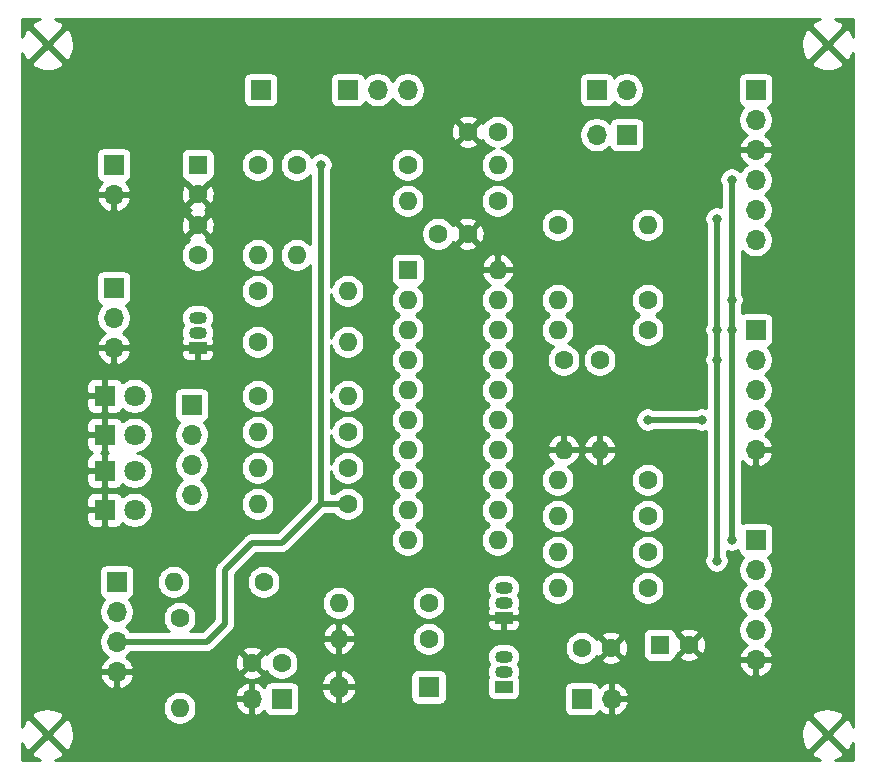
<source format=gbr>
%TF.GenerationSoftware,KiCad,Pcbnew,(5.1.6)-1*%
%TF.CreationDate,2020-07-01T11:52:29+01:00*%
%TF.ProjectId,QO100_Control_V2,514f3130-305f-4436-9f6e-74726f6c5f56,rev?*%
%TF.SameCoordinates,Original*%
%TF.FileFunction,Copper,L1,Top*%
%TF.FilePolarity,Positive*%
%FSLAX46Y46*%
G04 Gerber Fmt 4.6, Leading zero omitted, Abs format (unit mm)*
G04 Created by KiCad (PCBNEW (5.1.6)-1) date 2020-07-01 11:52:29*
%MOMM*%
%LPD*%
G01*
G04 APERTURE LIST*
%TA.AperFunction,ComponentPad*%
%ADD10R,1.700000X1.700000*%
%TD*%
%TA.AperFunction,ComponentPad*%
%ADD11O,1.700000X1.700000*%
%TD*%
%TA.AperFunction,ComponentPad*%
%ADD12O,1.600000X1.600000*%
%TD*%
%TA.AperFunction,ComponentPad*%
%ADD13C,1.600000*%
%TD*%
%TA.AperFunction,ComponentPad*%
%ADD14R,1.600000X1.600000*%
%TD*%
%TA.AperFunction,ComponentPad*%
%ADD15R,1.800000X1.800000*%
%TD*%
%TA.AperFunction,ComponentPad*%
%ADD16C,1.800000*%
%TD*%
%TA.AperFunction,ComponentPad*%
%ADD17O,1.500000X1.050000*%
%TD*%
%TA.AperFunction,ComponentPad*%
%ADD18R,1.500000X1.050000*%
%TD*%
%TA.AperFunction,ComponentPad*%
%ADD19O,1.800000X1.800000*%
%TD*%
%TA.AperFunction,ViaPad*%
%ADD20C,0.800000*%
%TD*%
%TA.AperFunction,Conductor*%
%ADD21C,0.500000*%
%TD*%
%TA.AperFunction,Conductor*%
%ADD22C,0.250000*%
%TD*%
%TA.AperFunction,Conductor*%
%ADD23C,0.254000*%
%TD*%
G04 APERTURE END LIST*
D10*
%TO.P,JP1,1*%
%TO.N,Net-(J3-Pad2)*%
X159766000Y-80518000D03*
D11*
%TO.P,JP1,2*%
%TO.N,+3V3*%
X157226000Y-80518000D03*
%TD*%
D12*
%TO.P,R11,2*%
%TO.N,Net-(R11-Pad2)*%
X153924000Y-112776000D03*
D13*
%TO.P,R11,1*%
%TO.N,Net-(J5-Pad4)*%
X161544000Y-112776000D03*
%TD*%
%TO.P,C1,1*%
%TO.N,Net-(C1-Pad1)*%
X123444000Y-90678000D03*
%TO.P,C1,2*%
%TO.N,GND*%
X123444000Y-88178000D03*
%TD*%
%TO.P,C2,1*%
%TO.N,Net-(C2-Pad1)*%
X148844000Y-80264000D03*
%TO.P,C2,2*%
%TO.N,GND*%
X146344000Y-80264000D03*
%TD*%
D14*
%TO.P,C3,1*%
%TO.N,+3V3*%
X123444000Y-83058000D03*
D13*
%TO.P,C3,2*%
%TO.N,GND*%
X123444000Y-85558000D03*
%TD*%
%TO.P,C4,2*%
%TO.N,GND*%
X146304000Y-88900000D03*
%TO.P,C4,1*%
%TO.N,+3V3*%
X143804000Y-88900000D03*
%TD*%
%TO.P,C5,2*%
%TO.N,GND*%
X128056000Y-125222000D03*
%TO.P,C5,1*%
%TO.N,Net-(C5-Pad1)*%
X130556000Y-125222000D03*
%TD*%
%TO.P,C6,1*%
%TO.N,+12V*%
X155956000Y-123952000D03*
%TO.P,C6,2*%
%TO.N,GND*%
X158456000Y-123952000D03*
%TD*%
%TO.P,C7,2*%
%TO.N,GND*%
X165060000Y-123698000D03*
D14*
%TO.P,C7,1*%
%TO.N,+12V*%
X162560000Y-123698000D03*
%TD*%
D15*
%TO.P,D1,1*%
%TO.N,GND*%
X115570000Y-102616000D03*
D16*
%TO.P,D1,2*%
%TO.N,Net-(D1-Pad2)*%
X118110000Y-102616000D03*
%TD*%
D15*
%TO.P,D2,1*%
%TO.N,GND*%
X115570000Y-105918000D03*
D16*
%TO.P,D2,2*%
%TO.N,Net-(D2-Pad2)*%
X118110000Y-105918000D03*
%TD*%
%TO.P,D3,2*%
%TO.N,Net-(D3-Pad2)*%
X118110000Y-108966000D03*
D15*
%TO.P,D3,1*%
%TO.N,GND*%
X115570000Y-108966000D03*
%TD*%
D10*
%TO.P,J1,1*%
%TO.N,Net-(J1-Pad1)*%
X128778000Y-76708000D03*
%TD*%
D11*
%TO.P,J2,2*%
%TO.N,GND*%
X116332000Y-85598000D03*
D10*
%TO.P,J2,1*%
%TO.N,+3V3*%
X116332000Y-83058000D03*
%TD*%
%TO.P,J3,1*%
%TO.N,Net-(J3-Pad1)*%
X170688000Y-76708000D03*
D11*
%TO.P,J3,2*%
%TO.N,Net-(J3-Pad2)*%
X170688000Y-79248000D03*
%TO.P,J3,3*%
%TO.N,GND*%
X170688000Y-81788000D03*
%TO.P,J3,4*%
%TO.N,Net-(J3-Pad4)*%
X170688000Y-84328000D03*
%TO.P,J3,5*%
%TO.N,Net-(J3-Pad5)*%
X170688000Y-86868000D03*
%TO.P,J3,6*%
%TO.N,Net-(J3-Pad6)*%
X170688000Y-89408000D03*
%TD*%
D10*
%TO.P,J6,1*%
%TO.N,Net-(C1-Pad1)*%
X116332000Y-93472000D03*
D11*
%TO.P,J6,2*%
%TO.N,Net-(J6-Pad2)*%
X116332000Y-96012000D03*
%TO.P,J6,3*%
%TO.N,GND*%
X116332000Y-98552000D03*
%TD*%
%TO.P,J7,2*%
%TO.N,GND*%
X128016000Y-128270000D03*
D10*
%TO.P,J7,1*%
%TO.N,Net-(C5-Pad1)*%
X130556000Y-128270000D03*
%TD*%
%TO.P,J8,1*%
%TO.N,+12V*%
X155956000Y-128270000D03*
D11*
%TO.P,J8,2*%
%TO.N,GND*%
X158496000Y-128270000D03*
%TD*%
%TO.P,JP2,3*%
%TO.N,+3V3*%
X141224000Y-76708000D03*
%TO.P,JP2,2*%
%TO.N,Net-(JP2-Pad2)*%
X138684000Y-76708000D03*
D10*
%TO.P,JP2,1*%
%TO.N,Net-(J1-Pad1)*%
X136144000Y-76708000D03*
%TD*%
%TO.P,JP3,1*%
%TO.N,Net-(C2-Pad1)*%
X157226000Y-76708000D03*
D11*
%TO.P,JP3,2*%
%TO.N,Net-(J3-Pad1)*%
X159766000Y-76708000D03*
%TD*%
D17*
%TO.P,Q1,2*%
%TO.N,Net-(Q1-Pad2)*%
X123444000Y-97282000D03*
%TO.P,Q1,3*%
%TO.N,Net-(J6-Pad2)*%
X123444000Y-96012000D03*
D18*
%TO.P,Q1,1*%
%TO.N,GND*%
X123444000Y-98552000D03*
%TD*%
%TO.P,Q2,1*%
%TO.N,GND*%
X149352000Y-121412000D03*
D17*
%TO.P,Q2,3*%
%TO.N,Net-(Q2-Pad3)*%
X149352000Y-118872000D03*
%TO.P,Q2,2*%
%TO.N,Net-(Q2-Pad2)*%
X149352000Y-120142000D03*
%TD*%
%TO.P,Q3,2*%
%TO.N,Net-(Q3-Pad2)*%
X149352000Y-125984000D03*
%TO.P,Q3,3*%
%TO.N,Net-(C5-Pad1)*%
X149352000Y-124714000D03*
D18*
%TO.P,Q3,1*%
%TO.N,+12V*%
X149352000Y-127254000D03*
%TD*%
D14*
%TO.P,U1,1*%
%TO.N,+3V3*%
X141224000Y-91948000D03*
D12*
%TO.P,U1,11*%
%TO.N,Net-(R16-Pad1)*%
X148844000Y-114808000D03*
%TO.P,U1,2*%
%TO.N,Net-(R9-Pad2)*%
X141224000Y-94488000D03*
%TO.P,U1,12*%
%TO.N,Net-(R11-Pad2)*%
X148844000Y-112268000D03*
%TO.P,U1,3*%
%TO.N,Net-(R8-Pad2)*%
X141224000Y-97028000D03*
%TO.P,U1,13*%
%TO.N,Net-(R10-Pad2)*%
X148844000Y-109728000D03*
%TO.P,U1,4*%
%TO.N,Net-(R7-Pad2)*%
X141224000Y-99568000D03*
%TO.P,U1,14*%
%TO.N,Net-(U1-Pad14)*%
X148844000Y-107188000D03*
%TO.P,U1,5*%
%TO.N,Net-(U1-Pad5)*%
X141224000Y-102108000D03*
%TO.P,U1,15*%
%TO.N,Net-(U1-Pad15)*%
X148844000Y-104648000D03*
%TO.P,U1,6*%
%TO.N,Net-(U1-Pad6)*%
X141224000Y-104648000D03*
%TO.P,U1,16*%
%TO.N,Net-(U1-Pad16)*%
X148844000Y-102108000D03*
%TO.P,U1,7*%
%TO.N,Net-(U1-Pad7)*%
X141224000Y-107188000D03*
%TO.P,U1,17*%
%TO.N,Net-(J4-Pad3)*%
X148844000Y-99568000D03*
%TO.P,U1,8*%
%TO.N,Net-(U1-Pad8)*%
X141224000Y-109728000D03*
%TO.P,U1,18*%
%TO.N,Net-(R13-Pad1)*%
X148844000Y-97028000D03*
%TO.P,U1,9*%
%TO.N,Net-(U1-Pad9)*%
X141224000Y-112268000D03*
%TO.P,U1,19*%
%TO.N,Net-(R12-Pad1)*%
X148844000Y-94488000D03*
%TO.P,U1,10*%
%TO.N,Net-(R15-Pad1)*%
X141224000Y-114808000D03*
%TO.P,U1,20*%
%TO.N,GND*%
X148844000Y-91948000D03*
%TD*%
D13*
%TO.P,R1,1*%
%TO.N,+3V3*%
X128524000Y-83058000D03*
D12*
%TO.P,R1,2*%
%TO.N,Net-(C1-Pad1)*%
X128524000Y-90678000D03*
%TD*%
%TO.P,R2,2*%
%TO.N,Net-(J6-Pad2)*%
X131826000Y-90678000D03*
D13*
%TO.P,R2,1*%
%TO.N,+3V3*%
X131826000Y-83058000D03*
%TD*%
D12*
%TO.P,R3,2*%
%TO.N,Net-(J3-Pad1)*%
X148844000Y-83058000D03*
D13*
%TO.P,R3,1*%
%TO.N,Net-(JP2-Pad2)*%
X141224000Y-83058000D03*
%TD*%
%TO.P,R4,1*%
%TO.N,Net-(D1-Pad2)*%
X128524000Y-102616000D03*
D12*
%TO.P,R4,2*%
%TO.N,Net-(Q1-Pad2)*%
X136144000Y-102616000D03*
%TD*%
%TO.P,R5,2*%
%TO.N,Net-(R12-Pad1)*%
X153924000Y-94488000D03*
D13*
%TO.P,R5,1*%
%TO.N,Net-(J3-Pad4)*%
X161544000Y-94488000D03*
%TD*%
%TO.P,R6,1*%
%TO.N,Net-(J3-Pad5)*%
X161544000Y-97028000D03*
D12*
%TO.P,R6,2*%
%TO.N,Net-(R13-Pad1)*%
X153924000Y-97028000D03*
%TD*%
%TO.P,R7,2*%
%TO.N,Net-(R7-Pad2)*%
X141224000Y-86106000D03*
D13*
%TO.P,R7,1*%
%TO.N,Net-(J3-Pad1)*%
X148844000Y-86106000D03*
%TD*%
%TO.P,R8,1*%
%TO.N,Net-(Q1-Pad2)*%
X128524000Y-98044000D03*
D12*
%TO.P,R8,2*%
%TO.N,Net-(R8-Pad2)*%
X136144000Y-98044000D03*
%TD*%
%TO.P,R9,2*%
%TO.N,Net-(R9-Pad2)*%
X136144000Y-93726000D03*
D13*
%TO.P,R9,1*%
%TO.N,Net-(C1-Pad1)*%
X128524000Y-93726000D03*
%TD*%
%TO.P,R10,1*%
%TO.N,Net-(J4-Pad4)*%
X161544000Y-109728000D03*
D12*
%TO.P,R10,2*%
%TO.N,Net-(R10-Pad2)*%
X153924000Y-109728000D03*
%TD*%
D13*
%TO.P,R12,1*%
%TO.N,Net-(R12-Pad1)*%
X157480000Y-99568000D03*
D12*
%TO.P,R12,2*%
%TO.N,GND*%
X157480000Y-107188000D03*
%TD*%
D13*
%TO.P,R13,1*%
%TO.N,Net-(R13-Pad1)*%
X154432000Y-99568000D03*
D12*
%TO.P,R13,2*%
%TO.N,GND*%
X154432000Y-107188000D03*
%TD*%
D13*
%TO.P,R14,1*%
%TO.N,+3V3*%
X153924000Y-88138000D03*
D12*
%TO.P,R14,2*%
%TO.N,Net-(J4-Pad3)*%
X161544000Y-88138000D03*
%TD*%
D13*
%TO.P,R15,1*%
%TO.N,Net-(R15-Pad1)*%
X136144000Y-105664000D03*
D12*
%TO.P,R15,2*%
%TO.N,Net-(D2-Pad2)*%
X128524000Y-105664000D03*
%TD*%
%TO.P,R16,2*%
%TO.N,Net-(D3-Pad2)*%
X128524000Y-108712000D03*
D13*
%TO.P,R16,1*%
%TO.N,Net-(R16-Pad1)*%
X136144000Y-108712000D03*
%TD*%
D12*
%TO.P,R17,2*%
%TO.N,Net-(R15-Pad1)*%
X135382000Y-120142000D03*
D13*
%TO.P,R17,1*%
%TO.N,Net-(Q2-Pad2)*%
X143002000Y-120142000D03*
%TD*%
%TO.P,R18,1*%
%TO.N,+12V*%
X161544000Y-118872000D03*
D12*
%TO.P,R18,2*%
%TO.N,Net-(Q2-Pad3)*%
X153924000Y-118872000D03*
%TD*%
%TO.P,R19,2*%
%TO.N,Net-(Q2-Pad3)*%
X153924000Y-115824000D03*
D13*
%TO.P,R19,1*%
%TO.N,Net-(Q3-Pad2)*%
X161544000Y-115824000D03*
%TD*%
D12*
%TO.P,R20,2*%
%TO.N,Net-(J9-Pad1)*%
X121412000Y-118364000D03*
D13*
%TO.P,R20,1*%
%TO.N,Net-(R16-Pad1)*%
X129032000Y-118364000D03*
%TD*%
%TO.P,R21,1*%
%TO.N,Net-(R15-Pad1)*%
X121920000Y-121412000D03*
D12*
%TO.P,R21,2*%
%TO.N,Net-(J9-Pad2)*%
X121920000Y-129032000D03*
%TD*%
%TO.P,R22,2*%
%TO.N,GND*%
X135382000Y-123190000D03*
D13*
%TO.P,R22,1*%
%TO.N,Net-(C5-Pad1)*%
X143002000Y-123190000D03*
%TD*%
D15*
%TO.P,D4,1*%
%TO.N,Net-(C5-Pad1)*%
X143002000Y-127254000D03*
D19*
%TO.P,D4,2*%
%TO.N,GND*%
X135382000Y-127254000D03*
%TD*%
D15*
%TO.P,D5,1*%
%TO.N,GND*%
X115570000Y-112268000D03*
D16*
%TO.P,D5,2*%
%TO.N,Net-(D5-Pad2)*%
X118110000Y-112268000D03*
%TD*%
D11*
%TO.P,J4,5*%
%TO.N,GND*%
X170688000Y-107188000D03*
%TO.P,J4,4*%
%TO.N,Net-(J4-Pad4)*%
X170688000Y-104648000D03*
%TO.P,J4,3*%
%TO.N,Net-(J4-Pad3)*%
X170688000Y-102108000D03*
%TO.P,J4,2*%
%TO.N,Net-(J3-Pad5)*%
X170688000Y-99568000D03*
D10*
%TO.P,J4,1*%
%TO.N,Net-(J3-Pad4)*%
X170688000Y-97028000D03*
%TD*%
%TO.P,J5,1*%
%TO.N,Net-(J3-Pad4)*%
X170688000Y-114808000D03*
D11*
%TO.P,J5,2*%
%TO.N,Net-(J3-Pad5)*%
X170688000Y-117348000D03*
%TO.P,J5,3*%
%TO.N,Net-(J4-Pad3)*%
X170688000Y-119888000D03*
%TO.P,J5,4*%
%TO.N,Net-(J5-Pad4)*%
X170688000Y-122428000D03*
%TO.P,J5,5*%
%TO.N,GND*%
X170688000Y-124968000D03*
%TD*%
%TO.P,J9,4*%
%TO.N,GND*%
X116586000Y-125984000D03*
%TO.P,J9,3*%
%TO.N,+3V3*%
X116586000Y-123444000D03*
%TO.P,J9,2*%
%TO.N,Net-(J9-Pad2)*%
X116586000Y-120904000D03*
D10*
%TO.P,J9,1*%
%TO.N,Net-(J9-Pad1)*%
X116586000Y-118364000D03*
%TD*%
%TO.P,J10,1*%
%TO.N,Net-(D1-Pad2)*%
X122936000Y-103378000D03*
D11*
%TO.P,J10,2*%
%TO.N,Net-(D2-Pad2)*%
X122936000Y-105918000D03*
%TO.P,J10,3*%
%TO.N,Net-(D3-Pad2)*%
X122936000Y-108458000D03*
%TO.P,J10,4*%
%TO.N,Net-(D5-Pad2)*%
X122936000Y-110998000D03*
%TD*%
D13*
%TO.P,R23,1*%
%TO.N,+3V3*%
X136144000Y-111760000D03*
D12*
%TO.P,R23,2*%
%TO.N,Net-(D5-Pad2)*%
X128524000Y-111760000D03*
%TD*%
D20*
%TO.N,+3V3*%
X133858000Y-83058000D03*
%TO.N,Net-(J3-Pad4)*%
X168656000Y-94488000D03*
X168656000Y-97028000D03*
X168656000Y-114808000D03*
X168656000Y-84328000D03*
%TO.N,Net-(J3-Pad5)*%
X167386000Y-97028000D03*
X167386000Y-87630000D03*
X167386000Y-116586000D03*
X167386000Y-99568000D03*
%TO.N,Net-(J4-Pad4)*%
X166116000Y-104648000D03*
X161544000Y-104648000D03*
%TD*%
D21*
%TO.N,GND*%
X135382000Y-123190000D02*
X135128000Y-123190000D01*
D22*
%TO.N,+3V3*%
X141224000Y-91948000D02*
X141224000Y-91694000D01*
D21*
X124206000Y-123444000D02*
X116586000Y-123444000D01*
X133858000Y-111760000D02*
X130556000Y-115062000D01*
X133858000Y-83058000D02*
X133858000Y-111760000D01*
X125730000Y-121920000D02*
X124206000Y-123444000D01*
X130556000Y-115062000D02*
X128016000Y-115062000D01*
X125730000Y-117348000D02*
X125730000Y-121920000D01*
X128016000Y-115062000D02*
X125730000Y-117348000D01*
X136144000Y-111760000D02*
X133858000Y-111760000D01*
%TO.N,Net-(J3-Pad4)*%
X168656000Y-97028000D02*
X168656000Y-94488000D01*
X168656000Y-114808000D02*
X168656000Y-97028000D01*
X168656000Y-94488000D02*
X168656000Y-84328000D01*
%TO.N,Net-(J3-Pad5)*%
X167386000Y-99568000D02*
X167386000Y-97028000D01*
X167386000Y-87630000D02*
X167386000Y-97028000D01*
X167386000Y-116586000D02*
X167386000Y-99568000D01*
%TO.N,Net-(J4-Pad4)*%
X166116000Y-104648000D02*
X161544000Y-104648000D01*
%TD*%
D23*
%TO.N,GND*%
G36*
X109848779Y-70838326D02*
G01*
X109528802Y-71009357D01*
X109360761Y-71335155D01*
X110744000Y-72718395D01*
X112127239Y-71335155D01*
X111959198Y-71009357D01*
X111567393Y-70808574D01*
X111410740Y-70764000D01*
X176119355Y-70764000D01*
X175888779Y-70838326D01*
X175568802Y-71009357D01*
X175400761Y-71335155D01*
X176784000Y-72718395D01*
X178167239Y-71335155D01*
X177999198Y-71009357D01*
X177607393Y-70808574D01*
X177450740Y-70764000D01*
X178918000Y-70764000D01*
X178918000Y-72233355D01*
X178843674Y-72002779D01*
X178672643Y-71682802D01*
X178346845Y-71514761D01*
X176963605Y-72898000D01*
X178346845Y-74281239D01*
X178672643Y-74113198D01*
X178873426Y-73721393D01*
X178918000Y-73564740D01*
X178918001Y-130653358D01*
X178843674Y-130422779D01*
X178672643Y-130102802D01*
X178346845Y-129934761D01*
X176963605Y-131318000D01*
X178346845Y-132701239D01*
X178672643Y-132533198D01*
X178873426Y-132141393D01*
X178918001Y-131984737D01*
X178918001Y-133452000D01*
X177448645Y-133452000D01*
X177679221Y-133377674D01*
X177999198Y-133206643D01*
X178167239Y-132880845D01*
X176784000Y-131497605D01*
X175400761Y-132880845D01*
X175568802Y-133206643D01*
X175960607Y-133407426D01*
X176117260Y-133452000D01*
X111408645Y-133452000D01*
X111639221Y-133377674D01*
X111959198Y-133206643D01*
X112127239Y-132880845D01*
X110744000Y-131497605D01*
X109360761Y-132880845D01*
X109528802Y-133206643D01*
X109920607Y-133407426D01*
X110077260Y-133452000D01*
X108610000Y-133452000D01*
X108610000Y-131982645D01*
X108684326Y-132213221D01*
X108855357Y-132533198D01*
X109181155Y-132701239D01*
X110564395Y-131318000D01*
X110923605Y-131318000D01*
X112306845Y-132701239D01*
X112632643Y-132533198D01*
X112833426Y-132141393D01*
X112953914Y-131717945D01*
X112983175Y-131356873D01*
X174538524Y-131356873D01*
X174589254Y-131794197D01*
X174724326Y-132213221D01*
X174895357Y-132533198D01*
X175221155Y-132701239D01*
X176604395Y-131318000D01*
X175221155Y-129934761D01*
X174895357Y-130102802D01*
X174694574Y-130494607D01*
X174574086Y-130918055D01*
X174538524Y-131356873D01*
X112983175Y-131356873D01*
X112989476Y-131279127D01*
X112938746Y-130841803D01*
X112803674Y-130422779D01*
X112632643Y-130102802D01*
X112306845Y-129934761D01*
X110923605Y-131318000D01*
X110564395Y-131318000D01*
X109181155Y-129934761D01*
X108855357Y-130102802D01*
X108654574Y-130494607D01*
X108610000Y-130651260D01*
X108610000Y-129755155D01*
X109360761Y-129755155D01*
X110744000Y-131138395D01*
X112127239Y-129755155D01*
X111959198Y-129429357D01*
X111567393Y-129228574D01*
X111143945Y-129108086D01*
X110705127Y-129072524D01*
X110267803Y-129123254D01*
X109848779Y-129258326D01*
X109528802Y-129429357D01*
X109360761Y-129755155D01*
X108610000Y-129755155D01*
X108610000Y-128890665D01*
X120485000Y-128890665D01*
X120485000Y-129173335D01*
X120540147Y-129450574D01*
X120648320Y-129711727D01*
X120805363Y-129946759D01*
X121005241Y-130146637D01*
X121240273Y-130303680D01*
X121501426Y-130411853D01*
X121778665Y-130467000D01*
X122061335Y-130467000D01*
X122338574Y-130411853D01*
X122599727Y-130303680D01*
X122834759Y-130146637D01*
X123034637Y-129946759D01*
X123191680Y-129711727D01*
X123299853Y-129450574D01*
X123355000Y-129173335D01*
X123355000Y-128890665D01*
X123302532Y-128626891D01*
X126574519Y-128626891D01*
X126671843Y-128901252D01*
X126820822Y-129151355D01*
X127015731Y-129367588D01*
X127249080Y-129541641D01*
X127511901Y-129666825D01*
X127659110Y-129711476D01*
X127889000Y-129590155D01*
X127889000Y-128397000D01*
X126695186Y-128397000D01*
X126574519Y-128626891D01*
X123302532Y-128626891D01*
X123299853Y-128613426D01*
X123191680Y-128352273D01*
X123034637Y-128117241D01*
X122834759Y-127917363D01*
X122828393Y-127913109D01*
X126574519Y-127913109D01*
X126695186Y-128143000D01*
X127889000Y-128143000D01*
X127889000Y-126949845D01*
X128143000Y-126949845D01*
X128143000Y-128143000D01*
X128163000Y-128143000D01*
X128163000Y-128397000D01*
X128143000Y-128397000D01*
X128143000Y-129590155D01*
X128372890Y-129711476D01*
X128520099Y-129666825D01*
X128782920Y-129541641D01*
X129016269Y-129367588D01*
X129092034Y-129283534D01*
X129116498Y-129364180D01*
X129175463Y-129474494D01*
X129254815Y-129571185D01*
X129351506Y-129650537D01*
X129461820Y-129709502D01*
X129581518Y-129745812D01*
X129706000Y-129758072D01*
X131406000Y-129758072D01*
X131530482Y-129745812D01*
X131650180Y-129709502D01*
X131760494Y-129650537D01*
X131857185Y-129571185D01*
X131936537Y-129474494D01*
X131995502Y-129364180D01*
X132031812Y-129244482D01*
X132044072Y-129120000D01*
X132044072Y-127618740D01*
X133890964Y-127618740D01*
X133939606Y-127779107D01*
X134069764Y-128050414D01*
X134250351Y-128291116D01*
X134474427Y-128491962D01*
X134733380Y-128645234D01*
X135017259Y-128745041D01*
X135255000Y-128624992D01*
X135255000Y-127381000D01*
X135509000Y-127381000D01*
X135509000Y-128624992D01*
X135746741Y-128745041D01*
X136030620Y-128645234D01*
X136289573Y-128491962D01*
X136513649Y-128291116D01*
X136694236Y-128050414D01*
X136824394Y-127779107D01*
X136873036Y-127618740D01*
X136752378Y-127381000D01*
X135509000Y-127381000D01*
X135255000Y-127381000D01*
X134011622Y-127381000D01*
X133890964Y-127618740D01*
X132044072Y-127618740D01*
X132044072Y-127420000D01*
X132031812Y-127295518D01*
X131995502Y-127175820D01*
X131936537Y-127065506D01*
X131857185Y-126968815D01*
X131760494Y-126889463D01*
X131760115Y-126889260D01*
X133890964Y-126889260D01*
X134011622Y-127127000D01*
X135255000Y-127127000D01*
X135255000Y-125883008D01*
X135509000Y-125883008D01*
X135509000Y-127127000D01*
X136752378Y-127127000D01*
X136873036Y-126889260D01*
X136824394Y-126728893D01*
X136694236Y-126457586D01*
X136616521Y-126354000D01*
X141463928Y-126354000D01*
X141463928Y-128154000D01*
X141476188Y-128278482D01*
X141512498Y-128398180D01*
X141571463Y-128508494D01*
X141650815Y-128605185D01*
X141747506Y-128684537D01*
X141857820Y-128743502D01*
X141977518Y-128779812D01*
X142102000Y-128792072D01*
X143902000Y-128792072D01*
X144026482Y-128779812D01*
X144146180Y-128743502D01*
X144256494Y-128684537D01*
X144353185Y-128605185D01*
X144432537Y-128508494D01*
X144491502Y-128398180D01*
X144527812Y-128278482D01*
X144540072Y-128154000D01*
X144540072Y-126354000D01*
X144527812Y-126229518D01*
X144491502Y-126109820D01*
X144432537Y-125999506D01*
X144353185Y-125902815D01*
X144256494Y-125823463D01*
X144146180Y-125764498D01*
X144026482Y-125728188D01*
X143902000Y-125715928D01*
X142102000Y-125715928D01*
X141977518Y-125728188D01*
X141857820Y-125764498D01*
X141747506Y-125823463D01*
X141650815Y-125902815D01*
X141571463Y-125999506D01*
X141512498Y-126109820D01*
X141476188Y-126229518D01*
X141463928Y-126354000D01*
X136616521Y-126354000D01*
X136513649Y-126216884D01*
X136289573Y-126016038D01*
X136030620Y-125862766D01*
X135746741Y-125762959D01*
X135509000Y-125883008D01*
X135255000Y-125883008D01*
X135017259Y-125762959D01*
X134733380Y-125862766D01*
X134474427Y-126016038D01*
X134250351Y-126216884D01*
X134069764Y-126457586D01*
X133939606Y-126728893D01*
X133890964Y-126889260D01*
X131760115Y-126889260D01*
X131650180Y-126830498D01*
X131530482Y-126794188D01*
X131406000Y-126781928D01*
X129706000Y-126781928D01*
X129581518Y-126794188D01*
X129461820Y-126830498D01*
X129351506Y-126889463D01*
X129254815Y-126968815D01*
X129175463Y-127065506D01*
X129116498Y-127175820D01*
X129092034Y-127256466D01*
X129016269Y-127172412D01*
X128782920Y-126998359D01*
X128520099Y-126873175D01*
X128372890Y-126828524D01*
X128143000Y-126949845D01*
X127889000Y-126949845D01*
X127659110Y-126828524D01*
X127511901Y-126873175D01*
X127249080Y-126998359D01*
X127015731Y-127172412D01*
X126820822Y-127388645D01*
X126671843Y-127638748D01*
X126574519Y-127913109D01*
X122828393Y-127913109D01*
X122599727Y-127760320D01*
X122338574Y-127652147D01*
X122061335Y-127597000D01*
X121778665Y-127597000D01*
X121501426Y-127652147D01*
X121240273Y-127760320D01*
X121005241Y-127917363D01*
X120805363Y-128117241D01*
X120648320Y-128352273D01*
X120540147Y-128613426D01*
X120485000Y-128890665D01*
X108610000Y-128890665D01*
X108610000Y-126340890D01*
X115144524Y-126340890D01*
X115189175Y-126488099D01*
X115314359Y-126750920D01*
X115488412Y-126984269D01*
X115704645Y-127179178D01*
X115954748Y-127328157D01*
X116229109Y-127425481D01*
X116459000Y-127304814D01*
X116459000Y-126111000D01*
X116713000Y-126111000D01*
X116713000Y-127304814D01*
X116942891Y-127425481D01*
X117217252Y-127328157D01*
X117467355Y-127179178D01*
X117683588Y-126984269D01*
X117857641Y-126750920D01*
X117982825Y-126488099D01*
X118027476Y-126340890D01*
X117960883Y-126214702D01*
X127242903Y-126214702D01*
X127314486Y-126458671D01*
X127569996Y-126579571D01*
X127844184Y-126648300D01*
X128126512Y-126662217D01*
X128406130Y-126620787D01*
X128672292Y-126525603D01*
X128797514Y-126458671D01*
X128869097Y-126214702D01*
X128056000Y-125401605D01*
X127242903Y-126214702D01*
X117960883Y-126214702D01*
X117906155Y-126111000D01*
X116713000Y-126111000D01*
X116459000Y-126111000D01*
X115265845Y-126111000D01*
X115144524Y-126340890D01*
X108610000Y-126340890D01*
X108610000Y-117514000D01*
X115097928Y-117514000D01*
X115097928Y-119214000D01*
X115110188Y-119338482D01*
X115146498Y-119458180D01*
X115205463Y-119568494D01*
X115284815Y-119665185D01*
X115381506Y-119744537D01*
X115491820Y-119803502D01*
X115564380Y-119825513D01*
X115432525Y-119957368D01*
X115270010Y-120200589D01*
X115158068Y-120470842D01*
X115101000Y-120757740D01*
X115101000Y-121050260D01*
X115158068Y-121337158D01*
X115270010Y-121607411D01*
X115432525Y-121850632D01*
X115639368Y-122057475D01*
X115813760Y-122174000D01*
X115639368Y-122290525D01*
X115432525Y-122497368D01*
X115270010Y-122740589D01*
X115158068Y-123010842D01*
X115101000Y-123297740D01*
X115101000Y-123590260D01*
X115158068Y-123877158D01*
X115270010Y-124147411D01*
X115432525Y-124390632D01*
X115639368Y-124597475D01*
X115821534Y-124719195D01*
X115704645Y-124788822D01*
X115488412Y-124983731D01*
X115314359Y-125217080D01*
X115189175Y-125479901D01*
X115144524Y-125627110D01*
X115265845Y-125857000D01*
X116459000Y-125857000D01*
X116459000Y-125837000D01*
X116713000Y-125837000D01*
X116713000Y-125857000D01*
X117906155Y-125857000D01*
X118027476Y-125627110D01*
X117982825Y-125479901D01*
X117893570Y-125292512D01*
X126615783Y-125292512D01*
X126657213Y-125572130D01*
X126752397Y-125838292D01*
X126819329Y-125963514D01*
X127063298Y-126035097D01*
X127876395Y-125222000D01*
X128235605Y-125222000D01*
X129048702Y-126035097D01*
X129292671Y-125963514D01*
X129306324Y-125934659D01*
X129441363Y-126136759D01*
X129641241Y-126336637D01*
X129876273Y-126493680D01*
X130137426Y-126601853D01*
X130414665Y-126657000D01*
X130697335Y-126657000D01*
X130974574Y-126601853D01*
X131235727Y-126493680D01*
X131470759Y-126336637D01*
X131670637Y-126136759D01*
X131827680Y-125901727D01*
X131935853Y-125640574D01*
X131991000Y-125363335D01*
X131991000Y-125080665D01*
X131935853Y-124803426D01*
X131898812Y-124714000D01*
X147961388Y-124714000D01*
X147983785Y-124941400D01*
X148050115Y-125160060D01*
X148151105Y-125349000D01*
X148050115Y-125537940D01*
X147983785Y-125756600D01*
X147961388Y-125984000D01*
X147983785Y-126211400D01*
X148047093Y-126420098D01*
X148012498Y-126484820D01*
X147976188Y-126604518D01*
X147963928Y-126729000D01*
X147963928Y-127779000D01*
X147976188Y-127903482D01*
X148012498Y-128023180D01*
X148071463Y-128133494D01*
X148150815Y-128230185D01*
X148247506Y-128309537D01*
X148357820Y-128368502D01*
X148477518Y-128404812D01*
X148602000Y-128417072D01*
X150102000Y-128417072D01*
X150226482Y-128404812D01*
X150346180Y-128368502D01*
X150456494Y-128309537D01*
X150553185Y-128230185D01*
X150632537Y-128133494D01*
X150691502Y-128023180D01*
X150727812Y-127903482D01*
X150740072Y-127779000D01*
X150740072Y-127420000D01*
X154467928Y-127420000D01*
X154467928Y-129120000D01*
X154480188Y-129244482D01*
X154516498Y-129364180D01*
X154575463Y-129474494D01*
X154654815Y-129571185D01*
X154751506Y-129650537D01*
X154861820Y-129709502D01*
X154981518Y-129745812D01*
X155106000Y-129758072D01*
X156806000Y-129758072D01*
X156835617Y-129755155D01*
X175400761Y-129755155D01*
X176784000Y-131138395D01*
X178167239Y-129755155D01*
X177999198Y-129429357D01*
X177607393Y-129228574D01*
X177183945Y-129108086D01*
X176745127Y-129072524D01*
X176307803Y-129123254D01*
X175888779Y-129258326D01*
X175568802Y-129429357D01*
X175400761Y-129755155D01*
X156835617Y-129755155D01*
X156930482Y-129745812D01*
X157050180Y-129709502D01*
X157160494Y-129650537D01*
X157257185Y-129571185D01*
X157336537Y-129474494D01*
X157395502Y-129364180D01*
X157419966Y-129283534D01*
X157495731Y-129367588D01*
X157729080Y-129541641D01*
X157991901Y-129666825D01*
X158139110Y-129711476D01*
X158369000Y-129590155D01*
X158369000Y-128397000D01*
X158623000Y-128397000D01*
X158623000Y-129590155D01*
X158852890Y-129711476D01*
X159000099Y-129666825D01*
X159262920Y-129541641D01*
X159496269Y-129367588D01*
X159691178Y-129151355D01*
X159840157Y-128901252D01*
X159937481Y-128626891D01*
X159816814Y-128397000D01*
X158623000Y-128397000D01*
X158369000Y-128397000D01*
X158349000Y-128397000D01*
X158349000Y-128143000D01*
X158369000Y-128143000D01*
X158369000Y-126949845D01*
X158623000Y-126949845D01*
X158623000Y-128143000D01*
X159816814Y-128143000D01*
X159937481Y-127913109D01*
X159840157Y-127638748D01*
X159691178Y-127388645D01*
X159496269Y-127172412D01*
X159262920Y-126998359D01*
X159000099Y-126873175D01*
X158852890Y-126828524D01*
X158623000Y-126949845D01*
X158369000Y-126949845D01*
X158139110Y-126828524D01*
X157991901Y-126873175D01*
X157729080Y-126998359D01*
X157495731Y-127172412D01*
X157419966Y-127256466D01*
X157395502Y-127175820D01*
X157336537Y-127065506D01*
X157257185Y-126968815D01*
X157160494Y-126889463D01*
X157050180Y-126830498D01*
X156930482Y-126794188D01*
X156806000Y-126781928D01*
X155106000Y-126781928D01*
X154981518Y-126794188D01*
X154861820Y-126830498D01*
X154751506Y-126889463D01*
X154654815Y-126968815D01*
X154575463Y-127065506D01*
X154516498Y-127175820D01*
X154480188Y-127295518D01*
X154467928Y-127420000D01*
X150740072Y-127420000D01*
X150740072Y-126729000D01*
X150727812Y-126604518D01*
X150691502Y-126484820D01*
X150656907Y-126420098D01*
X150720215Y-126211400D01*
X150742612Y-125984000D01*
X150720215Y-125756600D01*
X150653885Y-125537940D01*
X150552895Y-125349000D01*
X150653885Y-125160060D01*
X150720215Y-124941400D01*
X150742612Y-124714000D01*
X150720215Y-124486600D01*
X150653885Y-124267940D01*
X150546171Y-124066421D01*
X150401212Y-123889788D01*
X150304801Y-123810665D01*
X154521000Y-123810665D01*
X154521000Y-124093335D01*
X154576147Y-124370574D01*
X154684320Y-124631727D01*
X154841363Y-124866759D01*
X155041241Y-125066637D01*
X155276273Y-125223680D01*
X155537426Y-125331853D01*
X155814665Y-125387000D01*
X156097335Y-125387000D01*
X156374574Y-125331853D01*
X156635727Y-125223680D01*
X156870759Y-125066637D01*
X156992694Y-124944702D01*
X157642903Y-124944702D01*
X157714486Y-125188671D01*
X157969996Y-125309571D01*
X158244184Y-125378300D01*
X158526512Y-125392217D01*
X158806130Y-125350787D01*
X158878545Y-125324890D01*
X169246524Y-125324890D01*
X169291175Y-125472099D01*
X169416359Y-125734920D01*
X169590412Y-125968269D01*
X169806645Y-126163178D01*
X170056748Y-126312157D01*
X170331109Y-126409481D01*
X170561000Y-126288814D01*
X170561000Y-125095000D01*
X170815000Y-125095000D01*
X170815000Y-126288814D01*
X171044891Y-126409481D01*
X171319252Y-126312157D01*
X171569355Y-126163178D01*
X171785588Y-125968269D01*
X171959641Y-125734920D01*
X172084825Y-125472099D01*
X172129476Y-125324890D01*
X172008155Y-125095000D01*
X170815000Y-125095000D01*
X170561000Y-125095000D01*
X169367845Y-125095000D01*
X169246524Y-125324890D01*
X158878545Y-125324890D01*
X159072292Y-125255603D01*
X159197514Y-125188671D01*
X159269097Y-124944702D01*
X158456000Y-124131605D01*
X157642903Y-124944702D01*
X156992694Y-124944702D01*
X157070637Y-124866759D01*
X157204692Y-124666131D01*
X157219329Y-124693514D01*
X157463298Y-124765097D01*
X158276395Y-123952000D01*
X158635605Y-123952000D01*
X159448702Y-124765097D01*
X159692671Y-124693514D01*
X159813571Y-124438004D01*
X159882300Y-124163816D01*
X159896217Y-123881488D01*
X159854787Y-123601870D01*
X159759603Y-123335708D01*
X159692671Y-123210486D01*
X159448702Y-123138903D01*
X158635605Y-123952000D01*
X158276395Y-123952000D01*
X157463298Y-123138903D01*
X157219329Y-123210486D01*
X157205676Y-123239341D01*
X157070637Y-123037241D01*
X156992694Y-122959298D01*
X157642903Y-122959298D01*
X158456000Y-123772395D01*
X159269097Y-122959298D01*
X159251112Y-122898000D01*
X161121928Y-122898000D01*
X161121928Y-124498000D01*
X161134188Y-124622482D01*
X161170498Y-124742180D01*
X161229463Y-124852494D01*
X161308815Y-124949185D01*
X161405506Y-125028537D01*
X161515820Y-125087502D01*
X161635518Y-125123812D01*
X161760000Y-125136072D01*
X163360000Y-125136072D01*
X163484482Y-125123812D01*
X163604180Y-125087502D01*
X163714494Y-125028537D01*
X163811185Y-124949185D01*
X163890537Y-124852494D01*
X163949502Y-124742180D01*
X163965117Y-124690702D01*
X164246903Y-124690702D01*
X164318486Y-124934671D01*
X164573996Y-125055571D01*
X164848184Y-125124300D01*
X165130512Y-125138217D01*
X165410130Y-125096787D01*
X165676292Y-125001603D01*
X165801514Y-124934671D01*
X165873097Y-124690702D01*
X165060000Y-123877605D01*
X164246903Y-124690702D01*
X163965117Y-124690702D01*
X163985812Y-124622482D01*
X163998072Y-124498000D01*
X163998072Y-124490785D01*
X164067298Y-124511097D01*
X164880395Y-123698000D01*
X165239605Y-123698000D01*
X166052702Y-124511097D01*
X166296671Y-124439514D01*
X166417571Y-124184004D01*
X166486300Y-123909816D01*
X166500217Y-123627488D01*
X166458787Y-123347870D01*
X166363603Y-123081708D01*
X166296671Y-122956486D01*
X166052702Y-122884903D01*
X165239605Y-123698000D01*
X164880395Y-123698000D01*
X164067298Y-122884903D01*
X163998072Y-122905215D01*
X163998072Y-122898000D01*
X163985812Y-122773518D01*
X163965118Y-122705298D01*
X164246903Y-122705298D01*
X165060000Y-123518395D01*
X165873097Y-122705298D01*
X165801514Y-122461329D01*
X165546004Y-122340429D01*
X165271816Y-122271700D01*
X164989488Y-122257783D01*
X164709870Y-122299213D01*
X164443708Y-122394397D01*
X164318486Y-122461329D01*
X164246903Y-122705298D01*
X163965118Y-122705298D01*
X163949502Y-122653820D01*
X163890537Y-122543506D01*
X163811185Y-122446815D01*
X163714494Y-122367463D01*
X163604180Y-122308498D01*
X163484482Y-122272188D01*
X163360000Y-122259928D01*
X161760000Y-122259928D01*
X161635518Y-122272188D01*
X161515820Y-122308498D01*
X161405506Y-122367463D01*
X161308815Y-122446815D01*
X161229463Y-122543506D01*
X161170498Y-122653820D01*
X161134188Y-122773518D01*
X161121928Y-122898000D01*
X159251112Y-122898000D01*
X159197514Y-122715329D01*
X158942004Y-122594429D01*
X158667816Y-122525700D01*
X158385488Y-122511783D01*
X158105870Y-122553213D01*
X157839708Y-122648397D01*
X157714486Y-122715329D01*
X157642903Y-122959298D01*
X156992694Y-122959298D01*
X156870759Y-122837363D01*
X156635727Y-122680320D01*
X156374574Y-122572147D01*
X156097335Y-122517000D01*
X155814665Y-122517000D01*
X155537426Y-122572147D01*
X155276273Y-122680320D01*
X155041241Y-122837363D01*
X154841363Y-123037241D01*
X154684320Y-123272273D01*
X154576147Y-123533426D01*
X154521000Y-123810665D01*
X150304801Y-123810665D01*
X150224579Y-123744829D01*
X150023060Y-123637115D01*
X149804400Y-123570785D01*
X149633979Y-123554000D01*
X149070021Y-123554000D01*
X148899600Y-123570785D01*
X148680940Y-123637115D01*
X148479421Y-123744829D01*
X148302788Y-123889788D01*
X148157829Y-124066421D01*
X148050115Y-124267940D01*
X147983785Y-124486600D01*
X147961388Y-124714000D01*
X131898812Y-124714000D01*
X131827680Y-124542273D01*
X131670637Y-124307241D01*
X131470759Y-124107363D01*
X131235727Y-123950320D01*
X130974574Y-123842147D01*
X130697335Y-123787000D01*
X130414665Y-123787000D01*
X130137426Y-123842147D01*
X129876273Y-123950320D01*
X129641241Y-124107363D01*
X129441363Y-124307241D01*
X129307308Y-124507869D01*
X129292671Y-124480486D01*
X129048702Y-124408903D01*
X128235605Y-125222000D01*
X127876395Y-125222000D01*
X127063298Y-124408903D01*
X126819329Y-124480486D01*
X126698429Y-124735996D01*
X126629700Y-125010184D01*
X126615783Y-125292512D01*
X117893570Y-125292512D01*
X117857641Y-125217080D01*
X117683588Y-124983731D01*
X117467355Y-124788822D01*
X117350466Y-124719195D01*
X117532632Y-124597475D01*
X117739475Y-124390632D01*
X117780656Y-124329000D01*
X124162531Y-124329000D01*
X124206000Y-124333281D01*
X124249469Y-124329000D01*
X124249477Y-124329000D01*
X124379490Y-124316195D01*
X124546313Y-124265589D01*
X124614209Y-124229298D01*
X127242903Y-124229298D01*
X128056000Y-125042395D01*
X128869097Y-124229298D01*
X128797514Y-123985329D01*
X128542004Y-123864429D01*
X128267816Y-123795700D01*
X127985488Y-123781783D01*
X127705870Y-123823213D01*
X127439708Y-123918397D01*
X127314486Y-123985329D01*
X127242903Y-124229298D01*
X124614209Y-124229298D01*
X124700059Y-124183411D01*
X124834817Y-124072817D01*
X124862534Y-124039044D01*
X125362539Y-123539039D01*
X133990096Y-123539039D01*
X134030754Y-123673087D01*
X134150963Y-123927420D01*
X134318481Y-124153414D01*
X134526869Y-124342385D01*
X134768119Y-124487070D01*
X135032960Y-124581909D01*
X135255000Y-124460624D01*
X135255000Y-123317000D01*
X135509000Y-123317000D01*
X135509000Y-124460624D01*
X135731040Y-124581909D01*
X135995881Y-124487070D01*
X136237131Y-124342385D01*
X136445519Y-124153414D01*
X136613037Y-123927420D01*
X136733246Y-123673087D01*
X136773904Y-123539039D01*
X136651915Y-123317000D01*
X135509000Y-123317000D01*
X135255000Y-123317000D01*
X134112085Y-123317000D01*
X133990096Y-123539039D01*
X125362539Y-123539039D01*
X126060617Y-122840961D01*
X133990096Y-122840961D01*
X134112085Y-123063000D01*
X135255000Y-123063000D01*
X135255000Y-121919376D01*
X135509000Y-121919376D01*
X135509000Y-123063000D01*
X136651915Y-123063000D01*
X136659790Y-123048665D01*
X141567000Y-123048665D01*
X141567000Y-123331335D01*
X141622147Y-123608574D01*
X141730320Y-123869727D01*
X141887363Y-124104759D01*
X142087241Y-124304637D01*
X142322273Y-124461680D01*
X142583426Y-124569853D01*
X142860665Y-124625000D01*
X143143335Y-124625000D01*
X143420574Y-124569853D01*
X143681727Y-124461680D01*
X143916759Y-124304637D01*
X144116637Y-124104759D01*
X144273680Y-123869727D01*
X144381853Y-123608574D01*
X144437000Y-123331335D01*
X144437000Y-123048665D01*
X144381853Y-122771426D01*
X144273680Y-122510273D01*
X144116637Y-122275241D01*
X143916759Y-122075363D01*
X143709684Y-121937000D01*
X147963928Y-121937000D01*
X147976188Y-122061482D01*
X148012498Y-122181180D01*
X148071463Y-122291494D01*
X148150815Y-122388185D01*
X148247506Y-122467537D01*
X148357820Y-122526502D01*
X148477518Y-122562812D01*
X148602000Y-122575072D01*
X149066250Y-122572000D01*
X149225000Y-122413250D01*
X149225000Y-121539000D01*
X149479000Y-121539000D01*
X149479000Y-122413250D01*
X149637750Y-122572000D01*
X150102000Y-122575072D01*
X150226482Y-122562812D01*
X150346180Y-122526502D01*
X150456494Y-122467537D01*
X150553185Y-122388185D01*
X150632537Y-122291494D01*
X150691502Y-122181180D01*
X150727812Y-122061482D01*
X150740072Y-121937000D01*
X150737000Y-121697750D01*
X150578250Y-121539000D01*
X149479000Y-121539000D01*
X149225000Y-121539000D01*
X148125750Y-121539000D01*
X147967000Y-121697750D01*
X147963928Y-121937000D01*
X143709684Y-121937000D01*
X143681727Y-121918320D01*
X143420574Y-121810147D01*
X143143335Y-121755000D01*
X142860665Y-121755000D01*
X142583426Y-121810147D01*
X142322273Y-121918320D01*
X142087241Y-122075363D01*
X141887363Y-122275241D01*
X141730320Y-122510273D01*
X141622147Y-122771426D01*
X141567000Y-123048665D01*
X136659790Y-123048665D01*
X136773904Y-122840961D01*
X136733246Y-122706913D01*
X136613037Y-122452580D01*
X136445519Y-122226586D01*
X136237131Y-122037615D01*
X135995881Y-121892930D01*
X135731040Y-121798091D01*
X135509000Y-121919376D01*
X135255000Y-121919376D01*
X135032960Y-121798091D01*
X134768119Y-121892930D01*
X134526869Y-122037615D01*
X134318481Y-122226586D01*
X134150963Y-122452580D01*
X134030754Y-122706913D01*
X133990096Y-122840961D01*
X126060617Y-122840961D01*
X126325049Y-122576530D01*
X126358817Y-122548817D01*
X126389211Y-122511783D01*
X126469410Y-122414060D01*
X126482805Y-122389000D01*
X126551589Y-122260313D01*
X126602195Y-122093490D01*
X126615000Y-121963477D01*
X126615000Y-121963467D01*
X126619281Y-121920001D01*
X126615000Y-121876535D01*
X126615000Y-120000665D01*
X133947000Y-120000665D01*
X133947000Y-120283335D01*
X134002147Y-120560574D01*
X134110320Y-120821727D01*
X134267363Y-121056759D01*
X134467241Y-121256637D01*
X134702273Y-121413680D01*
X134963426Y-121521853D01*
X135240665Y-121577000D01*
X135523335Y-121577000D01*
X135800574Y-121521853D01*
X136061727Y-121413680D01*
X136296759Y-121256637D01*
X136496637Y-121056759D01*
X136653680Y-120821727D01*
X136761853Y-120560574D01*
X136817000Y-120283335D01*
X136817000Y-120000665D01*
X141567000Y-120000665D01*
X141567000Y-120283335D01*
X141622147Y-120560574D01*
X141730320Y-120821727D01*
X141887363Y-121056759D01*
X142087241Y-121256637D01*
X142322273Y-121413680D01*
X142583426Y-121521853D01*
X142860665Y-121577000D01*
X143143335Y-121577000D01*
X143420574Y-121521853D01*
X143681727Y-121413680D01*
X143916759Y-121256637D01*
X144116637Y-121056759D01*
X144273680Y-120821727D01*
X144381853Y-120560574D01*
X144437000Y-120283335D01*
X144437000Y-120000665D01*
X144381853Y-119723426D01*
X144273680Y-119462273D01*
X144116637Y-119227241D01*
X143916759Y-119027363D01*
X143684242Y-118872000D01*
X147961388Y-118872000D01*
X147983785Y-119099400D01*
X148050115Y-119318060D01*
X148151105Y-119507000D01*
X148050115Y-119695940D01*
X147983785Y-119914600D01*
X147961388Y-120142000D01*
X147983785Y-120369400D01*
X148047093Y-120578098D01*
X148012498Y-120642820D01*
X147976188Y-120762518D01*
X147963928Y-120887000D01*
X147967000Y-121126250D01*
X148125750Y-121285000D01*
X148898891Y-121285000D01*
X148899600Y-121285215D01*
X149070021Y-121302000D01*
X149633979Y-121302000D01*
X149804400Y-121285215D01*
X149805109Y-121285000D01*
X150578250Y-121285000D01*
X150737000Y-121126250D01*
X150740072Y-120887000D01*
X150727812Y-120762518D01*
X150691502Y-120642820D01*
X150656907Y-120578098D01*
X150720215Y-120369400D01*
X150742612Y-120142000D01*
X150720215Y-119914600D01*
X150653885Y-119695940D01*
X150552895Y-119507000D01*
X150653885Y-119318060D01*
X150720215Y-119099400D01*
X150742612Y-118872000D01*
X150728692Y-118730665D01*
X152489000Y-118730665D01*
X152489000Y-119013335D01*
X152544147Y-119290574D01*
X152652320Y-119551727D01*
X152809363Y-119786759D01*
X153009241Y-119986637D01*
X153244273Y-120143680D01*
X153505426Y-120251853D01*
X153782665Y-120307000D01*
X154065335Y-120307000D01*
X154342574Y-120251853D01*
X154603727Y-120143680D01*
X154838759Y-119986637D01*
X155038637Y-119786759D01*
X155195680Y-119551727D01*
X155303853Y-119290574D01*
X155359000Y-119013335D01*
X155359000Y-118730665D01*
X160109000Y-118730665D01*
X160109000Y-119013335D01*
X160164147Y-119290574D01*
X160272320Y-119551727D01*
X160429363Y-119786759D01*
X160629241Y-119986637D01*
X160864273Y-120143680D01*
X161125426Y-120251853D01*
X161402665Y-120307000D01*
X161685335Y-120307000D01*
X161962574Y-120251853D01*
X162223727Y-120143680D01*
X162458759Y-119986637D01*
X162658637Y-119786759D01*
X162815680Y-119551727D01*
X162923853Y-119290574D01*
X162979000Y-119013335D01*
X162979000Y-118730665D01*
X162923853Y-118453426D01*
X162815680Y-118192273D01*
X162658637Y-117957241D01*
X162458759Y-117757363D01*
X162223727Y-117600320D01*
X161962574Y-117492147D01*
X161685335Y-117437000D01*
X161402665Y-117437000D01*
X161125426Y-117492147D01*
X160864273Y-117600320D01*
X160629241Y-117757363D01*
X160429363Y-117957241D01*
X160272320Y-118192273D01*
X160164147Y-118453426D01*
X160109000Y-118730665D01*
X155359000Y-118730665D01*
X155303853Y-118453426D01*
X155195680Y-118192273D01*
X155038637Y-117957241D01*
X154838759Y-117757363D01*
X154603727Y-117600320D01*
X154342574Y-117492147D01*
X154065335Y-117437000D01*
X153782665Y-117437000D01*
X153505426Y-117492147D01*
X153244273Y-117600320D01*
X153009241Y-117757363D01*
X152809363Y-117957241D01*
X152652320Y-118192273D01*
X152544147Y-118453426D01*
X152489000Y-118730665D01*
X150728692Y-118730665D01*
X150720215Y-118644600D01*
X150653885Y-118425940D01*
X150546171Y-118224421D01*
X150401212Y-118047788D01*
X150224579Y-117902829D01*
X150023060Y-117795115D01*
X149804400Y-117728785D01*
X149633979Y-117712000D01*
X149070021Y-117712000D01*
X148899600Y-117728785D01*
X148680940Y-117795115D01*
X148479421Y-117902829D01*
X148302788Y-118047788D01*
X148157829Y-118224421D01*
X148050115Y-118425940D01*
X147983785Y-118644600D01*
X147961388Y-118872000D01*
X143684242Y-118872000D01*
X143681727Y-118870320D01*
X143420574Y-118762147D01*
X143143335Y-118707000D01*
X142860665Y-118707000D01*
X142583426Y-118762147D01*
X142322273Y-118870320D01*
X142087241Y-119027363D01*
X141887363Y-119227241D01*
X141730320Y-119462273D01*
X141622147Y-119723426D01*
X141567000Y-120000665D01*
X136817000Y-120000665D01*
X136761853Y-119723426D01*
X136653680Y-119462273D01*
X136496637Y-119227241D01*
X136296759Y-119027363D01*
X136061727Y-118870320D01*
X135800574Y-118762147D01*
X135523335Y-118707000D01*
X135240665Y-118707000D01*
X134963426Y-118762147D01*
X134702273Y-118870320D01*
X134467241Y-119027363D01*
X134267363Y-119227241D01*
X134110320Y-119462273D01*
X134002147Y-119723426D01*
X133947000Y-120000665D01*
X126615000Y-120000665D01*
X126615000Y-118222665D01*
X127597000Y-118222665D01*
X127597000Y-118505335D01*
X127652147Y-118782574D01*
X127760320Y-119043727D01*
X127917363Y-119278759D01*
X128117241Y-119478637D01*
X128352273Y-119635680D01*
X128613426Y-119743853D01*
X128890665Y-119799000D01*
X129173335Y-119799000D01*
X129450574Y-119743853D01*
X129711727Y-119635680D01*
X129946759Y-119478637D01*
X130146637Y-119278759D01*
X130303680Y-119043727D01*
X130411853Y-118782574D01*
X130467000Y-118505335D01*
X130467000Y-118222665D01*
X130411853Y-117945426D01*
X130303680Y-117684273D01*
X130146637Y-117449241D01*
X129946759Y-117249363D01*
X129711727Y-117092320D01*
X129450574Y-116984147D01*
X129173335Y-116929000D01*
X128890665Y-116929000D01*
X128613426Y-116984147D01*
X128352273Y-117092320D01*
X128117241Y-117249363D01*
X127917363Y-117449241D01*
X127760320Y-117684273D01*
X127652147Y-117945426D01*
X127597000Y-118222665D01*
X126615000Y-118222665D01*
X126615000Y-117714578D01*
X128382579Y-115947000D01*
X130512531Y-115947000D01*
X130556000Y-115951281D01*
X130599469Y-115947000D01*
X130599477Y-115947000D01*
X130729490Y-115934195D01*
X130896313Y-115883589D01*
X131050059Y-115801411D01*
X131184817Y-115690817D01*
X131212534Y-115657044D01*
X134224579Y-112645000D01*
X135009479Y-112645000D01*
X135029363Y-112674759D01*
X135229241Y-112874637D01*
X135464273Y-113031680D01*
X135725426Y-113139853D01*
X136002665Y-113195000D01*
X136285335Y-113195000D01*
X136562574Y-113139853D01*
X136823727Y-113031680D01*
X137058759Y-112874637D01*
X137258637Y-112674759D01*
X137415680Y-112439727D01*
X137523853Y-112178574D01*
X137579000Y-111901335D01*
X137579000Y-111618665D01*
X137523853Y-111341426D01*
X137415680Y-111080273D01*
X137258637Y-110845241D01*
X137058759Y-110645363D01*
X136823727Y-110488320D01*
X136562574Y-110380147D01*
X136285335Y-110325000D01*
X136002665Y-110325000D01*
X135725426Y-110380147D01*
X135464273Y-110488320D01*
X135229241Y-110645363D01*
X135029363Y-110845241D01*
X135009479Y-110875000D01*
X134743000Y-110875000D01*
X134743000Y-109024262D01*
X134764147Y-109130574D01*
X134872320Y-109391727D01*
X135029363Y-109626759D01*
X135229241Y-109826637D01*
X135464273Y-109983680D01*
X135725426Y-110091853D01*
X136002665Y-110147000D01*
X136285335Y-110147000D01*
X136562574Y-110091853D01*
X136823727Y-109983680D01*
X137058759Y-109826637D01*
X137258637Y-109626759D01*
X137415680Y-109391727D01*
X137523853Y-109130574D01*
X137579000Y-108853335D01*
X137579000Y-108570665D01*
X137523853Y-108293426D01*
X137415680Y-108032273D01*
X137258637Y-107797241D01*
X137058759Y-107597363D01*
X136823727Y-107440320D01*
X136562574Y-107332147D01*
X136285335Y-107277000D01*
X136002665Y-107277000D01*
X135725426Y-107332147D01*
X135464273Y-107440320D01*
X135229241Y-107597363D01*
X135029363Y-107797241D01*
X134872320Y-108032273D01*
X134764147Y-108293426D01*
X134743000Y-108399738D01*
X134743000Y-105976262D01*
X134764147Y-106082574D01*
X134872320Y-106343727D01*
X135029363Y-106578759D01*
X135229241Y-106778637D01*
X135464273Y-106935680D01*
X135725426Y-107043853D01*
X136002665Y-107099000D01*
X136285335Y-107099000D01*
X136562574Y-107043853D01*
X136823727Y-106935680D01*
X137058759Y-106778637D01*
X137258637Y-106578759D01*
X137415680Y-106343727D01*
X137523853Y-106082574D01*
X137579000Y-105805335D01*
X137579000Y-105522665D01*
X137523853Y-105245426D01*
X137415680Y-104984273D01*
X137258637Y-104749241D01*
X137058759Y-104549363D01*
X136823727Y-104392320D01*
X136562574Y-104284147D01*
X136285335Y-104229000D01*
X136002665Y-104229000D01*
X135725426Y-104284147D01*
X135464273Y-104392320D01*
X135229241Y-104549363D01*
X135029363Y-104749241D01*
X134872320Y-104984273D01*
X134764147Y-105245426D01*
X134743000Y-105351738D01*
X134743000Y-102928262D01*
X134764147Y-103034574D01*
X134872320Y-103295727D01*
X135029363Y-103530759D01*
X135229241Y-103730637D01*
X135464273Y-103887680D01*
X135725426Y-103995853D01*
X136002665Y-104051000D01*
X136285335Y-104051000D01*
X136562574Y-103995853D01*
X136823727Y-103887680D01*
X137058759Y-103730637D01*
X137258637Y-103530759D01*
X137415680Y-103295727D01*
X137523853Y-103034574D01*
X137579000Y-102757335D01*
X137579000Y-102474665D01*
X137523853Y-102197426D01*
X137415680Y-101936273D01*
X137258637Y-101701241D01*
X137058759Y-101501363D01*
X136823727Y-101344320D01*
X136562574Y-101236147D01*
X136285335Y-101181000D01*
X136002665Y-101181000D01*
X135725426Y-101236147D01*
X135464273Y-101344320D01*
X135229241Y-101501363D01*
X135029363Y-101701241D01*
X134872320Y-101936273D01*
X134764147Y-102197426D01*
X134743000Y-102303738D01*
X134743000Y-98356262D01*
X134764147Y-98462574D01*
X134872320Y-98723727D01*
X135029363Y-98958759D01*
X135229241Y-99158637D01*
X135464273Y-99315680D01*
X135725426Y-99423853D01*
X136002665Y-99479000D01*
X136285335Y-99479000D01*
X136562574Y-99423853D01*
X136823727Y-99315680D01*
X137058759Y-99158637D01*
X137258637Y-98958759D01*
X137415680Y-98723727D01*
X137523853Y-98462574D01*
X137579000Y-98185335D01*
X137579000Y-97902665D01*
X137523853Y-97625426D01*
X137415680Y-97364273D01*
X137258637Y-97129241D01*
X137058759Y-96929363D01*
X136823727Y-96772320D01*
X136562574Y-96664147D01*
X136285335Y-96609000D01*
X136002665Y-96609000D01*
X135725426Y-96664147D01*
X135464273Y-96772320D01*
X135229241Y-96929363D01*
X135029363Y-97129241D01*
X134872320Y-97364273D01*
X134764147Y-97625426D01*
X134743000Y-97731738D01*
X134743000Y-94038262D01*
X134764147Y-94144574D01*
X134872320Y-94405727D01*
X135029363Y-94640759D01*
X135229241Y-94840637D01*
X135464273Y-94997680D01*
X135725426Y-95105853D01*
X136002665Y-95161000D01*
X136285335Y-95161000D01*
X136562574Y-95105853D01*
X136823727Y-94997680D01*
X137058759Y-94840637D01*
X137258637Y-94640759D01*
X137415680Y-94405727D01*
X137523853Y-94144574D01*
X137579000Y-93867335D01*
X137579000Y-93584665D01*
X137523853Y-93307426D01*
X137415680Y-93046273D01*
X137258637Y-92811241D01*
X137058759Y-92611363D01*
X136823727Y-92454320D01*
X136562574Y-92346147D01*
X136285335Y-92291000D01*
X136002665Y-92291000D01*
X135725426Y-92346147D01*
X135464273Y-92454320D01*
X135229241Y-92611363D01*
X135029363Y-92811241D01*
X134872320Y-93046273D01*
X134764147Y-93307426D01*
X134743000Y-93413738D01*
X134743000Y-91148000D01*
X139785928Y-91148000D01*
X139785928Y-92748000D01*
X139798188Y-92872482D01*
X139834498Y-92992180D01*
X139893463Y-93102494D01*
X139972815Y-93199185D01*
X140069506Y-93278537D01*
X140179820Y-93337502D01*
X140299518Y-93373812D01*
X140307961Y-93374643D01*
X140109363Y-93573241D01*
X139952320Y-93808273D01*
X139844147Y-94069426D01*
X139789000Y-94346665D01*
X139789000Y-94629335D01*
X139844147Y-94906574D01*
X139952320Y-95167727D01*
X140109363Y-95402759D01*
X140309241Y-95602637D01*
X140541759Y-95758000D01*
X140309241Y-95913363D01*
X140109363Y-96113241D01*
X139952320Y-96348273D01*
X139844147Y-96609426D01*
X139789000Y-96886665D01*
X139789000Y-97169335D01*
X139844147Y-97446574D01*
X139952320Y-97707727D01*
X140109363Y-97942759D01*
X140309241Y-98142637D01*
X140541759Y-98298000D01*
X140309241Y-98453363D01*
X140109363Y-98653241D01*
X139952320Y-98888273D01*
X139844147Y-99149426D01*
X139789000Y-99426665D01*
X139789000Y-99709335D01*
X139844147Y-99986574D01*
X139952320Y-100247727D01*
X140109363Y-100482759D01*
X140309241Y-100682637D01*
X140541759Y-100838000D01*
X140309241Y-100993363D01*
X140109363Y-101193241D01*
X139952320Y-101428273D01*
X139844147Y-101689426D01*
X139789000Y-101966665D01*
X139789000Y-102249335D01*
X139844147Y-102526574D01*
X139952320Y-102787727D01*
X140109363Y-103022759D01*
X140309241Y-103222637D01*
X140541759Y-103378000D01*
X140309241Y-103533363D01*
X140109363Y-103733241D01*
X139952320Y-103968273D01*
X139844147Y-104229426D01*
X139789000Y-104506665D01*
X139789000Y-104789335D01*
X139844147Y-105066574D01*
X139952320Y-105327727D01*
X140109363Y-105562759D01*
X140309241Y-105762637D01*
X140541759Y-105918000D01*
X140309241Y-106073363D01*
X140109363Y-106273241D01*
X139952320Y-106508273D01*
X139844147Y-106769426D01*
X139789000Y-107046665D01*
X139789000Y-107329335D01*
X139844147Y-107606574D01*
X139952320Y-107867727D01*
X140109363Y-108102759D01*
X140309241Y-108302637D01*
X140541759Y-108458000D01*
X140309241Y-108613363D01*
X140109363Y-108813241D01*
X139952320Y-109048273D01*
X139844147Y-109309426D01*
X139789000Y-109586665D01*
X139789000Y-109869335D01*
X139844147Y-110146574D01*
X139952320Y-110407727D01*
X140109363Y-110642759D01*
X140309241Y-110842637D01*
X140541759Y-110998000D01*
X140309241Y-111153363D01*
X140109363Y-111353241D01*
X139952320Y-111588273D01*
X139844147Y-111849426D01*
X139789000Y-112126665D01*
X139789000Y-112409335D01*
X139844147Y-112686574D01*
X139952320Y-112947727D01*
X140109363Y-113182759D01*
X140309241Y-113382637D01*
X140541759Y-113538000D01*
X140309241Y-113693363D01*
X140109363Y-113893241D01*
X139952320Y-114128273D01*
X139844147Y-114389426D01*
X139789000Y-114666665D01*
X139789000Y-114949335D01*
X139844147Y-115226574D01*
X139952320Y-115487727D01*
X140109363Y-115722759D01*
X140309241Y-115922637D01*
X140544273Y-116079680D01*
X140805426Y-116187853D01*
X141082665Y-116243000D01*
X141365335Y-116243000D01*
X141642574Y-116187853D01*
X141903727Y-116079680D01*
X142138759Y-115922637D01*
X142338637Y-115722759D01*
X142495680Y-115487727D01*
X142603853Y-115226574D01*
X142659000Y-114949335D01*
X142659000Y-114666665D01*
X142603853Y-114389426D01*
X142495680Y-114128273D01*
X142338637Y-113893241D01*
X142138759Y-113693363D01*
X141906241Y-113538000D01*
X142138759Y-113382637D01*
X142338637Y-113182759D01*
X142495680Y-112947727D01*
X142603853Y-112686574D01*
X142659000Y-112409335D01*
X142659000Y-112126665D01*
X142603853Y-111849426D01*
X142495680Y-111588273D01*
X142338637Y-111353241D01*
X142138759Y-111153363D01*
X141906241Y-110998000D01*
X142138759Y-110842637D01*
X142338637Y-110642759D01*
X142495680Y-110407727D01*
X142603853Y-110146574D01*
X142659000Y-109869335D01*
X142659000Y-109586665D01*
X142603853Y-109309426D01*
X142495680Y-109048273D01*
X142338637Y-108813241D01*
X142138759Y-108613363D01*
X141906241Y-108458000D01*
X142138759Y-108302637D01*
X142338637Y-108102759D01*
X142495680Y-107867727D01*
X142603853Y-107606574D01*
X142659000Y-107329335D01*
X142659000Y-107046665D01*
X142603853Y-106769426D01*
X142495680Y-106508273D01*
X142338637Y-106273241D01*
X142138759Y-106073363D01*
X141906241Y-105918000D01*
X142138759Y-105762637D01*
X142338637Y-105562759D01*
X142495680Y-105327727D01*
X142603853Y-105066574D01*
X142659000Y-104789335D01*
X142659000Y-104506665D01*
X142603853Y-104229426D01*
X142495680Y-103968273D01*
X142338637Y-103733241D01*
X142138759Y-103533363D01*
X141906241Y-103378000D01*
X142138759Y-103222637D01*
X142338637Y-103022759D01*
X142495680Y-102787727D01*
X142603853Y-102526574D01*
X142659000Y-102249335D01*
X142659000Y-101966665D01*
X142603853Y-101689426D01*
X142495680Y-101428273D01*
X142338637Y-101193241D01*
X142138759Y-100993363D01*
X141906241Y-100838000D01*
X142138759Y-100682637D01*
X142338637Y-100482759D01*
X142495680Y-100247727D01*
X142603853Y-99986574D01*
X142659000Y-99709335D01*
X142659000Y-99426665D01*
X142603853Y-99149426D01*
X142495680Y-98888273D01*
X142338637Y-98653241D01*
X142138759Y-98453363D01*
X141906241Y-98298000D01*
X142138759Y-98142637D01*
X142338637Y-97942759D01*
X142495680Y-97707727D01*
X142603853Y-97446574D01*
X142659000Y-97169335D01*
X142659000Y-96886665D01*
X142603853Y-96609426D01*
X142495680Y-96348273D01*
X142338637Y-96113241D01*
X142138759Y-95913363D01*
X141906241Y-95758000D01*
X142138759Y-95602637D01*
X142338637Y-95402759D01*
X142495680Y-95167727D01*
X142603853Y-94906574D01*
X142659000Y-94629335D01*
X142659000Y-94346665D01*
X147409000Y-94346665D01*
X147409000Y-94629335D01*
X147464147Y-94906574D01*
X147572320Y-95167727D01*
X147729363Y-95402759D01*
X147929241Y-95602637D01*
X148161759Y-95758000D01*
X147929241Y-95913363D01*
X147729363Y-96113241D01*
X147572320Y-96348273D01*
X147464147Y-96609426D01*
X147409000Y-96886665D01*
X147409000Y-97169335D01*
X147464147Y-97446574D01*
X147572320Y-97707727D01*
X147729363Y-97942759D01*
X147929241Y-98142637D01*
X148161759Y-98298000D01*
X147929241Y-98453363D01*
X147729363Y-98653241D01*
X147572320Y-98888273D01*
X147464147Y-99149426D01*
X147409000Y-99426665D01*
X147409000Y-99709335D01*
X147464147Y-99986574D01*
X147572320Y-100247727D01*
X147729363Y-100482759D01*
X147929241Y-100682637D01*
X148161759Y-100838000D01*
X147929241Y-100993363D01*
X147729363Y-101193241D01*
X147572320Y-101428273D01*
X147464147Y-101689426D01*
X147409000Y-101966665D01*
X147409000Y-102249335D01*
X147464147Y-102526574D01*
X147572320Y-102787727D01*
X147729363Y-103022759D01*
X147929241Y-103222637D01*
X148161759Y-103378000D01*
X147929241Y-103533363D01*
X147729363Y-103733241D01*
X147572320Y-103968273D01*
X147464147Y-104229426D01*
X147409000Y-104506665D01*
X147409000Y-104789335D01*
X147464147Y-105066574D01*
X147572320Y-105327727D01*
X147729363Y-105562759D01*
X147929241Y-105762637D01*
X148161759Y-105918000D01*
X147929241Y-106073363D01*
X147729363Y-106273241D01*
X147572320Y-106508273D01*
X147464147Y-106769426D01*
X147409000Y-107046665D01*
X147409000Y-107329335D01*
X147464147Y-107606574D01*
X147572320Y-107867727D01*
X147729363Y-108102759D01*
X147929241Y-108302637D01*
X148161759Y-108458000D01*
X147929241Y-108613363D01*
X147729363Y-108813241D01*
X147572320Y-109048273D01*
X147464147Y-109309426D01*
X147409000Y-109586665D01*
X147409000Y-109869335D01*
X147464147Y-110146574D01*
X147572320Y-110407727D01*
X147729363Y-110642759D01*
X147929241Y-110842637D01*
X148161759Y-110998000D01*
X147929241Y-111153363D01*
X147729363Y-111353241D01*
X147572320Y-111588273D01*
X147464147Y-111849426D01*
X147409000Y-112126665D01*
X147409000Y-112409335D01*
X147464147Y-112686574D01*
X147572320Y-112947727D01*
X147729363Y-113182759D01*
X147929241Y-113382637D01*
X148161759Y-113538000D01*
X147929241Y-113693363D01*
X147729363Y-113893241D01*
X147572320Y-114128273D01*
X147464147Y-114389426D01*
X147409000Y-114666665D01*
X147409000Y-114949335D01*
X147464147Y-115226574D01*
X147572320Y-115487727D01*
X147729363Y-115722759D01*
X147929241Y-115922637D01*
X148164273Y-116079680D01*
X148425426Y-116187853D01*
X148702665Y-116243000D01*
X148985335Y-116243000D01*
X149262574Y-116187853D01*
X149523727Y-116079680D01*
X149758759Y-115922637D01*
X149958637Y-115722759D01*
X149985426Y-115682665D01*
X152489000Y-115682665D01*
X152489000Y-115965335D01*
X152544147Y-116242574D01*
X152652320Y-116503727D01*
X152809363Y-116738759D01*
X153009241Y-116938637D01*
X153244273Y-117095680D01*
X153505426Y-117203853D01*
X153782665Y-117259000D01*
X154065335Y-117259000D01*
X154342574Y-117203853D01*
X154603727Y-117095680D01*
X154838759Y-116938637D01*
X155038637Y-116738759D01*
X155195680Y-116503727D01*
X155303853Y-116242574D01*
X155359000Y-115965335D01*
X155359000Y-115682665D01*
X160109000Y-115682665D01*
X160109000Y-115965335D01*
X160164147Y-116242574D01*
X160272320Y-116503727D01*
X160429363Y-116738759D01*
X160629241Y-116938637D01*
X160864273Y-117095680D01*
X161125426Y-117203853D01*
X161402665Y-117259000D01*
X161685335Y-117259000D01*
X161962574Y-117203853D01*
X162223727Y-117095680D01*
X162458759Y-116938637D01*
X162658637Y-116738759D01*
X162815680Y-116503727D01*
X162923853Y-116242574D01*
X162979000Y-115965335D01*
X162979000Y-115682665D01*
X162923853Y-115405426D01*
X162815680Y-115144273D01*
X162658637Y-114909241D01*
X162458759Y-114709363D01*
X162223727Y-114552320D01*
X161962574Y-114444147D01*
X161685335Y-114389000D01*
X161402665Y-114389000D01*
X161125426Y-114444147D01*
X160864273Y-114552320D01*
X160629241Y-114709363D01*
X160429363Y-114909241D01*
X160272320Y-115144273D01*
X160164147Y-115405426D01*
X160109000Y-115682665D01*
X155359000Y-115682665D01*
X155303853Y-115405426D01*
X155195680Y-115144273D01*
X155038637Y-114909241D01*
X154838759Y-114709363D01*
X154603727Y-114552320D01*
X154342574Y-114444147D01*
X154065335Y-114389000D01*
X153782665Y-114389000D01*
X153505426Y-114444147D01*
X153244273Y-114552320D01*
X153009241Y-114709363D01*
X152809363Y-114909241D01*
X152652320Y-115144273D01*
X152544147Y-115405426D01*
X152489000Y-115682665D01*
X149985426Y-115682665D01*
X150115680Y-115487727D01*
X150223853Y-115226574D01*
X150279000Y-114949335D01*
X150279000Y-114666665D01*
X150223853Y-114389426D01*
X150115680Y-114128273D01*
X149958637Y-113893241D01*
X149758759Y-113693363D01*
X149526241Y-113538000D01*
X149758759Y-113382637D01*
X149958637Y-113182759D01*
X150115680Y-112947727D01*
X150223853Y-112686574D01*
X150234178Y-112634665D01*
X152489000Y-112634665D01*
X152489000Y-112917335D01*
X152544147Y-113194574D01*
X152652320Y-113455727D01*
X152809363Y-113690759D01*
X153009241Y-113890637D01*
X153244273Y-114047680D01*
X153505426Y-114155853D01*
X153782665Y-114211000D01*
X154065335Y-114211000D01*
X154342574Y-114155853D01*
X154603727Y-114047680D01*
X154838759Y-113890637D01*
X155038637Y-113690759D01*
X155195680Y-113455727D01*
X155303853Y-113194574D01*
X155359000Y-112917335D01*
X155359000Y-112634665D01*
X160109000Y-112634665D01*
X160109000Y-112917335D01*
X160164147Y-113194574D01*
X160272320Y-113455727D01*
X160429363Y-113690759D01*
X160629241Y-113890637D01*
X160864273Y-114047680D01*
X161125426Y-114155853D01*
X161402665Y-114211000D01*
X161685335Y-114211000D01*
X161962574Y-114155853D01*
X162223727Y-114047680D01*
X162458759Y-113890637D01*
X162658637Y-113690759D01*
X162815680Y-113455727D01*
X162923853Y-113194574D01*
X162979000Y-112917335D01*
X162979000Y-112634665D01*
X162923853Y-112357426D01*
X162815680Y-112096273D01*
X162658637Y-111861241D01*
X162458759Y-111661363D01*
X162223727Y-111504320D01*
X161962574Y-111396147D01*
X161685335Y-111341000D01*
X161402665Y-111341000D01*
X161125426Y-111396147D01*
X160864273Y-111504320D01*
X160629241Y-111661363D01*
X160429363Y-111861241D01*
X160272320Y-112096273D01*
X160164147Y-112357426D01*
X160109000Y-112634665D01*
X155359000Y-112634665D01*
X155303853Y-112357426D01*
X155195680Y-112096273D01*
X155038637Y-111861241D01*
X154838759Y-111661363D01*
X154603727Y-111504320D01*
X154342574Y-111396147D01*
X154065335Y-111341000D01*
X153782665Y-111341000D01*
X153505426Y-111396147D01*
X153244273Y-111504320D01*
X153009241Y-111661363D01*
X152809363Y-111861241D01*
X152652320Y-112096273D01*
X152544147Y-112357426D01*
X152489000Y-112634665D01*
X150234178Y-112634665D01*
X150279000Y-112409335D01*
X150279000Y-112126665D01*
X150223853Y-111849426D01*
X150115680Y-111588273D01*
X149958637Y-111353241D01*
X149758759Y-111153363D01*
X149526241Y-110998000D01*
X149758759Y-110842637D01*
X149958637Y-110642759D01*
X150115680Y-110407727D01*
X150223853Y-110146574D01*
X150279000Y-109869335D01*
X150279000Y-109586665D01*
X152489000Y-109586665D01*
X152489000Y-109869335D01*
X152544147Y-110146574D01*
X152652320Y-110407727D01*
X152809363Y-110642759D01*
X153009241Y-110842637D01*
X153244273Y-110999680D01*
X153505426Y-111107853D01*
X153782665Y-111163000D01*
X154065335Y-111163000D01*
X154342574Y-111107853D01*
X154603727Y-110999680D01*
X154838759Y-110842637D01*
X155038637Y-110642759D01*
X155195680Y-110407727D01*
X155303853Y-110146574D01*
X155359000Y-109869335D01*
X155359000Y-109586665D01*
X160109000Y-109586665D01*
X160109000Y-109869335D01*
X160164147Y-110146574D01*
X160272320Y-110407727D01*
X160429363Y-110642759D01*
X160629241Y-110842637D01*
X160864273Y-110999680D01*
X161125426Y-111107853D01*
X161402665Y-111163000D01*
X161685335Y-111163000D01*
X161962574Y-111107853D01*
X162223727Y-110999680D01*
X162458759Y-110842637D01*
X162658637Y-110642759D01*
X162815680Y-110407727D01*
X162923853Y-110146574D01*
X162979000Y-109869335D01*
X162979000Y-109586665D01*
X162923853Y-109309426D01*
X162815680Y-109048273D01*
X162658637Y-108813241D01*
X162458759Y-108613363D01*
X162223727Y-108456320D01*
X161962574Y-108348147D01*
X161685335Y-108293000D01*
X161402665Y-108293000D01*
X161125426Y-108348147D01*
X160864273Y-108456320D01*
X160629241Y-108613363D01*
X160429363Y-108813241D01*
X160272320Y-109048273D01*
X160164147Y-109309426D01*
X160109000Y-109586665D01*
X155359000Y-109586665D01*
X155303853Y-109309426D01*
X155195680Y-109048273D01*
X155038637Y-108813241D01*
X154838759Y-108613363D01*
X154786297Y-108578309D01*
X154915087Y-108539246D01*
X155169420Y-108419037D01*
X155395414Y-108251519D01*
X155584385Y-108043131D01*
X155729070Y-107801881D01*
X155823909Y-107537040D01*
X156088091Y-107537040D01*
X156182930Y-107801881D01*
X156327615Y-108043131D01*
X156516586Y-108251519D01*
X156742580Y-108419037D01*
X156996913Y-108539246D01*
X157130961Y-108579904D01*
X157353000Y-108457915D01*
X157353000Y-107315000D01*
X157607000Y-107315000D01*
X157607000Y-108457915D01*
X157829039Y-108579904D01*
X157963087Y-108539246D01*
X158217420Y-108419037D01*
X158443414Y-108251519D01*
X158632385Y-108043131D01*
X158777070Y-107801881D01*
X158871909Y-107537040D01*
X158750624Y-107315000D01*
X157607000Y-107315000D01*
X157353000Y-107315000D01*
X156209376Y-107315000D01*
X156088091Y-107537040D01*
X155823909Y-107537040D01*
X155702624Y-107315000D01*
X154559000Y-107315000D01*
X154559000Y-107335000D01*
X154305000Y-107335000D01*
X154305000Y-107315000D01*
X153161376Y-107315000D01*
X153040091Y-107537040D01*
X153134930Y-107801881D01*
X153279615Y-108043131D01*
X153468586Y-108251519D01*
X153579158Y-108333481D01*
X153505426Y-108348147D01*
X153244273Y-108456320D01*
X153009241Y-108613363D01*
X152809363Y-108813241D01*
X152652320Y-109048273D01*
X152544147Y-109309426D01*
X152489000Y-109586665D01*
X150279000Y-109586665D01*
X150223853Y-109309426D01*
X150115680Y-109048273D01*
X149958637Y-108813241D01*
X149758759Y-108613363D01*
X149526241Y-108458000D01*
X149758759Y-108302637D01*
X149958637Y-108102759D01*
X150115680Y-107867727D01*
X150223853Y-107606574D01*
X150279000Y-107329335D01*
X150279000Y-107046665D01*
X150237685Y-106838960D01*
X153040091Y-106838960D01*
X153161376Y-107061000D01*
X154305000Y-107061000D01*
X154305000Y-105918085D01*
X154559000Y-105918085D01*
X154559000Y-107061000D01*
X155702624Y-107061000D01*
X155823909Y-106838960D01*
X156088091Y-106838960D01*
X156209376Y-107061000D01*
X157353000Y-107061000D01*
X157353000Y-105918085D01*
X157607000Y-105918085D01*
X157607000Y-107061000D01*
X158750624Y-107061000D01*
X158871909Y-106838960D01*
X158777070Y-106574119D01*
X158632385Y-106332869D01*
X158443414Y-106124481D01*
X158217420Y-105956963D01*
X157963087Y-105836754D01*
X157829039Y-105796096D01*
X157607000Y-105918085D01*
X157353000Y-105918085D01*
X157130961Y-105796096D01*
X156996913Y-105836754D01*
X156742580Y-105956963D01*
X156516586Y-106124481D01*
X156327615Y-106332869D01*
X156182930Y-106574119D01*
X156088091Y-106838960D01*
X155823909Y-106838960D01*
X155729070Y-106574119D01*
X155584385Y-106332869D01*
X155395414Y-106124481D01*
X155169420Y-105956963D01*
X154915087Y-105836754D01*
X154781039Y-105796096D01*
X154559000Y-105918085D01*
X154305000Y-105918085D01*
X154082961Y-105796096D01*
X153948913Y-105836754D01*
X153694580Y-105956963D01*
X153468586Y-106124481D01*
X153279615Y-106332869D01*
X153134930Y-106574119D01*
X153040091Y-106838960D01*
X150237685Y-106838960D01*
X150223853Y-106769426D01*
X150115680Y-106508273D01*
X149958637Y-106273241D01*
X149758759Y-106073363D01*
X149526241Y-105918000D01*
X149758759Y-105762637D01*
X149958637Y-105562759D01*
X150115680Y-105327727D01*
X150223853Y-105066574D01*
X150279000Y-104789335D01*
X150279000Y-104546061D01*
X160509000Y-104546061D01*
X160509000Y-104749939D01*
X160548774Y-104949898D01*
X160626795Y-105138256D01*
X160740063Y-105307774D01*
X160884226Y-105451937D01*
X161053744Y-105565205D01*
X161242102Y-105643226D01*
X161442061Y-105683000D01*
X161645939Y-105683000D01*
X161845898Y-105643226D01*
X162034256Y-105565205D01*
X162082454Y-105533000D01*
X165577546Y-105533000D01*
X165625744Y-105565205D01*
X165814102Y-105643226D01*
X166014061Y-105683000D01*
X166217939Y-105683000D01*
X166417898Y-105643226D01*
X166501001Y-105608804D01*
X166501000Y-116047546D01*
X166468795Y-116095744D01*
X166390774Y-116284102D01*
X166351000Y-116484061D01*
X166351000Y-116687939D01*
X166390774Y-116887898D01*
X166468795Y-117076256D01*
X166582063Y-117245774D01*
X166726226Y-117389937D01*
X166895744Y-117503205D01*
X167084102Y-117581226D01*
X167284061Y-117621000D01*
X167487939Y-117621000D01*
X167687898Y-117581226D01*
X167876256Y-117503205D01*
X168045774Y-117389937D01*
X168189937Y-117245774D01*
X168303205Y-117076256D01*
X168381226Y-116887898D01*
X168421000Y-116687939D01*
X168421000Y-116484061D01*
X168381226Y-116284102D01*
X168303205Y-116095744D01*
X168271000Y-116047546D01*
X168271000Y-115768804D01*
X168354102Y-115803226D01*
X168554061Y-115843000D01*
X168757939Y-115843000D01*
X168957898Y-115803226D01*
X169146256Y-115725205D01*
X169202824Y-115687407D01*
X169212188Y-115782482D01*
X169248498Y-115902180D01*
X169307463Y-116012494D01*
X169386815Y-116109185D01*
X169483506Y-116188537D01*
X169593820Y-116247502D01*
X169666380Y-116269513D01*
X169534525Y-116401368D01*
X169372010Y-116644589D01*
X169260068Y-116914842D01*
X169203000Y-117201740D01*
X169203000Y-117494260D01*
X169260068Y-117781158D01*
X169372010Y-118051411D01*
X169534525Y-118294632D01*
X169741368Y-118501475D01*
X169915760Y-118618000D01*
X169741368Y-118734525D01*
X169534525Y-118941368D01*
X169372010Y-119184589D01*
X169260068Y-119454842D01*
X169203000Y-119741740D01*
X169203000Y-120034260D01*
X169260068Y-120321158D01*
X169372010Y-120591411D01*
X169534525Y-120834632D01*
X169741368Y-121041475D01*
X169915760Y-121158000D01*
X169741368Y-121274525D01*
X169534525Y-121481368D01*
X169372010Y-121724589D01*
X169260068Y-121994842D01*
X169203000Y-122281740D01*
X169203000Y-122574260D01*
X169260068Y-122861158D01*
X169372010Y-123131411D01*
X169534525Y-123374632D01*
X169741368Y-123581475D01*
X169923534Y-123703195D01*
X169806645Y-123772822D01*
X169590412Y-123967731D01*
X169416359Y-124201080D01*
X169291175Y-124463901D01*
X169246524Y-124611110D01*
X169367845Y-124841000D01*
X170561000Y-124841000D01*
X170561000Y-124821000D01*
X170815000Y-124821000D01*
X170815000Y-124841000D01*
X172008155Y-124841000D01*
X172129476Y-124611110D01*
X172084825Y-124463901D01*
X171959641Y-124201080D01*
X171785588Y-123967731D01*
X171569355Y-123772822D01*
X171452466Y-123703195D01*
X171634632Y-123581475D01*
X171841475Y-123374632D01*
X172003990Y-123131411D01*
X172115932Y-122861158D01*
X172173000Y-122574260D01*
X172173000Y-122281740D01*
X172115932Y-121994842D01*
X172003990Y-121724589D01*
X171841475Y-121481368D01*
X171634632Y-121274525D01*
X171460240Y-121158000D01*
X171634632Y-121041475D01*
X171841475Y-120834632D01*
X172003990Y-120591411D01*
X172115932Y-120321158D01*
X172173000Y-120034260D01*
X172173000Y-119741740D01*
X172115932Y-119454842D01*
X172003990Y-119184589D01*
X171841475Y-118941368D01*
X171634632Y-118734525D01*
X171460240Y-118618000D01*
X171634632Y-118501475D01*
X171841475Y-118294632D01*
X172003990Y-118051411D01*
X172115932Y-117781158D01*
X172173000Y-117494260D01*
X172173000Y-117201740D01*
X172115932Y-116914842D01*
X172003990Y-116644589D01*
X171841475Y-116401368D01*
X171709620Y-116269513D01*
X171782180Y-116247502D01*
X171892494Y-116188537D01*
X171989185Y-116109185D01*
X172068537Y-116012494D01*
X172127502Y-115902180D01*
X172163812Y-115782482D01*
X172176072Y-115658000D01*
X172176072Y-113958000D01*
X172163812Y-113833518D01*
X172127502Y-113713820D01*
X172068537Y-113603506D01*
X171989185Y-113506815D01*
X171892494Y-113427463D01*
X171782180Y-113368498D01*
X171662482Y-113332188D01*
X171538000Y-113319928D01*
X169838000Y-113319928D01*
X169713518Y-113332188D01*
X169593820Y-113368498D01*
X169541000Y-113396731D01*
X169541000Y-108122023D01*
X169590412Y-108188269D01*
X169806645Y-108383178D01*
X170056748Y-108532157D01*
X170331109Y-108629481D01*
X170561000Y-108508814D01*
X170561000Y-107315000D01*
X170815000Y-107315000D01*
X170815000Y-108508814D01*
X171044891Y-108629481D01*
X171319252Y-108532157D01*
X171569355Y-108383178D01*
X171785588Y-108188269D01*
X171959641Y-107954920D01*
X172084825Y-107692099D01*
X172129476Y-107544890D01*
X172008155Y-107315000D01*
X170815000Y-107315000D01*
X170561000Y-107315000D01*
X170541000Y-107315000D01*
X170541000Y-107061000D01*
X170561000Y-107061000D01*
X170561000Y-107041000D01*
X170815000Y-107041000D01*
X170815000Y-107061000D01*
X172008155Y-107061000D01*
X172129476Y-106831110D01*
X172084825Y-106683901D01*
X171959641Y-106421080D01*
X171785588Y-106187731D01*
X171569355Y-105992822D01*
X171452466Y-105923195D01*
X171634632Y-105801475D01*
X171841475Y-105594632D01*
X172003990Y-105351411D01*
X172115932Y-105081158D01*
X172173000Y-104794260D01*
X172173000Y-104501740D01*
X172115932Y-104214842D01*
X172003990Y-103944589D01*
X171841475Y-103701368D01*
X171634632Y-103494525D01*
X171460240Y-103378000D01*
X171634632Y-103261475D01*
X171841475Y-103054632D01*
X172003990Y-102811411D01*
X172115932Y-102541158D01*
X172173000Y-102254260D01*
X172173000Y-101961740D01*
X172115932Y-101674842D01*
X172003990Y-101404589D01*
X171841475Y-101161368D01*
X171634632Y-100954525D01*
X171460240Y-100838000D01*
X171634632Y-100721475D01*
X171841475Y-100514632D01*
X172003990Y-100271411D01*
X172115932Y-100001158D01*
X172173000Y-99714260D01*
X172173000Y-99421740D01*
X172115932Y-99134842D01*
X172003990Y-98864589D01*
X171841475Y-98621368D01*
X171709620Y-98489513D01*
X171782180Y-98467502D01*
X171892494Y-98408537D01*
X171989185Y-98329185D01*
X172068537Y-98232494D01*
X172127502Y-98122180D01*
X172163812Y-98002482D01*
X172176072Y-97878000D01*
X172176072Y-96178000D01*
X172163812Y-96053518D01*
X172127502Y-95933820D01*
X172068537Y-95823506D01*
X171989185Y-95726815D01*
X171892494Y-95647463D01*
X171782180Y-95588498D01*
X171662482Y-95552188D01*
X171538000Y-95539928D01*
X169838000Y-95539928D01*
X169713518Y-95552188D01*
X169593820Y-95588498D01*
X169541000Y-95616731D01*
X169541000Y-95026454D01*
X169573205Y-94978256D01*
X169651226Y-94789898D01*
X169691000Y-94589939D01*
X169691000Y-94386061D01*
X169651226Y-94186102D01*
X169573205Y-93997744D01*
X169541000Y-93949546D01*
X169541000Y-90361107D01*
X169741368Y-90561475D01*
X169984589Y-90723990D01*
X170254842Y-90835932D01*
X170541740Y-90893000D01*
X170834260Y-90893000D01*
X171121158Y-90835932D01*
X171391411Y-90723990D01*
X171634632Y-90561475D01*
X171841475Y-90354632D01*
X172003990Y-90111411D01*
X172115932Y-89841158D01*
X172173000Y-89554260D01*
X172173000Y-89261740D01*
X172115932Y-88974842D01*
X172003990Y-88704589D01*
X171841475Y-88461368D01*
X171634632Y-88254525D01*
X171460240Y-88138000D01*
X171634632Y-88021475D01*
X171841475Y-87814632D01*
X172003990Y-87571411D01*
X172115932Y-87301158D01*
X172173000Y-87014260D01*
X172173000Y-86721740D01*
X172115932Y-86434842D01*
X172003990Y-86164589D01*
X171841475Y-85921368D01*
X171634632Y-85714525D01*
X171460240Y-85598000D01*
X171634632Y-85481475D01*
X171841475Y-85274632D01*
X172003990Y-85031411D01*
X172115932Y-84761158D01*
X172173000Y-84474260D01*
X172173000Y-84181740D01*
X172115932Y-83894842D01*
X172003990Y-83624589D01*
X171841475Y-83381368D01*
X171634632Y-83174525D01*
X171452466Y-83052805D01*
X171569355Y-82983178D01*
X171785588Y-82788269D01*
X171959641Y-82554920D01*
X172084825Y-82292099D01*
X172129476Y-82144890D01*
X172008155Y-81915000D01*
X170815000Y-81915000D01*
X170815000Y-81935000D01*
X170561000Y-81935000D01*
X170561000Y-81915000D01*
X169367845Y-81915000D01*
X169246524Y-82144890D01*
X169291175Y-82292099D01*
X169416359Y-82554920D01*
X169590412Y-82788269D01*
X169806645Y-82983178D01*
X169923534Y-83052805D01*
X169741368Y-83174525D01*
X169534525Y-83381368D01*
X169389750Y-83598039D01*
X169315774Y-83524063D01*
X169146256Y-83410795D01*
X168957898Y-83332774D01*
X168757939Y-83293000D01*
X168554061Y-83293000D01*
X168354102Y-83332774D01*
X168165744Y-83410795D01*
X167996226Y-83524063D01*
X167852063Y-83668226D01*
X167738795Y-83837744D01*
X167660774Y-84026102D01*
X167621000Y-84226061D01*
X167621000Y-84429939D01*
X167660774Y-84629898D01*
X167738795Y-84818256D01*
X167771001Y-84866456D01*
X167771001Y-86669197D01*
X167687898Y-86634774D01*
X167487939Y-86595000D01*
X167284061Y-86595000D01*
X167084102Y-86634774D01*
X166895744Y-86712795D01*
X166726226Y-86826063D01*
X166582063Y-86970226D01*
X166468795Y-87139744D01*
X166390774Y-87328102D01*
X166351000Y-87528061D01*
X166351000Y-87731939D01*
X166390774Y-87931898D01*
X166468795Y-88120256D01*
X166501000Y-88168454D01*
X166501001Y-96489544D01*
X166468795Y-96537744D01*
X166390774Y-96726102D01*
X166351000Y-96926061D01*
X166351000Y-97129939D01*
X166390774Y-97329898D01*
X166468795Y-97518256D01*
X166501001Y-97566455D01*
X166501000Y-99029545D01*
X166468795Y-99077744D01*
X166390774Y-99266102D01*
X166351000Y-99466061D01*
X166351000Y-99669939D01*
X166390774Y-99869898D01*
X166468795Y-100058256D01*
X166501001Y-100106456D01*
X166501001Y-103687197D01*
X166417898Y-103652774D01*
X166217939Y-103613000D01*
X166014061Y-103613000D01*
X165814102Y-103652774D01*
X165625744Y-103730795D01*
X165577546Y-103763000D01*
X162082454Y-103763000D01*
X162034256Y-103730795D01*
X161845898Y-103652774D01*
X161645939Y-103613000D01*
X161442061Y-103613000D01*
X161242102Y-103652774D01*
X161053744Y-103730795D01*
X160884226Y-103844063D01*
X160740063Y-103988226D01*
X160626795Y-104157744D01*
X160548774Y-104346102D01*
X160509000Y-104546061D01*
X150279000Y-104546061D01*
X150279000Y-104506665D01*
X150223853Y-104229426D01*
X150115680Y-103968273D01*
X149958637Y-103733241D01*
X149758759Y-103533363D01*
X149526241Y-103378000D01*
X149758759Y-103222637D01*
X149958637Y-103022759D01*
X150115680Y-102787727D01*
X150223853Y-102526574D01*
X150279000Y-102249335D01*
X150279000Y-101966665D01*
X150223853Y-101689426D01*
X150115680Y-101428273D01*
X149958637Y-101193241D01*
X149758759Y-100993363D01*
X149526241Y-100838000D01*
X149758759Y-100682637D01*
X149958637Y-100482759D01*
X150115680Y-100247727D01*
X150223853Y-99986574D01*
X150279000Y-99709335D01*
X150279000Y-99426665D01*
X150223853Y-99149426D01*
X150115680Y-98888273D01*
X149958637Y-98653241D01*
X149758759Y-98453363D01*
X149526241Y-98298000D01*
X149758759Y-98142637D01*
X149958637Y-97942759D01*
X150115680Y-97707727D01*
X150223853Y-97446574D01*
X150279000Y-97169335D01*
X150279000Y-96886665D01*
X150223853Y-96609426D01*
X150115680Y-96348273D01*
X149958637Y-96113241D01*
X149758759Y-95913363D01*
X149526241Y-95758000D01*
X149758759Y-95602637D01*
X149958637Y-95402759D01*
X150115680Y-95167727D01*
X150223853Y-94906574D01*
X150279000Y-94629335D01*
X150279000Y-94346665D01*
X152489000Y-94346665D01*
X152489000Y-94629335D01*
X152544147Y-94906574D01*
X152652320Y-95167727D01*
X152809363Y-95402759D01*
X153009241Y-95602637D01*
X153241759Y-95758000D01*
X153009241Y-95913363D01*
X152809363Y-96113241D01*
X152652320Y-96348273D01*
X152544147Y-96609426D01*
X152489000Y-96886665D01*
X152489000Y-97169335D01*
X152544147Y-97446574D01*
X152652320Y-97707727D01*
X152809363Y-97942759D01*
X153009241Y-98142637D01*
X153244273Y-98299680D01*
X153505426Y-98407853D01*
X153567016Y-98420104D01*
X153517241Y-98453363D01*
X153317363Y-98653241D01*
X153160320Y-98888273D01*
X153052147Y-99149426D01*
X152997000Y-99426665D01*
X152997000Y-99709335D01*
X153052147Y-99986574D01*
X153160320Y-100247727D01*
X153317363Y-100482759D01*
X153517241Y-100682637D01*
X153752273Y-100839680D01*
X154013426Y-100947853D01*
X154290665Y-101003000D01*
X154573335Y-101003000D01*
X154850574Y-100947853D01*
X155111727Y-100839680D01*
X155346759Y-100682637D01*
X155546637Y-100482759D01*
X155703680Y-100247727D01*
X155811853Y-99986574D01*
X155867000Y-99709335D01*
X155867000Y-99426665D01*
X156045000Y-99426665D01*
X156045000Y-99709335D01*
X156100147Y-99986574D01*
X156208320Y-100247727D01*
X156365363Y-100482759D01*
X156565241Y-100682637D01*
X156800273Y-100839680D01*
X157061426Y-100947853D01*
X157338665Y-101003000D01*
X157621335Y-101003000D01*
X157898574Y-100947853D01*
X158159727Y-100839680D01*
X158394759Y-100682637D01*
X158594637Y-100482759D01*
X158751680Y-100247727D01*
X158859853Y-99986574D01*
X158915000Y-99709335D01*
X158915000Y-99426665D01*
X158859853Y-99149426D01*
X158751680Y-98888273D01*
X158594637Y-98653241D01*
X158394759Y-98453363D01*
X158159727Y-98296320D01*
X157898574Y-98188147D01*
X157621335Y-98133000D01*
X157338665Y-98133000D01*
X157061426Y-98188147D01*
X156800273Y-98296320D01*
X156565241Y-98453363D01*
X156365363Y-98653241D01*
X156208320Y-98888273D01*
X156100147Y-99149426D01*
X156045000Y-99426665D01*
X155867000Y-99426665D01*
X155811853Y-99149426D01*
X155703680Y-98888273D01*
X155546637Y-98653241D01*
X155346759Y-98453363D01*
X155111727Y-98296320D01*
X154850574Y-98188147D01*
X154788984Y-98175896D01*
X154838759Y-98142637D01*
X155038637Y-97942759D01*
X155195680Y-97707727D01*
X155303853Y-97446574D01*
X155359000Y-97169335D01*
X155359000Y-96886665D01*
X155303853Y-96609426D01*
X155195680Y-96348273D01*
X155038637Y-96113241D01*
X154838759Y-95913363D01*
X154606241Y-95758000D01*
X154838759Y-95602637D01*
X155038637Y-95402759D01*
X155195680Y-95167727D01*
X155303853Y-94906574D01*
X155359000Y-94629335D01*
X155359000Y-94346665D01*
X160109000Y-94346665D01*
X160109000Y-94629335D01*
X160164147Y-94906574D01*
X160272320Y-95167727D01*
X160429363Y-95402759D01*
X160629241Y-95602637D01*
X160861759Y-95758000D01*
X160629241Y-95913363D01*
X160429363Y-96113241D01*
X160272320Y-96348273D01*
X160164147Y-96609426D01*
X160109000Y-96886665D01*
X160109000Y-97169335D01*
X160164147Y-97446574D01*
X160272320Y-97707727D01*
X160429363Y-97942759D01*
X160629241Y-98142637D01*
X160864273Y-98299680D01*
X161125426Y-98407853D01*
X161402665Y-98463000D01*
X161685335Y-98463000D01*
X161962574Y-98407853D01*
X162223727Y-98299680D01*
X162458759Y-98142637D01*
X162658637Y-97942759D01*
X162815680Y-97707727D01*
X162923853Y-97446574D01*
X162979000Y-97169335D01*
X162979000Y-96886665D01*
X162923853Y-96609426D01*
X162815680Y-96348273D01*
X162658637Y-96113241D01*
X162458759Y-95913363D01*
X162226241Y-95758000D01*
X162458759Y-95602637D01*
X162658637Y-95402759D01*
X162815680Y-95167727D01*
X162923853Y-94906574D01*
X162979000Y-94629335D01*
X162979000Y-94346665D01*
X162923853Y-94069426D01*
X162815680Y-93808273D01*
X162658637Y-93573241D01*
X162458759Y-93373363D01*
X162223727Y-93216320D01*
X161962574Y-93108147D01*
X161685335Y-93053000D01*
X161402665Y-93053000D01*
X161125426Y-93108147D01*
X160864273Y-93216320D01*
X160629241Y-93373363D01*
X160429363Y-93573241D01*
X160272320Y-93808273D01*
X160164147Y-94069426D01*
X160109000Y-94346665D01*
X155359000Y-94346665D01*
X155303853Y-94069426D01*
X155195680Y-93808273D01*
X155038637Y-93573241D01*
X154838759Y-93373363D01*
X154603727Y-93216320D01*
X154342574Y-93108147D01*
X154065335Y-93053000D01*
X153782665Y-93053000D01*
X153505426Y-93108147D01*
X153244273Y-93216320D01*
X153009241Y-93373363D01*
X152809363Y-93573241D01*
X152652320Y-93808273D01*
X152544147Y-94069426D01*
X152489000Y-94346665D01*
X150279000Y-94346665D01*
X150223853Y-94069426D01*
X150115680Y-93808273D01*
X149958637Y-93573241D01*
X149758759Y-93373363D01*
X149523727Y-93216320D01*
X149513135Y-93211933D01*
X149699131Y-93100385D01*
X149907519Y-92911414D01*
X150075037Y-92685420D01*
X150195246Y-92431087D01*
X150235904Y-92297039D01*
X150113915Y-92075000D01*
X148971000Y-92075000D01*
X148971000Y-92095000D01*
X148717000Y-92095000D01*
X148717000Y-92075000D01*
X147574085Y-92075000D01*
X147452096Y-92297039D01*
X147492754Y-92431087D01*
X147612963Y-92685420D01*
X147780481Y-92911414D01*
X147988869Y-93100385D01*
X148174865Y-93211933D01*
X148164273Y-93216320D01*
X147929241Y-93373363D01*
X147729363Y-93573241D01*
X147572320Y-93808273D01*
X147464147Y-94069426D01*
X147409000Y-94346665D01*
X142659000Y-94346665D01*
X142603853Y-94069426D01*
X142495680Y-93808273D01*
X142338637Y-93573241D01*
X142140039Y-93374643D01*
X142148482Y-93373812D01*
X142268180Y-93337502D01*
X142378494Y-93278537D01*
X142475185Y-93199185D01*
X142554537Y-93102494D01*
X142613502Y-92992180D01*
X142649812Y-92872482D01*
X142662072Y-92748000D01*
X142662072Y-91598961D01*
X147452096Y-91598961D01*
X147574085Y-91821000D01*
X148717000Y-91821000D01*
X148717000Y-90677376D01*
X148971000Y-90677376D01*
X148971000Y-91821000D01*
X150113915Y-91821000D01*
X150235904Y-91598961D01*
X150195246Y-91464913D01*
X150075037Y-91210580D01*
X149907519Y-90984586D01*
X149699131Y-90795615D01*
X149457881Y-90650930D01*
X149193040Y-90556091D01*
X148971000Y-90677376D01*
X148717000Y-90677376D01*
X148494960Y-90556091D01*
X148230119Y-90650930D01*
X147988869Y-90795615D01*
X147780481Y-90984586D01*
X147612963Y-91210580D01*
X147492754Y-91464913D01*
X147452096Y-91598961D01*
X142662072Y-91598961D01*
X142662072Y-91148000D01*
X142649812Y-91023518D01*
X142613502Y-90903820D01*
X142554537Y-90793506D01*
X142475185Y-90696815D01*
X142378494Y-90617463D01*
X142268180Y-90558498D01*
X142148482Y-90522188D01*
X142024000Y-90509928D01*
X140424000Y-90509928D01*
X140299518Y-90522188D01*
X140179820Y-90558498D01*
X140069506Y-90617463D01*
X139972815Y-90696815D01*
X139893463Y-90793506D01*
X139834498Y-90903820D01*
X139798188Y-91023518D01*
X139785928Y-91148000D01*
X134743000Y-91148000D01*
X134743000Y-88758665D01*
X142369000Y-88758665D01*
X142369000Y-89041335D01*
X142424147Y-89318574D01*
X142532320Y-89579727D01*
X142689363Y-89814759D01*
X142889241Y-90014637D01*
X143124273Y-90171680D01*
X143385426Y-90279853D01*
X143662665Y-90335000D01*
X143945335Y-90335000D01*
X144222574Y-90279853D01*
X144483727Y-90171680D01*
X144718759Y-90014637D01*
X144840694Y-89892702D01*
X145490903Y-89892702D01*
X145562486Y-90136671D01*
X145817996Y-90257571D01*
X146092184Y-90326300D01*
X146374512Y-90340217D01*
X146654130Y-90298787D01*
X146920292Y-90203603D01*
X147045514Y-90136671D01*
X147117097Y-89892702D01*
X146304000Y-89079605D01*
X145490903Y-89892702D01*
X144840694Y-89892702D01*
X144918637Y-89814759D01*
X145052692Y-89614131D01*
X145067329Y-89641514D01*
X145311298Y-89713097D01*
X146124395Y-88900000D01*
X146483605Y-88900000D01*
X147296702Y-89713097D01*
X147540671Y-89641514D01*
X147661571Y-89386004D01*
X147730300Y-89111816D01*
X147744217Y-88829488D01*
X147702787Y-88549870D01*
X147607603Y-88283708D01*
X147540671Y-88158486D01*
X147296702Y-88086903D01*
X146483605Y-88900000D01*
X146124395Y-88900000D01*
X145311298Y-88086903D01*
X145067329Y-88158486D01*
X145053676Y-88187341D01*
X144918637Y-87985241D01*
X144840694Y-87907298D01*
X145490903Y-87907298D01*
X146304000Y-88720395D01*
X147027730Y-87996665D01*
X152489000Y-87996665D01*
X152489000Y-88279335D01*
X152544147Y-88556574D01*
X152652320Y-88817727D01*
X152809363Y-89052759D01*
X153009241Y-89252637D01*
X153244273Y-89409680D01*
X153505426Y-89517853D01*
X153782665Y-89573000D01*
X154065335Y-89573000D01*
X154342574Y-89517853D01*
X154603727Y-89409680D01*
X154838759Y-89252637D01*
X155038637Y-89052759D01*
X155195680Y-88817727D01*
X155303853Y-88556574D01*
X155359000Y-88279335D01*
X155359000Y-87996665D01*
X160109000Y-87996665D01*
X160109000Y-88279335D01*
X160164147Y-88556574D01*
X160272320Y-88817727D01*
X160429363Y-89052759D01*
X160629241Y-89252637D01*
X160864273Y-89409680D01*
X161125426Y-89517853D01*
X161402665Y-89573000D01*
X161685335Y-89573000D01*
X161962574Y-89517853D01*
X162223727Y-89409680D01*
X162458759Y-89252637D01*
X162658637Y-89052759D01*
X162815680Y-88817727D01*
X162923853Y-88556574D01*
X162979000Y-88279335D01*
X162979000Y-87996665D01*
X162923853Y-87719426D01*
X162815680Y-87458273D01*
X162658637Y-87223241D01*
X162458759Y-87023363D01*
X162223727Y-86866320D01*
X161962574Y-86758147D01*
X161685335Y-86703000D01*
X161402665Y-86703000D01*
X161125426Y-86758147D01*
X160864273Y-86866320D01*
X160629241Y-87023363D01*
X160429363Y-87223241D01*
X160272320Y-87458273D01*
X160164147Y-87719426D01*
X160109000Y-87996665D01*
X155359000Y-87996665D01*
X155303853Y-87719426D01*
X155195680Y-87458273D01*
X155038637Y-87223241D01*
X154838759Y-87023363D01*
X154603727Y-86866320D01*
X154342574Y-86758147D01*
X154065335Y-86703000D01*
X153782665Y-86703000D01*
X153505426Y-86758147D01*
X153244273Y-86866320D01*
X153009241Y-87023363D01*
X152809363Y-87223241D01*
X152652320Y-87458273D01*
X152544147Y-87719426D01*
X152489000Y-87996665D01*
X147027730Y-87996665D01*
X147117097Y-87907298D01*
X147045514Y-87663329D01*
X146790004Y-87542429D01*
X146515816Y-87473700D01*
X146233488Y-87459783D01*
X145953870Y-87501213D01*
X145687708Y-87596397D01*
X145562486Y-87663329D01*
X145490903Y-87907298D01*
X144840694Y-87907298D01*
X144718759Y-87785363D01*
X144483727Y-87628320D01*
X144222574Y-87520147D01*
X143945335Y-87465000D01*
X143662665Y-87465000D01*
X143385426Y-87520147D01*
X143124273Y-87628320D01*
X142889241Y-87785363D01*
X142689363Y-87985241D01*
X142532320Y-88220273D01*
X142424147Y-88481426D01*
X142369000Y-88758665D01*
X134743000Y-88758665D01*
X134743000Y-85964665D01*
X139789000Y-85964665D01*
X139789000Y-86247335D01*
X139844147Y-86524574D01*
X139952320Y-86785727D01*
X140109363Y-87020759D01*
X140309241Y-87220637D01*
X140544273Y-87377680D01*
X140805426Y-87485853D01*
X141082665Y-87541000D01*
X141365335Y-87541000D01*
X141642574Y-87485853D01*
X141903727Y-87377680D01*
X142138759Y-87220637D01*
X142338637Y-87020759D01*
X142495680Y-86785727D01*
X142603853Y-86524574D01*
X142659000Y-86247335D01*
X142659000Y-85964665D01*
X147409000Y-85964665D01*
X147409000Y-86247335D01*
X147464147Y-86524574D01*
X147572320Y-86785727D01*
X147729363Y-87020759D01*
X147929241Y-87220637D01*
X148164273Y-87377680D01*
X148425426Y-87485853D01*
X148702665Y-87541000D01*
X148985335Y-87541000D01*
X149262574Y-87485853D01*
X149523727Y-87377680D01*
X149758759Y-87220637D01*
X149958637Y-87020759D01*
X150115680Y-86785727D01*
X150223853Y-86524574D01*
X150279000Y-86247335D01*
X150279000Y-85964665D01*
X150223853Y-85687426D01*
X150115680Y-85426273D01*
X149958637Y-85191241D01*
X149758759Y-84991363D01*
X149523727Y-84834320D01*
X149262574Y-84726147D01*
X148985335Y-84671000D01*
X148702665Y-84671000D01*
X148425426Y-84726147D01*
X148164273Y-84834320D01*
X147929241Y-84991363D01*
X147729363Y-85191241D01*
X147572320Y-85426273D01*
X147464147Y-85687426D01*
X147409000Y-85964665D01*
X142659000Y-85964665D01*
X142603853Y-85687426D01*
X142495680Y-85426273D01*
X142338637Y-85191241D01*
X142138759Y-84991363D01*
X141903727Y-84834320D01*
X141642574Y-84726147D01*
X141365335Y-84671000D01*
X141082665Y-84671000D01*
X140805426Y-84726147D01*
X140544273Y-84834320D01*
X140309241Y-84991363D01*
X140109363Y-85191241D01*
X139952320Y-85426273D01*
X139844147Y-85687426D01*
X139789000Y-85964665D01*
X134743000Y-85964665D01*
X134743000Y-83596454D01*
X134775205Y-83548256D01*
X134853226Y-83359898D01*
X134893000Y-83159939D01*
X134893000Y-82956061D01*
X134885164Y-82916665D01*
X139789000Y-82916665D01*
X139789000Y-83199335D01*
X139844147Y-83476574D01*
X139952320Y-83737727D01*
X140109363Y-83972759D01*
X140309241Y-84172637D01*
X140544273Y-84329680D01*
X140805426Y-84437853D01*
X141082665Y-84493000D01*
X141365335Y-84493000D01*
X141642574Y-84437853D01*
X141903727Y-84329680D01*
X142138759Y-84172637D01*
X142338637Y-83972759D01*
X142495680Y-83737727D01*
X142603853Y-83476574D01*
X142659000Y-83199335D01*
X142659000Y-82916665D01*
X142603853Y-82639426D01*
X142495680Y-82378273D01*
X142338637Y-82143241D01*
X142138759Y-81943363D01*
X141903727Y-81786320D01*
X141642574Y-81678147D01*
X141365335Y-81623000D01*
X141082665Y-81623000D01*
X140805426Y-81678147D01*
X140544273Y-81786320D01*
X140309241Y-81943363D01*
X140109363Y-82143241D01*
X139952320Y-82378273D01*
X139844147Y-82639426D01*
X139789000Y-82916665D01*
X134885164Y-82916665D01*
X134853226Y-82756102D01*
X134775205Y-82567744D01*
X134661937Y-82398226D01*
X134517774Y-82254063D01*
X134348256Y-82140795D01*
X134159898Y-82062774D01*
X133959939Y-82023000D01*
X133756061Y-82023000D01*
X133556102Y-82062774D01*
X133367744Y-82140795D01*
X133198226Y-82254063D01*
X133088202Y-82364087D01*
X132940637Y-82143241D01*
X132740759Y-81943363D01*
X132505727Y-81786320D01*
X132244574Y-81678147D01*
X131967335Y-81623000D01*
X131684665Y-81623000D01*
X131407426Y-81678147D01*
X131146273Y-81786320D01*
X130911241Y-81943363D01*
X130711363Y-82143241D01*
X130554320Y-82378273D01*
X130446147Y-82639426D01*
X130391000Y-82916665D01*
X130391000Y-83199335D01*
X130446147Y-83476574D01*
X130554320Y-83737727D01*
X130711363Y-83972759D01*
X130911241Y-84172637D01*
X131146273Y-84329680D01*
X131407426Y-84437853D01*
X131684665Y-84493000D01*
X131967335Y-84493000D01*
X132244574Y-84437853D01*
X132505727Y-84329680D01*
X132740759Y-84172637D01*
X132940637Y-83972759D01*
X132973000Y-83924324D01*
X132973000Y-89811676D01*
X132940637Y-89763241D01*
X132740759Y-89563363D01*
X132505727Y-89406320D01*
X132244574Y-89298147D01*
X131967335Y-89243000D01*
X131684665Y-89243000D01*
X131407426Y-89298147D01*
X131146273Y-89406320D01*
X130911241Y-89563363D01*
X130711363Y-89763241D01*
X130554320Y-89998273D01*
X130446147Y-90259426D01*
X130391000Y-90536665D01*
X130391000Y-90819335D01*
X130446147Y-91096574D01*
X130554320Y-91357727D01*
X130711363Y-91592759D01*
X130911241Y-91792637D01*
X131146273Y-91949680D01*
X131407426Y-92057853D01*
X131684665Y-92113000D01*
X131967335Y-92113000D01*
X132244574Y-92057853D01*
X132505727Y-91949680D01*
X132740759Y-91792637D01*
X132940637Y-91592759D01*
X132973000Y-91544324D01*
X132973001Y-111393420D01*
X130189422Y-114177000D01*
X128059465Y-114177000D01*
X128015999Y-114172719D01*
X127972533Y-114177000D01*
X127972523Y-114177000D01*
X127842510Y-114189805D01*
X127675687Y-114240411D01*
X127521941Y-114322589D01*
X127521939Y-114322590D01*
X127521940Y-114322590D01*
X127420953Y-114405468D01*
X127420951Y-114405470D01*
X127387183Y-114433183D01*
X127359470Y-114466951D01*
X125134956Y-116691466D01*
X125101183Y-116719183D01*
X124990589Y-116853942D01*
X124908411Y-117007688D01*
X124857805Y-117174511D01*
X124845000Y-117304524D01*
X124845000Y-117304531D01*
X124840719Y-117348000D01*
X124845000Y-117391469D01*
X124845001Y-121553420D01*
X123839422Y-122559000D01*
X122786324Y-122559000D01*
X122834759Y-122526637D01*
X123034637Y-122326759D01*
X123191680Y-122091727D01*
X123299853Y-121830574D01*
X123355000Y-121553335D01*
X123355000Y-121270665D01*
X123299853Y-120993426D01*
X123191680Y-120732273D01*
X123034637Y-120497241D01*
X122834759Y-120297363D01*
X122599727Y-120140320D01*
X122338574Y-120032147D01*
X122061335Y-119977000D01*
X121778665Y-119977000D01*
X121501426Y-120032147D01*
X121240273Y-120140320D01*
X121005241Y-120297363D01*
X120805363Y-120497241D01*
X120648320Y-120732273D01*
X120540147Y-120993426D01*
X120485000Y-121270665D01*
X120485000Y-121553335D01*
X120540147Y-121830574D01*
X120648320Y-122091727D01*
X120805363Y-122326759D01*
X121005241Y-122526637D01*
X121053676Y-122559000D01*
X117780656Y-122559000D01*
X117739475Y-122497368D01*
X117532632Y-122290525D01*
X117358240Y-122174000D01*
X117532632Y-122057475D01*
X117739475Y-121850632D01*
X117901990Y-121607411D01*
X118013932Y-121337158D01*
X118071000Y-121050260D01*
X118071000Y-120757740D01*
X118013932Y-120470842D01*
X117901990Y-120200589D01*
X117739475Y-119957368D01*
X117607620Y-119825513D01*
X117680180Y-119803502D01*
X117790494Y-119744537D01*
X117887185Y-119665185D01*
X117966537Y-119568494D01*
X118025502Y-119458180D01*
X118061812Y-119338482D01*
X118074072Y-119214000D01*
X118074072Y-118222665D01*
X119977000Y-118222665D01*
X119977000Y-118505335D01*
X120032147Y-118782574D01*
X120140320Y-119043727D01*
X120297363Y-119278759D01*
X120497241Y-119478637D01*
X120732273Y-119635680D01*
X120993426Y-119743853D01*
X121270665Y-119799000D01*
X121553335Y-119799000D01*
X121830574Y-119743853D01*
X122091727Y-119635680D01*
X122326759Y-119478637D01*
X122526637Y-119278759D01*
X122683680Y-119043727D01*
X122791853Y-118782574D01*
X122847000Y-118505335D01*
X122847000Y-118222665D01*
X122791853Y-117945426D01*
X122683680Y-117684273D01*
X122526637Y-117449241D01*
X122326759Y-117249363D01*
X122091727Y-117092320D01*
X121830574Y-116984147D01*
X121553335Y-116929000D01*
X121270665Y-116929000D01*
X120993426Y-116984147D01*
X120732273Y-117092320D01*
X120497241Y-117249363D01*
X120297363Y-117449241D01*
X120140320Y-117684273D01*
X120032147Y-117945426D01*
X119977000Y-118222665D01*
X118074072Y-118222665D01*
X118074072Y-117514000D01*
X118061812Y-117389518D01*
X118025502Y-117269820D01*
X117966537Y-117159506D01*
X117887185Y-117062815D01*
X117790494Y-116983463D01*
X117680180Y-116924498D01*
X117560482Y-116888188D01*
X117436000Y-116875928D01*
X115736000Y-116875928D01*
X115611518Y-116888188D01*
X115491820Y-116924498D01*
X115381506Y-116983463D01*
X115284815Y-117062815D01*
X115205463Y-117159506D01*
X115146498Y-117269820D01*
X115110188Y-117389518D01*
X115097928Y-117514000D01*
X108610000Y-117514000D01*
X108610000Y-113168000D01*
X114031928Y-113168000D01*
X114044188Y-113292482D01*
X114080498Y-113412180D01*
X114139463Y-113522494D01*
X114218815Y-113619185D01*
X114315506Y-113698537D01*
X114425820Y-113757502D01*
X114545518Y-113793812D01*
X114670000Y-113806072D01*
X115284250Y-113803000D01*
X115443000Y-113644250D01*
X115443000Y-112395000D01*
X114193750Y-112395000D01*
X114035000Y-112553750D01*
X114031928Y-113168000D01*
X108610000Y-113168000D01*
X108610000Y-111368000D01*
X114031928Y-111368000D01*
X114035000Y-111982250D01*
X114193750Y-112141000D01*
X115443000Y-112141000D01*
X115443000Y-110891750D01*
X115697000Y-110891750D01*
X115697000Y-112141000D01*
X115717000Y-112141000D01*
X115717000Y-112395000D01*
X115697000Y-112395000D01*
X115697000Y-113644250D01*
X115855750Y-113803000D01*
X116470000Y-113806072D01*
X116594482Y-113793812D01*
X116714180Y-113757502D01*
X116824494Y-113698537D01*
X116921185Y-113619185D01*
X117000537Y-113522494D01*
X117059502Y-113412180D01*
X117065056Y-113393873D01*
X117131495Y-113460312D01*
X117382905Y-113628299D01*
X117662257Y-113744011D01*
X117958816Y-113803000D01*
X118261184Y-113803000D01*
X118557743Y-113744011D01*
X118837095Y-113628299D01*
X119088505Y-113460312D01*
X119302312Y-113246505D01*
X119470299Y-112995095D01*
X119586011Y-112715743D01*
X119645000Y-112419184D01*
X119645000Y-112116816D01*
X119586011Y-111820257D01*
X119470299Y-111540905D01*
X119302312Y-111289495D01*
X119088505Y-111075688D01*
X118837095Y-110907701D01*
X118557743Y-110791989D01*
X118261184Y-110733000D01*
X117958816Y-110733000D01*
X117662257Y-110791989D01*
X117382905Y-110907701D01*
X117131495Y-111075688D01*
X117065056Y-111142127D01*
X117059502Y-111123820D01*
X117000537Y-111013506D01*
X116921185Y-110916815D01*
X116824494Y-110837463D01*
X116714180Y-110778498D01*
X116594482Y-110742188D01*
X116470000Y-110729928D01*
X115855750Y-110733000D01*
X115697000Y-110891750D01*
X115443000Y-110891750D01*
X115284250Y-110733000D01*
X114670000Y-110729928D01*
X114545518Y-110742188D01*
X114425820Y-110778498D01*
X114315506Y-110837463D01*
X114218815Y-110916815D01*
X114139463Y-111013506D01*
X114080498Y-111123820D01*
X114044188Y-111243518D01*
X114031928Y-111368000D01*
X108610000Y-111368000D01*
X108610000Y-109866000D01*
X114031928Y-109866000D01*
X114044188Y-109990482D01*
X114080498Y-110110180D01*
X114139463Y-110220494D01*
X114218815Y-110317185D01*
X114315506Y-110396537D01*
X114425820Y-110455502D01*
X114545518Y-110491812D01*
X114670000Y-110504072D01*
X115284250Y-110501000D01*
X115443000Y-110342250D01*
X115443000Y-109093000D01*
X114193750Y-109093000D01*
X114035000Y-109251750D01*
X114031928Y-109866000D01*
X108610000Y-109866000D01*
X108610000Y-106818000D01*
X114031928Y-106818000D01*
X114044188Y-106942482D01*
X114080498Y-107062180D01*
X114139463Y-107172494D01*
X114218815Y-107269185D01*
X114315506Y-107348537D01*
X114425820Y-107407502D01*
X114539545Y-107442000D01*
X114425820Y-107476498D01*
X114315506Y-107535463D01*
X114218815Y-107614815D01*
X114139463Y-107711506D01*
X114080498Y-107821820D01*
X114044188Y-107941518D01*
X114031928Y-108066000D01*
X114035000Y-108680250D01*
X114193750Y-108839000D01*
X115443000Y-108839000D01*
X115443000Y-107589750D01*
X115295250Y-107442000D01*
X115443000Y-107294250D01*
X115443000Y-106045000D01*
X114193750Y-106045000D01*
X114035000Y-106203750D01*
X114031928Y-106818000D01*
X108610000Y-106818000D01*
X108610000Y-105018000D01*
X114031928Y-105018000D01*
X114035000Y-105632250D01*
X114193750Y-105791000D01*
X115443000Y-105791000D01*
X115443000Y-104541750D01*
X115697000Y-104541750D01*
X115697000Y-105791000D01*
X115717000Y-105791000D01*
X115717000Y-106045000D01*
X115697000Y-106045000D01*
X115697000Y-107294250D01*
X115844750Y-107442000D01*
X115697000Y-107589750D01*
X115697000Y-108839000D01*
X115717000Y-108839000D01*
X115717000Y-109093000D01*
X115697000Y-109093000D01*
X115697000Y-110342250D01*
X115855750Y-110501000D01*
X116470000Y-110504072D01*
X116594482Y-110491812D01*
X116714180Y-110455502D01*
X116824494Y-110396537D01*
X116921185Y-110317185D01*
X117000537Y-110220494D01*
X117059502Y-110110180D01*
X117065056Y-110091873D01*
X117131495Y-110158312D01*
X117382905Y-110326299D01*
X117662257Y-110442011D01*
X117958816Y-110501000D01*
X118261184Y-110501000D01*
X118557743Y-110442011D01*
X118837095Y-110326299D01*
X119088505Y-110158312D01*
X119302312Y-109944505D01*
X119470299Y-109693095D01*
X119586011Y-109413743D01*
X119645000Y-109117184D01*
X119645000Y-108814816D01*
X119586011Y-108518257D01*
X119470299Y-108238905D01*
X119302312Y-107987495D01*
X119088505Y-107773688D01*
X118837095Y-107605701D01*
X118557743Y-107489989D01*
X118316485Y-107442000D01*
X118557743Y-107394011D01*
X118837095Y-107278299D01*
X119088505Y-107110312D01*
X119302312Y-106896505D01*
X119470299Y-106645095D01*
X119586011Y-106365743D01*
X119645000Y-106069184D01*
X119645000Y-105766816D01*
X119586011Y-105470257D01*
X119470299Y-105190905D01*
X119302312Y-104939495D01*
X119088505Y-104725688D01*
X118837095Y-104557701D01*
X118557743Y-104441989D01*
X118261184Y-104383000D01*
X117958816Y-104383000D01*
X117662257Y-104441989D01*
X117382905Y-104557701D01*
X117131495Y-104725688D01*
X117065056Y-104792127D01*
X117059502Y-104773820D01*
X117000537Y-104663506D01*
X116921185Y-104566815D01*
X116824494Y-104487463D01*
X116714180Y-104428498D01*
X116594482Y-104392188D01*
X116470000Y-104379928D01*
X115855750Y-104383000D01*
X115697000Y-104541750D01*
X115443000Y-104541750D01*
X115284250Y-104383000D01*
X114670000Y-104379928D01*
X114545518Y-104392188D01*
X114425820Y-104428498D01*
X114315506Y-104487463D01*
X114218815Y-104566815D01*
X114139463Y-104663506D01*
X114080498Y-104773820D01*
X114044188Y-104893518D01*
X114031928Y-105018000D01*
X108610000Y-105018000D01*
X108610000Y-103516000D01*
X114031928Y-103516000D01*
X114044188Y-103640482D01*
X114080498Y-103760180D01*
X114139463Y-103870494D01*
X114218815Y-103967185D01*
X114315506Y-104046537D01*
X114425820Y-104105502D01*
X114545518Y-104141812D01*
X114670000Y-104154072D01*
X115284250Y-104151000D01*
X115443000Y-103992250D01*
X115443000Y-102743000D01*
X114193750Y-102743000D01*
X114035000Y-102901750D01*
X114031928Y-103516000D01*
X108610000Y-103516000D01*
X108610000Y-101716000D01*
X114031928Y-101716000D01*
X114035000Y-102330250D01*
X114193750Y-102489000D01*
X115443000Y-102489000D01*
X115443000Y-101239750D01*
X115697000Y-101239750D01*
X115697000Y-102489000D01*
X115717000Y-102489000D01*
X115717000Y-102743000D01*
X115697000Y-102743000D01*
X115697000Y-103992250D01*
X115855750Y-104151000D01*
X116470000Y-104154072D01*
X116594482Y-104141812D01*
X116714180Y-104105502D01*
X116824494Y-104046537D01*
X116921185Y-103967185D01*
X117000537Y-103870494D01*
X117059502Y-103760180D01*
X117065056Y-103741873D01*
X117131495Y-103808312D01*
X117382905Y-103976299D01*
X117662257Y-104092011D01*
X117958816Y-104151000D01*
X118261184Y-104151000D01*
X118557743Y-104092011D01*
X118837095Y-103976299D01*
X119088505Y-103808312D01*
X119302312Y-103594505D01*
X119470299Y-103343095D01*
X119586011Y-103063743D01*
X119645000Y-102767184D01*
X119645000Y-102528000D01*
X121447928Y-102528000D01*
X121447928Y-104228000D01*
X121460188Y-104352482D01*
X121496498Y-104472180D01*
X121555463Y-104582494D01*
X121634815Y-104679185D01*
X121731506Y-104758537D01*
X121841820Y-104817502D01*
X121914380Y-104839513D01*
X121782525Y-104971368D01*
X121620010Y-105214589D01*
X121508068Y-105484842D01*
X121451000Y-105771740D01*
X121451000Y-106064260D01*
X121508068Y-106351158D01*
X121620010Y-106621411D01*
X121782525Y-106864632D01*
X121989368Y-107071475D01*
X122163760Y-107188000D01*
X121989368Y-107304525D01*
X121782525Y-107511368D01*
X121620010Y-107754589D01*
X121508068Y-108024842D01*
X121451000Y-108311740D01*
X121451000Y-108604260D01*
X121508068Y-108891158D01*
X121620010Y-109161411D01*
X121782525Y-109404632D01*
X121989368Y-109611475D01*
X122163760Y-109728000D01*
X121989368Y-109844525D01*
X121782525Y-110051368D01*
X121620010Y-110294589D01*
X121508068Y-110564842D01*
X121451000Y-110851740D01*
X121451000Y-111144260D01*
X121508068Y-111431158D01*
X121620010Y-111701411D01*
X121782525Y-111944632D01*
X121989368Y-112151475D01*
X122232589Y-112313990D01*
X122502842Y-112425932D01*
X122789740Y-112483000D01*
X123082260Y-112483000D01*
X123369158Y-112425932D01*
X123639411Y-112313990D01*
X123882632Y-112151475D01*
X124089475Y-111944632D01*
X124251990Y-111701411D01*
X124286264Y-111618665D01*
X127089000Y-111618665D01*
X127089000Y-111901335D01*
X127144147Y-112178574D01*
X127252320Y-112439727D01*
X127409363Y-112674759D01*
X127609241Y-112874637D01*
X127844273Y-113031680D01*
X128105426Y-113139853D01*
X128382665Y-113195000D01*
X128665335Y-113195000D01*
X128942574Y-113139853D01*
X129203727Y-113031680D01*
X129438759Y-112874637D01*
X129638637Y-112674759D01*
X129795680Y-112439727D01*
X129903853Y-112178574D01*
X129959000Y-111901335D01*
X129959000Y-111618665D01*
X129903853Y-111341426D01*
X129795680Y-111080273D01*
X129638637Y-110845241D01*
X129438759Y-110645363D01*
X129203727Y-110488320D01*
X128942574Y-110380147D01*
X128665335Y-110325000D01*
X128382665Y-110325000D01*
X128105426Y-110380147D01*
X127844273Y-110488320D01*
X127609241Y-110645363D01*
X127409363Y-110845241D01*
X127252320Y-111080273D01*
X127144147Y-111341426D01*
X127089000Y-111618665D01*
X124286264Y-111618665D01*
X124363932Y-111431158D01*
X124421000Y-111144260D01*
X124421000Y-110851740D01*
X124363932Y-110564842D01*
X124251990Y-110294589D01*
X124089475Y-110051368D01*
X123882632Y-109844525D01*
X123708240Y-109728000D01*
X123882632Y-109611475D01*
X124089475Y-109404632D01*
X124251990Y-109161411D01*
X124363932Y-108891158D01*
X124421000Y-108604260D01*
X124421000Y-108570665D01*
X127089000Y-108570665D01*
X127089000Y-108853335D01*
X127144147Y-109130574D01*
X127252320Y-109391727D01*
X127409363Y-109626759D01*
X127609241Y-109826637D01*
X127844273Y-109983680D01*
X128105426Y-110091853D01*
X128382665Y-110147000D01*
X128665335Y-110147000D01*
X128942574Y-110091853D01*
X129203727Y-109983680D01*
X129438759Y-109826637D01*
X129638637Y-109626759D01*
X129795680Y-109391727D01*
X129903853Y-109130574D01*
X129959000Y-108853335D01*
X129959000Y-108570665D01*
X129903853Y-108293426D01*
X129795680Y-108032273D01*
X129638637Y-107797241D01*
X129438759Y-107597363D01*
X129203727Y-107440320D01*
X128942574Y-107332147D01*
X128665335Y-107277000D01*
X128382665Y-107277000D01*
X128105426Y-107332147D01*
X127844273Y-107440320D01*
X127609241Y-107597363D01*
X127409363Y-107797241D01*
X127252320Y-108032273D01*
X127144147Y-108293426D01*
X127089000Y-108570665D01*
X124421000Y-108570665D01*
X124421000Y-108311740D01*
X124363932Y-108024842D01*
X124251990Y-107754589D01*
X124089475Y-107511368D01*
X123882632Y-107304525D01*
X123708240Y-107188000D01*
X123882632Y-107071475D01*
X124089475Y-106864632D01*
X124251990Y-106621411D01*
X124363932Y-106351158D01*
X124421000Y-106064260D01*
X124421000Y-105771740D01*
X124371456Y-105522665D01*
X127089000Y-105522665D01*
X127089000Y-105805335D01*
X127144147Y-106082574D01*
X127252320Y-106343727D01*
X127409363Y-106578759D01*
X127609241Y-106778637D01*
X127844273Y-106935680D01*
X128105426Y-107043853D01*
X128382665Y-107099000D01*
X128665335Y-107099000D01*
X128942574Y-107043853D01*
X129203727Y-106935680D01*
X129438759Y-106778637D01*
X129638637Y-106578759D01*
X129795680Y-106343727D01*
X129903853Y-106082574D01*
X129959000Y-105805335D01*
X129959000Y-105522665D01*
X129903853Y-105245426D01*
X129795680Y-104984273D01*
X129638637Y-104749241D01*
X129438759Y-104549363D01*
X129203727Y-104392320D01*
X128942574Y-104284147D01*
X128665335Y-104229000D01*
X128382665Y-104229000D01*
X128105426Y-104284147D01*
X127844273Y-104392320D01*
X127609241Y-104549363D01*
X127409363Y-104749241D01*
X127252320Y-104984273D01*
X127144147Y-105245426D01*
X127089000Y-105522665D01*
X124371456Y-105522665D01*
X124363932Y-105484842D01*
X124251990Y-105214589D01*
X124089475Y-104971368D01*
X123957620Y-104839513D01*
X124030180Y-104817502D01*
X124140494Y-104758537D01*
X124237185Y-104679185D01*
X124316537Y-104582494D01*
X124375502Y-104472180D01*
X124411812Y-104352482D01*
X124424072Y-104228000D01*
X124424072Y-102528000D01*
X124418820Y-102474665D01*
X127089000Y-102474665D01*
X127089000Y-102757335D01*
X127144147Y-103034574D01*
X127252320Y-103295727D01*
X127409363Y-103530759D01*
X127609241Y-103730637D01*
X127844273Y-103887680D01*
X128105426Y-103995853D01*
X128382665Y-104051000D01*
X128665335Y-104051000D01*
X128942574Y-103995853D01*
X129203727Y-103887680D01*
X129438759Y-103730637D01*
X129638637Y-103530759D01*
X129795680Y-103295727D01*
X129903853Y-103034574D01*
X129959000Y-102757335D01*
X129959000Y-102474665D01*
X129903853Y-102197426D01*
X129795680Y-101936273D01*
X129638637Y-101701241D01*
X129438759Y-101501363D01*
X129203727Y-101344320D01*
X128942574Y-101236147D01*
X128665335Y-101181000D01*
X128382665Y-101181000D01*
X128105426Y-101236147D01*
X127844273Y-101344320D01*
X127609241Y-101501363D01*
X127409363Y-101701241D01*
X127252320Y-101936273D01*
X127144147Y-102197426D01*
X127089000Y-102474665D01*
X124418820Y-102474665D01*
X124411812Y-102403518D01*
X124375502Y-102283820D01*
X124316537Y-102173506D01*
X124237185Y-102076815D01*
X124140494Y-101997463D01*
X124030180Y-101938498D01*
X123910482Y-101902188D01*
X123786000Y-101889928D01*
X122086000Y-101889928D01*
X121961518Y-101902188D01*
X121841820Y-101938498D01*
X121731506Y-101997463D01*
X121634815Y-102076815D01*
X121555463Y-102173506D01*
X121496498Y-102283820D01*
X121460188Y-102403518D01*
X121447928Y-102528000D01*
X119645000Y-102528000D01*
X119645000Y-102464816D01*
X119586011Y-102168257D01*
X119470299Y-101888905D01*
X119302312Y-101637495D01*
X119088505Y-101423688D01*
X118837095Y-101255701D01*
X118557743Y-101139989D01*
X118261184Y-101081000D01*
X117958816Y-101081000D01*
X117662257Y-101139989D01*
X117382905Y-101255701D01*
X117131495Y-101423688D01*
X117065056Y-101490127D01*
X117059502Y-101471820D01*
X117000537Y-101361506D01*
X116921185Y-101264815D01*
X116824494Y-101185463D01*
X116714180Y-101126498D01*
X116594482Y-101090188D01*
X116470000Y-101077928D01*
X115855750Y-101081000D01*
X115697000Y-101239750D01*
X115443000Y-101239750D01*
X115284250Y-101081000D01*
X114670000Y-101077928D01*
X114545518Y-101090188D01*
X114425820Y-101126498D01*
X114315506Y-101185463D01*
X114218815Y-101264815D01*
X114139463Y-101361506D01*
X114080498Y-101471820D01*
X114044188Y-101591518D01*
X114031928Y-101716000D01*
X108610000Y-101716000D01*
X108610000Y-98908890D01*
X114890524Y-98908890D01*
X114935175Y-99056099D01*
X115060359Y-99318920D01*
X115234412Y-99552269D01*
X115450645Y-99747178D01*
X115700748Y-99896157D01*
X115975109Y-99993481D01*
X116205000Y-99872814D01*
X116205000Y-98679000D01*
X116459000Y-98679000D01*
X116459000Y-99872814D01*
X116688891Y-99993481D01*
X116963252Y-99896157D01*
X117213355Y-99747178D01*
X117429588Y-99552269D01*
X117603641Y-99318920D01*
X117718869Y-99077000D01*
X122055928Y-99077000D01*
X122068188Y-99201482D01*
X122104498Y-99321180D01*
X122163463Y-99431494D01*
X122242815Y-99528185D01*
X122339506Y-99607537D01*
X122449820Y-99666502D01*
X122569518Y-99702812D01*
X122694000Y-99715072D01*
X123158250Y-99712000D01*
X123317000Y-99553250D01*
X123317000Y-98679000D01*
X123571000Y-98679000D01*
X123571000Y-99553250D01*
X123729750Y-99712000D01*
X124194000Y-99715072D01*
X124318482Y-99702812D01*
X124438180Y-99666502D01*
X124548494Y-99607537D01*
X124645185Y-99528185D01*
X124724537Y-99431494D01*
X124783502Y-99321180D01*
X124819812Y-99201482D01*
X124832072Y-99077000D01*
X124829000Y-98837750D01*
X124670250Y-98679000D01*
X123571000Y-98679000D01*
X123317000Y-98679000D01*
X122217750Y-98679000D01*
X122059000Y-98837750D01*
X122055928Y-99077000D01*
X117718869Y-99077000D01*
X117728825Y-99056099D01*
X117773476Y-98908890D01*
X117652155Y-98679000D01*
X116459000Y-98679000D01*
X116205000Y-98679000D01*
X115011845Y-98679000D01*
X114890524Y-98908890D01*
X108610000Y-98908890D01*
X108610000Y-92622000D01*
X114843928Y-92622000D01*
X114843928Y-94322000D01*
X114856188Y-94446482D01*
X114892498Y-94566180D01*
X114951463Y-94676494D01*
X115030815Y-94773185D01*
X115127506Y-94852537D01*
X115237820Y-94911502D01*
X115310380Y-94933513D01*
X115178525Y-95065368D01*
X115016010Y-95308589D01*
X114904068Y-95578842D01*
X114847000Y-95865740D01*
X114847000Y-96158260D01*
X114904068Y-96445158D01*
X115016010Y-96715411D01*
X115178525Y-96958632D01*
X115385368Y-97165475D01*
X115567534Y-97287195D01*
X115450645Y-97356822D01*
X115234412Y-97551731D01*
X115060359Y-97785080D01*
X114935175Y-98047901D01*
X114890524Y-98195110D01*
X115011845Y-98425000D01*
X116205000Y-98425000D01*
X116205000Y-98405000D01*
X116459000Y-98405000D01*
X116459000Y-98425000D01*
X117652155Y-98425000D01*
X117773476Y-98195110D01*
X117728825Y-98047901D01*
X117603641Y-97785080D01*
X117429588Y-97551731D01*
X117213355Y-97356822D01*
X117096466Y-97287195D01*
X117278632Y-97165475D01*
X117485475Y-96958632D01*
X117647990Y-96715411D01*
X117759932Y-96445158D01*
X117817000Y-96158260D01*
X117817000Y-96012000D01*
X122053388Y-96012000D01*
X122075785Y-96239400D01*
X122142115Y-96458060D01*
X122243105Y-96647000D01*
X122142115Y-96835940D01*
X122075785Y-97054600D01*
X122053388Y-97282000D01*
X122075785Y-97509400D01*
X122139093Y-97718098D01*
X122104498Y-97782820D01*
X122068188Y-97902518D01*
X122055928Y-98027000D01*
X122059000Y-98266250D01*
X122217750Y-98425000D01*
X122990891Y-98425000D01*
X122991600Y-98425215D01*
X123162021Y-98442000D01*
X123725979Y-98442000D01*
X123896400Y-98425215D01*
X123897109Y-98425000D01*
X124670250Y-98425000D01*
X124829000Y-98266250D01*
X124832072Y-98027000D01*
X124819827Y-97902665D01*
X127089000Y-97902665D01*
X127089000Y-98185335D01*
X127144147Y-98462574D01*
X127252320Y-98723727D01*
X127409363Y-98958759D01*
X127609241Y-99158637D01*
X127844273Y-99315680D01*
X128105426Y-99423853D01*
X128382665Y-99479000D01*
X128665335Y-99479000D01*
X128942574Y-99423853D01*
X129203727Y-99315680D01*
X129438759Y-99158637D01*
X129638637Y-98958759D01*
X129795680Y-98723727D01*
X129903853Y-98462574D01*
X129959000Y-98185335D01*
X129959000Y-97902665D01*
X129903853Y-97625426D01*
X129795680Y-97364273D01*
X129638637Y-97129241D01*
X129438759Y-96929363D01*
X129203727Y-96772320D01*
X128942574Y-96664147D01*
X128665335Y-96609000D01*
X128382665Y-96609000D01*
X128105426Y-96664147D01*
X127844273Y-96772320D01*
X127609241Y-96929363D01*
X127409363Y-97129241D01*
X127252320Y-97364273D01*
X127144147Y-97625426D01*
X127089000Y-97902665D01*
X124819827Y-97902665D01*
X124819812Y-97902518D01*
X124783502Y-97782820D01*
X124748907Y-97718098D01*
X124812215Y-97509400D01*
X124834612Y-97282000D01*
X124812215Y-97054600D01*
X124745885Y-96835940D01*
X124644895Y-96647000D01*
X124745885Y-96458060D01*
X124812215Y-96239400D01*
X124834612Y-96012000D01*
X124812215Y-95784600D01*
X124745885Y-95565940D01*
X124638171Y-95364421D01*
X124493212Y-95187788D01*
X124316579Y-95042829D01*
X124115060Y-94935115D01*
X123896400Y-94868785D01*
X123725979Y-94852000D01*
X123162021Y-94852000D01*
X122991600Y-94868785D01*
X122772940Y-94935115D01*
X122571421Y-95042829D01*
X122394788Y-95187788D01*
X122249829Y-95364421D01*
X122142115Y-95565940D01*
X122075785Y-95784600D01*
X122053388Y-96012000D01*
X117817000Y-96012000D01*
X117817000Y-95865740D01*
X117759932Y-95578842D01*
X117647990Y-95308589D01*
X117485475Y-95065368D01*
X117353620Y-94933513D01*
X117426180Y-94911502D01*
X117536494Y-94852537D01*
X117633185Y-94773185D01*
X117712537Y-94676494D01*
X117771502Y-94566180D01*
X117807812Y-94446482D01*
X117820072Y-94322000D01*
X117820072Y-93584665D01*
X127089000Y-93584665D01*
X127089000Y-93867335D01*
X127144147Y-94144574D01*
X127252320Y-94405727D01*
X127409363Y-94640759D01*
X127609241Y-94840637D01*
X127844273Y-94997680D01*
X128105426Y-95105853D01*
X128382665Y-95161000D01*
X128665335Y-95161000D01*
X128942574Y-95105853D01*
X129203727Y-94997680D01*
X129438759Y-94840637D01*
X129638637Y-94640759D01*
X129795680Y-94405727D01*
X129903853Y-94144574D01*
X129959000Y-93867335D01*
X129959000Y-93584665D01*
X129903853Y-93307426D01*
X129795680Y-93046273D01*
X129638637Y-92811241D01*
X129438759Y-92611363D01*
X129203727Y-92454320D01*
X128942574Y-92346147D01*
X128665335Y-92291000D01*
X128382665Y-92291000D01*
X128105426Y-92346147D01*
X127844273Y-92454320D01*
X127609241Y-92611363D01*
X127409363Y-92811241D01*
X127252320Y-93046273D01*
X127144147Y-93307426D01*
X127089000Y-93584665D01*
X117820072Y-93584665D01*
X117820072Y-92622000D01*
X117807812Y-92497518D01*
X117771502Y-92377820D01*
X117712537Y-92267506D01*
X117633185Y-92170815D01*
X117536494Y-92091463D01*
X117426180Y-92032498D01*
X117306482Y-91996188D01*
X117182000Y-91983928D01*
X115482000Y-91983928D01*
X115357518Y-91996188D01*
X115237820Y-92032498D01*
X115127506Y-92091463D01*
X115030815Y-92170815D01*
X114951463Y-92267506D01*
X114892498Y-92377820D01*
X114856188Y-92497518D01*
X114843928Y-92622000D01*
X108610000Y-92622000D01*
X108610000Y-90536665D01*
X122009000Y-90536665D01*
X122009000Y-90819335D01*
X122064147Y-91096574D01*
X122172320Y-91357727D01*
X122329363Y-91592759D01*
X122529241Y-91792637D01*
X122764273Y-91949680D01*
X123025426Y-92057853D01*
X123302665Y-92113000D01*
X123585335Y-92113000D01*
X123862574Y-92057853D01*
X124123727Y-91949680D01*
X124358759Y-91792637D01*
X124558637Y-91592759D01*
X124715680Y-91357727D01*
X124823853Y-91096574D01*
X124879000Y-90819335D01*
X124879000Y-90536665D01*
X127089000Y-90536665D01*
X127089000Y-90819335D01*
X127144147Y-91096574D01*
X127252320Y-91357727D01*
X127409363Y-91592759D01*
X127609241Y-91792637D01*
X127844273Y-91949680D01*
X128105426Y-92057853D01*
X128382665Y-92113000D01*
X128665335Y-92113000D01*
X128942574Y-92057853D01*
X129203727Y-91949680D01*
X129438759Y-91792637D01*
X129638637Y-91592759D01*
X129795680Y-91357727D01*
X129903853Y-91096574D01*
X129959000Y-90819335D01*
X129959000Y-90536665D01*
X129903853Y-90259426D01*
X129795680Y-89998273D01*
X129638637Y-89763241D01*
X129438759Y-89563363D01*
X129203727Y-89406320D01*
X128942574Y-89298147D01*
X128665335Y-89243000D01*
X128382665Y-89243000D01*
X128105426Y-89298147D01*
X127844273Y-89406320D01*
X127609241Y-89563363D01*
X127409363Y-89763241D01*
X127252320Y-89998273D01*
X127144147Y-90259426D01*
X127089000Y-90536665D01*
X124879000Y-90536665D01*
X124823853Y-90259426D01*
X124715680Y-89998273D01*
X124558637Y-89763241D01*
X124358759Y-89563363D01*
X124158131Y-89429308D01*
X124185514Y-89414671D01*
X124257097Y-89170702D01*
X123444000Y-88357605D01*
X122630903Y-89170702D01*
X122702486Y-89414671D01*
X122731341Y-89428324D01*
X122529241Y-89563363D01*
X122329363Y-89763241D01*
X122172320Y-89998273D01*
X122064147Y-90259426D01*
X122009000Y-90536665D01*
X108610000Y-90536665D01*
X108610000Y-88248512D01*
X122003783Y-88248512D01*
X122045213Y-88528130D01*
X122140397Y-88794292D01*
X122207329Y-88919514D01*
X122451298Y-88991097D01*
X123264395Y-88178000D01*
X123623605Y-88178000D01*
X124436702Y-88991097D01*
X124680671Y-88919514D01*
X124801571Y-88664004D01*
X124870300Y-88389816D01*
X124884217Y-88107488D01*
X124842787Y-87827870D01*
X124747603Y-87561708D01*
X124680671Y-87436486D01*
X124436702Y-87364903D01*
X123623605Y-88178000D01*
X123264395Y-88178000D01*
X122451298Y-87364903D01*
X122207329Y-87436486D01*
X122086429Y-87691996D01*
X122017700Y-87966184D01*
X122003783Y-88248512D01*
X108610000Y-88248512D01*
X108610000Y-85954890D01*
X114890524Y-85954890D01*
X114935175Y-86102099D01*
X115060359Y-86364920D01*
X115234412Y-86598269D01*
X115450645Y-86793178D01*
X115700748Y-86942157D01*
X115975109Y-87039481D01*
X116205000Y-86918814D01*
X116205000Y-85725000D01*
X116459000Y-85725000D01*
X116459000Y-86918814D01*
X116688891Y-87039481D01*
X116963252Y-86942157D01*
X117213355Y-86793178D01*
X117429588Y-86598269D01*
X117465067Y-86550702D01*
X122630903Y-86550702D01*
X122702486Y-86794671D01*
X122852353Y-86865584D01*
X122827708Y-86874397D01*
X122702486Y-86941329D01*
X122630903Y-87185298D01*
X123444000Y-87998395D01*
X124257097Y-87185298D01*
X124185514Y-86941329D01*
X124035647Y-86870416D01*
X124060292Y-86861603D01*
X124185514Y-86794671D01*
X124257097Y-86550702D01*
X123444000Y-85737605D01*
X122630903Y-86550702D01*
X117465067Y-86550702D01*
X117603641Y-86364920D01*
X117728825Y-86102099D01*
X117773476Y-85954890D01*
X117652155Y-85725000D01*
X116459000Y-85725000D01*
X116205000Y-85725000D01*
X115011845Y-85725000D01*
X114890524Y-85954890D01*
X108610000Y-85954890D01*
X108610000Y-85628512D01*
X122003783Y-85628512D01*
X122045213Y-85908130D01*
X122140397Y-86174292D01*
X122207329Y-86299514D01*
X122451298Y-86371097D01*
X123264395Y-85558000D01*
X123623605Y-85558000D01*
X124436702Y-86371097D01*
X124680671Y-86299514D01*
X124801571Y-86044004D01*
X124870300Y-85769816D01*
X124884217Y-85487488D01*
X124842787Y-85207870D01*
X124747603Y-84941708D01*
X124680671Y-84816486D01*
X124436702Y-84744903D01*
X123623605Y-85558000D01*
X123264395Y-85558000D01*
X122451298Y-84744903D01*
X122207329Y-84816486D01*
X122086429Y-85071996D01*
X122017700Y-85346184D01*
X122003783Y-85628512D01*
X108610000Y-85628512D01*
X108610000Y-82208000D01*
X114843928Y-82208000D01*
X114843928Y-83908000D01*
X114856188Y-84032482D01*
X114892498Y-84152180D01*
X114951463Y-84262494D01*
X115030815Y-84359185D01*
X115127506Y-84438537D01*
X115237820Y-84497502D01*
X115318466Y-84521966D01*
X115234412Y-84597731D01*
X115060359Y-84831080D01*
X114935175Y-85093901D01*
X114890524Y-85241110D01*
X115011845Y-85471000D01*
X116205000Y-85471000D01*
X116205000Y-85451000D01*
X116459000Y-85451000D01*
X116459000Y-85471000D01*
X117652155Y-85471000D01*
X117773476Y-85241110D01*
X117728825Y-85093901D01*
X117603641Y-84831080D01*
X117429588Y-84597731D01*
X117345534Y-84521966D01*
X117426180Y-84497502D01*
X117536494Y-84438537D01*
X117633185Y-84359185D01*
X117712537Y-84262494D01*
X117771502Y-84152180D01*
X117807812Y-84032482D01*
X117820072Y-83908000D01*
X117820072Y-82258000D01*
X122005928Y-82258000D01*
X122005928Y-83858000D01*
X122018188Y-83982482D01*
X122054498Y-84102180D01*
X122113463Y-84212494D01*
X122192815Y-84309185D01*
X122289506Y-84388537D01*
X122399820Y-84447502D01*
X122519518Y-84483812D01*
X122644000Y-84496072D01*
X122651215Y-84496072D01*
X122630903Y-84565298D01*
X123444000Y-85378395D01*
X124257097Y-84565298D01*
X124236785Y-84496072D01*
X124244000Y-84496072D01*
X124368482Y-84483812D01*
X124488180Y-84447502D01*
X124598494Y-84388537D01*
X124695185Y-84309185D01*
X124774537Y-84212494D01*
X124833502Y-84102180D01*
X124869812Y-83982482D01*
X124882072Y-83858000D01*
X124882072Y-82916665D01*
X127089000Y-82916665D01*
X127089000Y-83199335D01*
X127144147Y-83476574D01*
X127252320Y-83737727D01*
X127409363Y-83972759D01*
X127609241Y-84172637D01*
X127844273Y-84329680D01*
X128105426Y-84437853D01*
X128382665Y-84493000D01*
X128665335Y-84493000D01*
X128942574Y-84437853D01*
X129203727Y-84329680D01*
X129438759Y-84172637D01*
X129638637Y-83972759D01*
X129795680Y-83737727D01*
X129903853Y-83476574D01*
X129959000Y-83199335D01*
X129959000Y-82916665D01*
X129903853Y-82639426D01*
X129795680Y-82378273D01*
X129638637Y-82143241D01*
X129438759Y-81943363D01*
X129203727Y-81786320D01*
X128942574Y-81678147D01*
X128665335Y-81623000D01*
X128382665Y-81623000D01*
X128105426Y-81678147D01*
X127844273Y-81786320D01*
X127609241Y-81943363D01*
X127409363Y-82143241D01*
X127252320Y-82378273D01*
X127144147Y-82639426D01*
X127089000Y-82916665D01*
X124882072Y-82916665D01*
X124882072Y-82258000D01*
X124869812Y-82133518D01*
X124833502Y-82013820D01*
X124774537Y-81903506D01*
X124695185Y-81806815D01*
X124598494Y-81727463D01*
X124488180Y-81668498D01*
X124368482Y-81632188D01*
X124244000Y-81619928D01*
X122644000Y-81619928D01*
X122519518Y-81632188D01*
X122399820Y-81668498D01*
X122289506Y-81727463D01*
X122192815Y-81806815D01*
X122113463Y-81903506D01*
X122054498Y-82013820D01*
X122018188Y-82133518D01*
X122005928Y-82258000D01*
X117820072Y-82258000D01*
X117820072Y-82208000D01*
X117807812Y-82083518D01*
X117771502Y-81963820D01*
X117712537Y-81853506D01*
X117633185Y-81756815D01*
X117536494Y-81677463D01*
X117426180Y-81618498D01*
X117306482Y-81582188D01*
X117182000Y-81569928D01*
X115482000Y-81569928D01*
X115357518Y-81582188D01*
X115237820Y-81618498D01*
X115127506Y-81677463D01*
X115030815Y-81756815D01*
X114951463Y-81853506D01*
X114892498Y-81963820D01*
X114856188Y-82083518D01*
X114843928Y-82208000D01*
X108610000Y-82208000D01*
X108610000Y-81256702D01*
X145530903Y-81256702D01*
X145602486Y-81500671D01*
X145857996Y-81621571D01*
X146132184Y-81690300D01*
X146414512Y-81704217D01*
X146694130Y-81662787D01*
X146960292Y-81567603D01*
X147085514Y-81500671D01*
X147157097Y-81256702D01*
X146344000Y-80443605D01*
X145530903Y-81256702D01*
X108610000Y-81256702D01*
X108610000Y-80334512D01*
X144903783Y-80334512D01*
X144945213Y-80614130D01*
X145040397Y-80880292D01*
X145107329Y-81005514D01*
X145351298Y-81077097D01*
X146164395Y-80264000D01*
X146523605Y-80264000D01*
X147336702Y-81077097D01*
X147580671Y-81005514D01*
X147594324Y-80976659D01*
X147729363Y-81178759D01*
X147929241Y-81378637D01*
X148164273Y-81535680D01*
X148425426Y-81643853D01*
X148511629Y-81661000D01*
X148425426Y-81678147D01*
X148164273Y-81786320D01*
X147929241Y-81943363D01*
X147729363Y-82143241D01*
X147572320Y-82378273D01*
X147464147Y-82639426D01*
X147409000Y-82916665D01*
X147409000Y-83199335D01*
X147464147Y-83476574D01*
X147572320Y-83737727D01*
X147729363Y-83972759D01*
X147929241Y-84172637D01*
X148164273Y-84329680D01*
X148425426Y-84437853D01*
X148702665Y-84493000D01*
X148985335Y-84493000D01*
X149262574Y-84437853D01*
X149523727Y-84329680D01*
X149758759Y-84172637D01*
X149958637Y-83972759D01*
X150115680Y-83737727D01*
X150223853Y-83476574D01*
X150279000Y-83199335D01*
X150279000Y-82916665D01*
X150223853Y-82639426D01*
X150115680Y-82378273D01*
X149958637Y-82143241D01*
X149758759Y-81943363D01*
X149523727Y-81786320D01*
X149262574Y-81678147D01*
X149176371Y-81661000D01*
X149262574Y-81643853D01*
X149523727Y-81535680D01*
X149758759Y-81378637D01*
X149958637Y-81178759D01*
X150115680Y-80943727D01*
X150223853Y-80682574D01*
X150279000Y-80405335D01*
X150279000Y-80371740D01*
X155741000Y-80371740D01*
X155741000Y-80664260D01*
X155798068Y-80951158D01*
X155910010Y-81221411D01*
X156072525Y-81464632D01*
X156279368Y-81671475D01*
X156522589Y-81833990D01*
X156792842Y-81945932D01*
X157079740Y-82003000D01*
X157372260Y-82003000D01*
X157659158Y-81945932D01*
X157929411Y-81833990D01*
X158172632Y-81671475D01*
X158304487Y-81539620D01*
X158326498Y-81612180D01*
X158385463Y-81722494D01*
X158464815Y-81819185D01*
X158561506Y-81898537D01*
X158671820Y-81957502D01*
X158791518Y-81993812D01*
X158916000Y-82006072D01*
X160616000Y-82006072D01*
X160740482Y-81993812D01*
X160860180Y-81957502D01*
X160970494Y-81898537D01*
X161067185Y-81819185D01*
X161146537Y-81722494D01*
X161205502Y-81612180D01*
X161241812Y-81492482D01*
X161254072Y-81368000D01*
X161254072Y-79668000D01*
X161241812Y-79543518D01*
X161205502Y-79423820D01*
X161146537Y-79313506D01*
X161067185Y-79216815D01*
X160970494Y-79137463D01*
X160860180Y-79078498D01*
X160740482Y-79042188D01*
X160616000Y-79029928D01*
X158916000Y-79029928D01*
X158791518Y-79042188D01*
X158671820Y-79078498D01*
X158561506Y-79137463D01*
X158464815Y-79216815D01*
X158385463Y-79313506D01*
X158326498Y-79423820D01*
X158304487Y-79496380D01*
X158172632Y-79364525D01*
X157929411Y-79202010D01*
X157659158Y-79090068D01*
X157372260Y-79033000D01*
X157079740Y-79033000D01*
X156792842Y-79090068D01*
X156522589Y-79202010D01*
X156279368Y-79364525D01*
X156072525Y-79571368D01*
X155910010Y-79814589D01*
X155798068Y-80084842D01*
X155741000Y-80371740D01*
X150279000Y-80371740D01*
X150279000Y-80122665D01*
X150223853Y-79845426D01*
X150115680Y-79584273D01*
X149958637Y-79349241D01*
X149758759Y-79149363D01*
X149523727Y-78992320D01*
X149262574Y-78884147D01*
X148985335Y-78829000D01*
X148702665Y-78829000D01*
X148425426Y-78884147D01*
X148164273Y-78992320D01*
X147929241Y-79149363D01*
X147729363Y-79349241D01*
X147595308Y-79549869D01*
X147580671Y-79522486D01*
X147336702Y-79450903D01*
X146523605Y-80264000D01*
X146164395Y-80264000D01*
X145351298Y-79450903D01*
X145107329Y-79522486D01*
X144986429Y-79777996D01*
X144917700Y-80052184D01*
X144903783Y-80334512D01*
X108610000Y-80334512D01*
X108610000Y-79271298D01*
X145530903Y-79271298D01*
X146344000Y-80084395D01*
X147157097Y-79271298D01*
X147085514Y-79027329D01*
X146830004Y-78906429D01*
X146555816Y-78837700D01*
X146273488Y-78823783D01*
X145993870Y-78865213D01*
X145727708Y-78960397D01*
X145602486Y-79027329D01*
X145530903Y-79271298D01*
X108610000Y-79271298D01*
X108610000Y-75858000D01*
X127289928Y-75858000D01*
X127289928Y-77558000D01*
X127302188Y-77682482D01*
X127338498Y-77802180D01*
X127397463Y-77912494D01*
X127476815Y-78009185D01*
X127573506Y-78088537D01*
X127683820Y-78147502D01*
X127803518Y-78183812D01*
X127928000Y-78196072D01*
X129628000Y-78196072D01*
X129752482Y-78183812D01*
X129872180Y-78147502D01*
X129982494Y-78088537D01*
X130079185Y-78009185D01*
X130158537Y-77912494D01*
X130217502Y-77802180D01*
X130253812Y-77682482D01*
X130266072Y-77558000D01*
X130266072Y-75858000D01*
X134655928Y-75858000D01*
X134655928Y-77558000D01*
X134668188Y-77682482D01*
X134704498Y-77802180D01*
X134763463Y-77912494D01*
X134842815Y-78009185D01*
X134939506Y-78088537D01*
X135049820Y-78147502D01*
X135169518Y-78183812D01*
X135294000Y-78196072D01*
X136994000Y-78196072D01*
X137118482Y-78183812D01*
X137238180Y-78147502D01*
X137348494Y-78088537D01*
X137445185Y-78009185D01*
X137524537Y-77912494D01*
X137583502Y-77802180D01*
X137605513Y-77729620D01*
X137737368Y-77861475D01*
X137980589Y-78023990D01*
X138250842Y-78135932D01*
X138537740Y-78193000D01*
X138830260Y-78193000D01*
X139117158Y-78135932D01*
X139387411Y-78023990D01*
X139630632Y-77861475D01*
X139837475Y-77654632D01*
X139954000Y-77480240D01*
X140070525Y-77654632D01*
X140277368Y-77861475D01*
X140520589Y-78023990D01*
X140790842Y-78135932D01*
X141077740Y-78193000D01*
X141370260Y-78193000D01*
X141657158Y-78135932D01*
X141927411Y-78023990D01*
X142170632Y-77861475D01*
X142377475Y-77654632D01*
X142539990Y-77411411D01*
X142651932Y-77141158D01*
X142709000Y-76854260D01*
X142709000Y-76561740D01*
X142651932Y-76274842D01*
X142539990Y-76004589D01*
X142442043Y-75858000D01*
X155737928Y-75858000D01*
X155737928Y-77558000D01*
X155750188Y-77682482D01*
X155786498Y-77802180D01*
X155845463Y-77912494D01*
X155924815Y-78009185D01*
X156021506Y-78088537D01*
X156131820Y-78147502D01*
X156251518Y-78183812D01*
X156376000Y-78196072D01*
X158076000Y-78196072D01*
X158200482Y-78183812D01*
X158320180Y-78147502D01*
X158430494Y-78088537D01*
X158527185Y-78009185D01*
X158606537Y-77912494D01*
X158665502Y-77802180D01*
X158687513Y-77729620D01*
X158819368Y-77861475D01*
X159062589Y-78023990D01*
X159332842Y-78135932D01*
X159619740Y-78193000D01*
X159912260Y-78193000D01*
X160199158Y-78135932D01*
X160469411Y-78023990D01*
X160712632Y-77861475D01*
X160919475Y-77654632D01*
X161081990Y-77411411D01*
X161193932Y-77141158D01*
X161251000Y-76854260D01*
X161251000Y-76561740D01*
X161193932Y-76274842D01*
X161081990Y-76004589D01*
X160984043Y-75858000D01*
X169199928Y-75858000D01*
X169199928Y-77558000D01*
X169212188Y-77682482D01*
X169248498Y-77802180D01*
X169307463Y-77912494D01*
X169386815Y-78009185D01*
X169483506Y-78088537D01*
X169593820Y-78147502D01*
X169666380Y-78169513D01*
X169534525Y-78301368D01*
X169372010Y-78544589D01*
X169260068Y-78814842D01*
X169203000Y-79101740D01*
X169203000Y-79394260D01*
X169260068Y-79681158D01*
X169372010Y-79951411D01*
X169534525Y-80194632D01*
X169741368Y-80401475D01*
X169923534Y-80523195D01*
X169806645Y-80592822D01*
X169590412Y-80787731D01*
X169416359Y-81021080D01*
X169291175Y-81283901D01*
X169246524Y-81431110D01*
X169367845Y-81661000D01*
X170561000Y-81661000D01*
X170561000Y-81641000D01*
X170815000Y-81641000D01*
X170815000Y-81661000D01*
X172008155Y-81661000D01*
X172129476Y-81431110D01*
X172084825Y-81283901D01*
X171959641Y-81021080D01*
X171785588Y-80787731D01*
X171569355Y-80592822D01*
X171452466Y-80523195D01*
X171634632Y-80401475D01*
X171841475Y-80194632D01*
X172003990Y-79951411D01*
X172115932Y-79681158D01*
X172173000Y-79394260D01*
X172173000Y-79101740D01*
X172115932Y-78814842D01*
X172003990Y-78544589D01*
X171841475Y-78301368D01*
X171709620Y-78169513D01*
X171782180Y-78147502D01*
X171892494Y-78088537D01*
X171989185Y-78009185D01*
X172068537Y-77912494D01*
X172127502Y-77802180D01*
X172163812Y-77682482D01*
X172176072Y-77558000D01*
X172176072Y-75858000D01*
X172163812Y-75733518D01*
X172127502Y-75613820D01*
X172068537Y-75503506D01*
X171989185Y-75406815D01*
X171892494Y-75327463D01*
X171782180Y-75268498D01*
X171662482Y-75232188D01*
X171538000Y-75219928D01*
X169838000Y-75219928D01*
X169713518Y-75232188D01*
X169593820Y-75268498D01*
X169483506Y-75327463D01*
X169386815Y-75406815D01*
X169307463Y-75503506D01*
X169248498Y-75613820D01*
X169212188Y-75733518D01*
X169199928Y-75858000D01*
X160984043Y-75858000D01*
X160919475Y-75761368D01*
X160712632Y-75554525D01*
X160469411Y-75392010D01*
X160199158Y-75280068D01*
X159912260Y-75223000D01*
X159619740Y-75223000D01*
X159332842Y-75280068D01*
X159062589Y-75392010D01*
X158819368Y-75554525D01*
X158687513Y-75686380D01*
X158665502Y-75613820D01*
X158606537Y-75503506D01*
X158527185Y-75406815D01*
X158430494Y-75327463D01*
X158320180Y-75268498D01*
X158200482Y-75232188D01*
X158076000Y-75219928D01*
X156376000Y-75219928D01*
X156251518Y-75232188D01*
X156131820Y-75268498D01*
X156021506Y-75327463D01*
X155924815Y-75406815D01*
X155845463Y-75503506D01*
X155786498Y-75613820D01*
X155750188Y-75733518D01*
X155737928Y-75858000D01*
X142442043Y-75858000D01*
X142377475Y-75761368D01*
X142170632Y-75554525D01*
X141927411Y-75392010D01*
X141657158Y-75280068D01*
X141370260Y-75223000D01*
X141077740Y-75223000D01*
X140790842Y-75280068D01*
X140520589Y-75392010D01*
X140277368Y-75554525D01*
X140070525Y-75761368D01*
X139954000Y-75935760D01*
X139837475Y-75761368D01*
X139630632Y-75554525D01*
X139387411Y-75392010D01*
X139117158Y-75280068D01*
X138830260Y-75223000D01*
X138537740Y-75223000D01*
X138250842Y-75280068D01*
X137980589Y-75392010D01*
X137737368Y-75554525D01*
X137605513Y-75686380D01*
X137583502Y-75613820D01*
X137524537Y-75503506D01*
X137445185Y-75406815D01*
X137348494Y-75327463D01*
X137238180Y-75268498D01*
X137118482Y-75232188D01*
X136994000Y-75219928D01*
X135294000Y-75219928D01*
X135169518Y-75232188D01*
X135049820Y-75268498D01*
X134939506Y-75327463D01*
X134842815Y-75406815D01*
X134763463Y-75503506D01*
X134704498Y-75613820D01*
X134668188Y-75733518D01*
X134655928Y-75858000D01*
X130266072Y-75858000D01*
X130253812Y-75733518D01*
X130217502Y-75613820D01*
X130158537Y-75503506D01*
X130079185Y-75406815D01*
X129982494Y-75327463D01*
X129872180Y-75268498D01*
X129752482Y-75232188D01*
X129628000Y-75219928D01*
X127928000Y-75219928D01*
X127803518Y-75232188D01*
X127683820Y-75268498D01*
X127573506Y-75327463D01*
X127476815Y-75406815D01*
X127397463Y-75503506D01*
X127338498Y-75613820D01*
X127302188Y-75733518D01*
X127289928Y-75858000D01*
X108610000Y-75858000D01*
X108610000Y-74460845D01*
X109360761Y-74460845D01*
X109528802Y-74786643D01*
X109920607Y-74987426D01*
X110344055Y-75107914D01*
X110782873Y-75143476D01*
X111220197Y-75092746D01*
X111639221Y-74957674D01*
X111959198Y-74786643D01*
X112127239Y-74460845D01*
X175400761Y-74460845D01*
X175568802Y-74786643D01*
X175960607Y-74987426D01*
X176384055Y-75107914D01*
X176822873Y-75143476D01*
X177260197Y-75092746D01*
X177679221Y-74957674D01*
X177999198Y-74786643D01*
X178167239Y-74460845D01*
X176784000Y-73077605D01*
X175400761Y-74460845D01*
X112127239Y-74460845D01*
X110744000Y-73077605D01*
X109360761Y-74460845D01*
X108610000Y-74460845D01*
X108610000Y-73562645D01*
X108684326Y-73793221D01*
X108855357Y-74113198D01*
X109181155Y-74281239D01*
X110564395Y-72898000D01*
X110923605Y-72898000D01*
X112306845Y-74281239D01*
X112632643Y-74113198D01*
X112833426Y-73721393D01*
X112953914Y-73297945D01*
X112983175Y-72936873D01*
X174538524Y-72936873D01*
X174589254Y-73374197D01*
X174724326Y-73793221D01*
X174895357Y-74113198D01*
X175221155Y-74281239D01*
X176604395Y-72898000D01*
X175221155Y-71514761D01*
X174895357Y-71682802D01*
X174694574Y-72074607D01*
X174574086Y-72498055D01*
X174538524Y-72936873D01*
X112983175Y-72936873D01*
X112989476Y-72859127D01*
X112938746Y-72421803D01*
X112803674Y-72002779D01*
X112632643Y-71682802D01*
X112306845Y-71514761D01*
X110923605Y-72898000D01*
X110564395Y-72898000D01*
X109181155Y-71514761D01*
X108855357Y-71682802D01*
X108654574Y-72074607D01*
X108610000Y-72231260D01*
X108610000Y-70764000D01*
X110079355Y-70764000D01*
X109848779Y-70838326D01*
G37*
X109848779Y-70838326D02*
X109528802Y-71009357D01*
X109360761Y-71335155D01*
X110744000Y-72718395D01*
X112127239Y-71335155D01*
X111959198Y-71009357D01*
X111567393Y-70808574D01*
X111410740Y-70764000D01*
X176119355Y-70764000D01*
X175888779Y-70838326D01*
X175568802Y-71009357D01*
X175400761Y-71335155D01*
X176784000Y-72718395D01*
X178167239Y-71335155D01*
X177999198Y-71009357D01*
X177607393Y-70808574D01*
X177450740Y-70764000D01*
X178918000Y-70764000D01*
X178918000Y-72233355D01*
X178843674Y-72002779D01*
X178672643Y-71682802D01*
X178346845Y-71514761D01*
X176963605Y-72898000D01*
X178346845Y-74281239D01*
X178672643Y-74113198D01*
X178873426Y-73721393D01*
X178918000Y-73564740D01*
X178918001Y-130653358D01*
X178843674Y-130422779D01*
X178672643Y-130102802D01*
X178346845Y-129934761D01*
X176963605Y-131318000D01*
X178346845Y-132701239D01*
X178672643Y-132533198D01*
X178873426Y-132141393D01*
X178918001Y-131984737D01*
X178918001Y-133452000D01*
X177448645Y-133452000D01*
X177679221Y-133377674D01*
X177999198Y-133206643D01*
X178167239Y-132880845D01*
X176784000Y-131497605D01*
X175400761Y-132880845D01*
X175568802Y-133206643D01*
X175960607Y-133407426D01*
X176117260Y-133452000D01*
X111408645Y-133452000D01*
X111639221Y-133377674D01*
X111959198Y-133206643D01*
X112127239Y-132880845D01*
X110744000Y-131497605D01*
X109360761Y-132880845D01*
X109528802Y-133206643D01*
X109920607Y-133407426D01*
X110077260Y-133452000D01*
X108610000Y-133452000D01*
X108610000Y-131982645D01*
X108684326Y-132213221D01*
X108855357Y-132533198D01*
X109181155Y-132701239D01*
X110564395Y-131318000D01*
X110923605Y-131318000D01*
X112306845Y-132701239D01*
X112632643Y-132533198D01*
X112833426Y-132141393D01*
X112953914Y-131717945D01*
X112983175Y-131356873D01*
X174538524Y-131356873D01*
X174589254Y-131794197D01*
X174724326Y-132213221D01*
X174895357Y-132533198D01*
X175221155Y-132701239D01*
X176604395Y-131318000D01*
X175221155Y-129934761D01*
X174895357Y-130102802D01*
X174694574Y-130494607D01*
X174574086Y-130918055D01*
X174538524Y-131356873D01*
X112983175Y-131356873D01*
X112989476Y-131279127D01*
X112938746Y-130841803D01*
X112803674Y-130422779D01*
X112632643Y-130102802D01*
X112306845Y-129934761D01*
X110923605Y-131318000D01*
X110564395Y-131318000D01*
X109181155Y-129934761D01*
X108855357Y-130102802D01*
X108654574Y-130494607D01*
X108610000Y-130651260D01*
X108610000Y-129755155D01*
X109360761Y-129755155D01*
X110744000Y-131138395D01*
X112127239Y-129755155D01*
X111959198Y-129429357D01*
X111567393Y-129228574D01*
X111143945Y-129108086D01*
X110705127Y-129072524D01*
X110267803Y-129123254D01*
X109848779Y-129258326D01*
X109528802Y-129429357D01*
X109360761Y-129755155D01*
X108610000Y-129755155D01*
X108610000Y-128890665D01*
X120485000Y-128890665D01*
X120485000Y-129173335D01*
X120540147Y-129450574D01*
X120648320Y-129711727D01*
X120805363Y-129946759D01*
X121005241Y-130146637D01*
X121240273Y-130303680D01*
X121501426Y-130411853D01*
X121778665Y-130467000D01*
X122061335Y-130467000D01*
X122338574Y-130411853D01*
X122599727Y-130303680D01*
X122834759Y-130146637D01*
X123034637Y-129946759D01*
X123191680Y-129711727D01*
X123299853Y-129450574D01*
X123355000Y-129173335D01*
X123355000Y-128890665D01*
X123302532Y-128626891D01*
X126574519Y-128626891D01*
X126671843Y-128901252D01*
X126820822Y-129151355D01*
X127015731Y-129367588D01*
X127249080Y-129541641D01*
X127511901Y-129666825D01*
X127659110Y-129711476D01*
X127889000Y-129590155D01*
X127889000Y-128397000D01*
X126695186Y-128397000D01*
X126574519Y-128626891D01*
X123302532Y-128626891D01*
X123299853Y-128613426D01*
X123191680Y-128352273D01*
X123034637Y-128117241D01*
X122834759Y-127917363D01*
X122828393Y-127913109D01*
X126574519Y-127913109D01*
X126695186Y-128143000D01*
X127889000Y-128143000D01*
X127889000Y-126949845D01*
X128143000Y-126949845D01*
X128143000Y-128143000D01*
X128163000Y-128143000D01*
X128163000Y-128397000D01*
X128143000Y-128397000D01*
X128143000Y-129590155D01*
X128372890Y-129711476D01*
X128520099Y-129666825D01*
X128782920Y-129541641D01*
X129016269Y-129367588D01*
X129092034Y-129283534D01*
X129116498Y-129364180D01*
X129175463Y-129474494D01*
X129254815Y-129571185D01*
X129351506Y-129650537D01*
X129461820Y-129709502D01*
X129581518Y-129745812D01*
X129706000Y-129758072D01*
X131406000Y-129758072D01*
X131530482Y-129745812D01*
X131650180Y-129709502D01*
X131760494Y-129650537D01*
X131857185Y-129571185D01*
X131936537Y-129474494D01*
X131995502Y-129364180D01*
X132031812Y-129244482D01*
X132044072Y-129120000D01*
X132044072Y-127618740D01*
X133890964Y-127618740D01*
X133939606Y-127779107D01*
X134069764Y-128050414D01*
X134250351Y-128291116D01*
X134474427Y-128491962D01*
X134733380Y-128645234D01*
X135017259Y-128745041D01*
X135255000Y-128624992D01*
X135255000Y-127381000D01*
X135509000Y-127381000D01*
X135509000Y-128624992D01*
X135746741Y-128745041D01*
X136030620Y-128645234D01*
X136289573Y-128491962D01*
X136513649Y-128291116D01*
X136694236Y-128050414D01*
X136824394Y-127779107D01*
X136873036Y-127618740D01*
X136752378Y-127381000D01*
X135509000Y-127381000D01*
X135255000Y-127381000D01*
X134011622Y-127381000D01*
X133890964Y-127618740D01*
X132044072Y-127618740D01*
X132044072Y-127420000D01*
X132031812Y-127295518D01*
X131995502Y-127175820D01*
X131936537Y-127065506D01*
X131857185Y-126968815D01*
X131760494Y-126889463D01*
X131760115Y-126889260D01*
X133890964Y-126889260D01*
X134011622Y-127127000D01*
X135255000Y-127127000D01*
X135255000Y-125883008D01*
X135509000Y-125883008D01*
X135509000Y-127127000D01*
X136752378Y-127127000D01*
X136873036Y-126889260D01*
X136824394Y-126728893D01*
X136694236Y-126457586D01*
X136616521Y-126354000D01*
X141463928Y-126354000D01*
X141463928Y-128154000D01*
X141476188Y-128278482D01*
X141512498Y-128398180D01*
X141571463Y-128508494D01*
X141650815Y-128605185D01*
X141747506Y-128684537D01*
X141857820Y-128743502D01*
X141977518Y-128779812D01*
X142102000Y-128792072D01*
X143902000Y-128792072D01*
X144026482Y-128779812D01*
X144146180Y-128743502D01*
X144256494Y-128684537D01*
X144353185Y-128605185D01*
X144432537Y-128508494D01*
X144491502Y-128398180D01*
X144527812Y-128278482D01*
X144540072Y-128154000D01*
X144540072Y-126354000D01*
X144527812Y-126229518D01*
X144491502Y-126109820D01*
X144432537Y-125999506D01*
X144353185Y-125902815D01*
X144256494Y-125823463D01*
X144146180Y-125764498D01*
X144026482Y-125728188D01*
X143902000Y-125715928D01*
X142102000Y-125715928D01*
X141977518Y-125728188D01*
X141857820Y-125764498D01*
X141747506Y-125823463D01*
X141650815Y-125902815D01*
X141571463Y-125999506D01*
X141512498Y-126109820D01*
X141476188Y-126229518D01*
X141463928Y-126354000D01*
X136616521Y-126354000D01*
X136513649Y-126216884D01*
X136289573Y-126016038D01*
X136030620Y-125862766D01*
X135746741Y-125762959D01*
X135509000Y-125883008D01*
X135255000Y-125883008D01*
X135017259Y-125762959D01*
X134733380Y-125862766D01*
X134474427Y-126016038D01*
X134250351Y-126216884D01*
X134069764Y-126457586D01*
X133939606Y-126728893D01*
X133890964Y-126889260D01*
X131760115Y-126889260D01*
X131650180Y-126830498D01*
X131530482Y-126794188D01*
X131406000Y-126781928D01*
X129706000Y-126781928D01*
X129581518Y-126794188D01*
X129461820Y-126830498D01*
X129351506Y-126889463D01*
X129254815Y-126968815D01*
X129175463Y-127065506D01*
X129116498Y-127175820D01*
X129092034Y-127256466D01*
X129016269Y-127172412D01*
X128782920Y-126998359D01*
X128520099Y-126873175D01*
X128372890Y-126828524D01*
X128143000Y-126949845D01*
X127889000Y-126949845D01*
X127659110Y-126828524D01*
X127511901Y-126873175D01*
X127249080Y-126998359D01*
X127015731Y-127172412D01*
X126820822Y-127388645D01*
X126671843Y-127638748D01*
X126574519Y-127913109D01*
X122828393Y-127913109D01*
X122599727Y-127760320D01*
X122338574Y-127652147D01*
X122061335Y-127597000D01*
X121778665Y-127597000D01*
X121501426Y-127652147D01*
X121240273Y-127760320D01*
X121005241Y-127917363D01*
X120805363Y-128117241D01*
X120648320Y-128352273D01*
X120540147Y-128613426D01*
X120485000Y-128890665D01*
X108610000Y-128890665D01*
X108610000Y-126340890D01*
X115144524Y-126340890D01*
X115189175Y-126488099D01*
X115314359Y-126750920D01*
X115488412Y-126984269D01*
X115704645Y-127179178D01*
X115954748Y-127328157D01*
X116229109Y-127425481D01*
X116459000Y-127304814D01*
X116459000Y-126111000D01*
X116713000Y-126111000D01*
X116713000Y-127304814D01*
X116942891Y-127425481D01*
X117217252Y-127328157D01*
X117467355Y-127179178D01*
X117683588Y-126984269D01*
X117857641Y-126750920D01*
X117982825Y-126488099D01*
X118027476Y-126340890D01*
X117960883Y-126214702D01*
X127242903Y-126214702D01*
X127314486Y-126458671D01*
X127569996Y-126579571D01*
X127844184Y-126648300D01*
X128126512Y-126662217D01*
X128406130Y-126620787D01*
X128672292Y-126525603D01*
X128797514Y-126458671D01*
X128869097Y-126214702D01*
X128056000Y-125401605D01*
X127242903Y-126214702D01*
X117960883Y-126214702D01*
X117906155Y-126111000D01*
X116713000Y-126111000D01*
X116459000Y-126111000D01*
X115265845Y-126111000D01*
X115144524Y-126340890D01*
X108610000Y-126340890D01*
X108610000Y-117514000D01*
X115097928Y-117514000D01*
X115097928Y-119214000D01*
X115110188Y-119338482D01*
X115146498Y-119458180D01*
X115205463Y-119568494D01*
X115284815Y-119665185D01*
X115381506Y-119744537D01*
X115491820Y-119803502D01*
X115564380Y-119825513D01*
X115432525Y-119957368D01*
X115270010Y-120200589D01*
X115158068Y-120470842D01*
X115101000Y-120757740D01*
X115101000Y-121050260D01*
X115158068Y-121337158D01*
X115270010Y-121607411D01*
X115432525Y-121850632D01*
X115639368Y-122057475D01*
X115813760Y-122174000D01*
X115639368Y-122290525D01*
X115432525Y-122497368D01*
X115270010Y-122740589D01*
X115158068Y-123010842D01*
X115101000Y-123297740D01*
X115101000Y-123590260D01*
X115158068Y-123877158D01*
X115270010Y-124147411D01*
X115432525Y-124390632D01*
X115639368Y-124597475D01*
X115821534Y-124719195D01*
X115704645Y-124788822D01*
X115488412Y-124983731D01*
X115314359Y-125217080D01*
X115189175Y-125479901D01*
X115144524Y-125627110D01*
X115265845Y-125857000D01*
X116459000Y-125857000D01*
X116459000Y-125837000D01*
X116713000Y-125837000D01*
X116713000Y-125857000D01*
X117906155Y-125857000D01*
X118027476Y-125627110D01*
X117982825Y-125479901D01*
X117893570Y-125292512D01*
X126615783Y-125292512D01*
X126657213Y-125572130D01*
X126752397Y-125838292D01*
X126819329Y-125963514D01*
X127063298Y-126035097D01*
X127876395Y-125222000D01*
X128235605Y-125222000D01*
X129048702Y-126035097D01*
X129292671Y-125963514D01*
X129306324Y-125934659D01*
X129441363Y-126136759D01*
X129641241Y-126336637D01*
X129876273Y-126493680D01*
X130137426Y-126601853D01*
X130414665Y-126657000D01*
X130697335Y-126657000D01*
X130974574Y-126601853D01*
X131235727Y-126493680D01*
X131470759Y-126336637D01*
X131670637Y-126136759D01*
X131827680Y-125901727D01*
X131935853Y-125640574D01*
X131991000Y-125363335D01*
X131991000Y-125080665D01*
X131935853Y-124803426D01*
X131898812Y-124714000D01*
X147961388Y-124714000D01*
X147983785Y-124941400D01*
X148050115Y-125160060D01*
X148151105Y-125349000D01*
X148050115Y-125537940D01*
X147983785Y-125756600D01*
X147961388Y-125984000D01*
X147983785Y-126211400D01*
X148047093Y-126420098D01*
X148012498Y-126484820D01*
X147976188Y-126604518D01*
X147963928Y-126729000D01*
X147963928Y-127779000D01*
X147976188Y-127903482D01*
X148012498Y-128023180D01*
X148071463Y-128133494D01*
X148150815Y-128230185D01*
X148247506Y-128309537D01*
X148357820Y-128368502D01*
X148477518Y-128404812D01*
X148602000Y-128417072D01*
X150102000Y-128417072D01*
X150226482Y-128404812D01*
X150346180Y-128368502D01*
X150456494Y-128309537D01*
X150553185Y-128230185D01*
X150632537Y-128133494D01*
X150691502Y-128023180D01*
X150727812Y-127903482D01*
X150740072Y-127779000D01*
X150740072Y-127420000D01*
X154467928Y-127420000D01*
X154467928Y-129120000D01*
X154480188Y-129244482D01*
X154516498Y-129364180D01*
X154575463Y-129474494D01*
X154654815Y-129571185D01*
X154751506Y-129650537D01*
X154861820Y-129709502D01*
X154981518Y-129745812D01*
X155106000Y-129758072D01*
X156806000Y-129758072D01*
X156835617Y-129755155D01*
X175400761Y-129755155D01*
X176784000Y-131138395D01*
X178167239Y-129755155D01*
X177999198Y-129429357D01*
X177607393Y-129228574D01*
X177183945Y-129108086D01*
X176745127Y-129072524D01*
X176307803Y-129123254D01*
X175888779Y-129258326D01*
X175568802Y-129429357D01*
X175400761Y-129755155D01*
X156835617Y-129755155D01*
X156930482Y-129745812D01*
X157050180Y-129709502D01*
X157160494Y-129650537D01*
X157257185Y-129571185D01*
X157336537Y-129474494D01*
X157395502Y-129364180D01*
X157419966Y-129283534D01*
X157495731Y-129367588D01*
X157729080Y-129541641D01*
X157991901Y-129666825D01*
X158139110Y-129711476D01*
X158369000Y-129590155D01*
X158369000Y-128397000D01*
X158623000Y-128397000D01*
X158623000Y-129590155D01*
X158852890Y-129711476D01*
X159000099Y-129666825D01*
X159262920Y-129541641D01*
X159496269Y-129367588D01*
X159691178Y-129151355D01*
X159840157Y-128901252D01*
X159937481Y-128626891D01*
X159816814Y-128397000D01*
X158623000Y-128397000D01*
X158369000Y-128397000D01*
X158349000Y-128397000D01*
X158349000Y-128143000D01*
X158369000Y-128143000D01*
X158369000Y-126949845D01*
X158623000Y-126949845D01*
X158623000Y-128143000D01*
X159816814Y-128143000D01*
X159937481Y-127913109D01*
X159840157Y-127638748D01*
X159691178Y-127388645D01*
X159496269Y-127172412D01*
X159262920Y-126998359D01*
X159000099Y-126873175D01*
X158852890Y-126828524D01*
X158623000Y-126949845D01*
X158369000Y-126949845D01*
X158139110Y-126828524D01*
X157991901Y-126873175D01*
X157729080Y-126998359D01*
X157495731Y-127172412D01*
X157419966Y-127256466D01*
X157395502Y-127175820D01*
X157336537Y-127065506D01*
X157257185Y-126968815D01*
X157160494Y-126889463D01*
X157050180Y-126830498D01*
X156930482Y-126794188D01*
X156806000Y-126781928D01*
X155106000Y-126781928D01*
X154981518Y-126794188D01*
X154861820Y-126830498D01*
X154751506Y-126889463D01*
X154654815Y-126968815D01*
X154575463Y-127065506D01*
X154516498Y-127175820D01*
X154480188Y-127295518D01*
X154467928Y-127420000D01*
X150740072Y-127420000D01*
X150740072Y-126729000D01*
X150727812Y-126604518D01*
X150691502Y-126484820D01*
X150656907Y-126420098D01*
X150720215Y-126211400D01*
X150742612Y-125984000D01*
X150720215Y-125756600D01*
X150653885Y-125537940D01*
X150552895Y-125349000D01*
X150653885Y-125160060D01*
X150720215Y-124941400D01*
X150742612Y-124714000D01*
X150720215Y-124486600D01*
X150653885Y-124267940D01*
X150546171Y-124066421D01*
X150401212Y-123889788D01*
X150304801Y-123810665D01*
X154521000Y-123810665D01*
X154521000Y-124093335D01*
X154576147Y-124370574D01*
X154684320Y-124631727D01*
X154841363Y-124866759D01*
X155041241Y-125066637D01*
X155276273Y-125223680D01*
X155537426Y-125331853D01*
X155814665Y-125387000D01*
X156097335Y-125387000D01*
X156374574Y-125331853D01*
X156635727Y-125223680D01*
X156870759Y-125066637D01*
X156992694Y-124944702D01*
X157642903Y-124944702D01*
X157714486Y-125188671D01*
X157969996Y-125309571D01*
X158244184Y-125378300D01*
X158526512Y-125392217D01*
X158806130Y-125350787D01*
X158878545Y-125324890D01*
X169246524Y-125324890D01*
X169291175Y-125472099D01*
X169416359Y-125734920D01*
X169590412Y-125968269D01*
X169806645Y-126163178D01*
X170056748Y-126312157D01*
X170331109Y-126409481D01*
X170561000Y-126288814D01*
X170561000Y-125095000D01*
X170815000Y-125095000D01*
X170815000Y-126288814D01*
X171044891Y-126409481D01*
X171319252Y-126312157D01*
X171569355Y-126163178D01*
X171785588Y-125968269D01*
X171959641Y-125734920D01*
X172084825Y-125472099D01*
X172129476Y-125324890D01*
X172008155Y-125095000D01*
X170815000Y-125095000D01*
X170561000Y-125095000D01*
X169367845Y-125095000D01*
X169246524Y-125324890D01*
X158878545Y-125324890D01*
X159072292Y-125255603D01*
X159197514Y-125188671D01*
X159269097Y-124944702D01*
X158456000Y-124131605D01*
X157642903Y-124944702D01*
X156992694Y-124944702D01*
X157070637Y-124866759D01*
X157204692Y-124666131D01*
X157219329Y-124693514D01*
X157463298Y-124765097D01*
X158276395Y-123952000D01*
X158635605Y-123952000D01*
X159448702Y-124765097D01*
X159692671Y-124693514D01*
X159813571Y-124438004D01*
X159882300Y-124163816D01*
X159896217Y-123881488D01*
X159854787Y-123601870D01*
X159759603Y-123335708D01*
X159692671Y-123210486D01*
X159448702Y-123138903D01*
X158635605Y-123952000D01*
X158276395Y-123952000D01*
X157463298Y-123138903D01*
X157219329Y-123210486D01*
X157205676Y-123239341D01*
X157070637Y-123037241D01*
X156992694Y-122959298D01*
X157642903Y-122959298D01*
X158456000Y-123772395D01*
X159269097Y-122959298D01*
X159251112Y-122898000D01*
X161121928Y-122898000D01*
X161121928Y-124498000D01*
X161134188Y-124622482D01*
X161170498Y-124742180D01*
X161229463Y-124852494D01*
X161308815Y-124949185D01*
X161405506Y-125028537D01*
X161515820Y-125087502D01*
X161635518Y-125123812D01*
X161760000Y-125136072D01*
X163360000Y-125136072D01*
X163484482Y-125123812D01*
X163604180Y-125087502D01*
X163714494Y-125028537D01*
X163811185Y-124949185D01*
X163890537Y-124852494D01*
X163949502Y-124742180D01*
X163965117Y-124690702D01*
X164246903Y-124690702D01*
X164318486Y-124934671D01*
X164573996Y-125055571D01*
X164848184Y-125124300D01*
X165130512Y-125138217D01*
X165410130Y-125096787D01*
X165676292Y-125001603D01*
X165801514Y-124934671D01*
X165873097Y-124690702D01*
X165060000Y-123877605D01*
X164246903Y-124690702D01*
X163965117Y-124690702D01*
X163985812Y-124622482D01*
X163998072Y-124498000D01*
X163998072Y-124490785D01*
X164067298Y-124511097D01*
X164880395Y-123698000D01*
X165239605Y-123698000D01*
X166052702Y-124511097D01*
X166296671Y-124439514D01*
X166417571Y-124184004D01*
X166486300Y-123909816D01*
X166500217Y-123627488D01*
X166458787Y-123347870D01*
X166363603Y-123081708D01*
X166296671Y-122956486D01*
X166052702Y-122884903D01*
X165239605Y-123698000D01*
X164880395Y-123698000D01*
X164067298Y-122884903D01*
X163998072Y-122905215D01*
X163998072Y-122898000D01*
X163985812Y-122773518D01*
X163965118Y-122705298D01*
X164246903Y-122705298D01*
X165060000Y-123518395D01*
X165873097Y-122705298D01*
X165801514Y-122461329D01*
X165546004Y-122340429D01*
X165271816Y-122271700D01*
X164989488Y-122257783D01*
X164709870Y-122299213D01*
X164443708Y-122394397D01*
X164318486Y-122461329D01*
X164246903Y-122705298D01*
X163965118Y-122705298D01*
X163949502Y-122653820D01*
X163890537Y-122543506D01*
X163811185Y-122446815D01*
X163714494Y-122367463D01*
X163604180Y-122308498D01*
X163484482Y-122272188D01*
X163360000Y-122259928D01*
X161760000Y-122259928D01*
X161635518Y-122272188D01*
X161515820Y-122308498D01*
X161405506Y-122367463D01*
X161308815Y-122446815D01*
X161229463Y-122543506D01*
X161170498Y-122653820D01*
X161134188Y-122773518D01*
X161121928Y-122898000D01*
X159251112Y-122898000D01*
X159197514Y-122715329D01*
X158942004Y-122594429D01*
X158667816Y-122525700D01*
X158385488Y-122511783D01*
X158105870Y-122553213D01*
X157839708Y-122648397D01*
X157714486Y-122715329D01*
X157642903Y-122959298D01*
X156992694Y-122959298D01*
X156870759Y-122837363D01*
X156635727Y-122680320D01*
X156374574Y-122572147D01*
X156097335Y-122517000D01*
X155814665Y-122517000D01*
X155537426Y-122572147D01*
X155276273Y-122680320D01*
X155041241Y-122837363D01*
X154841363Y-123037241D01*
X154684320Y-123272273D01*
X154576147Y-123533426D01*
X154521000Y-123810665D01*
X150304801Y-123810665D01*
X150224579Y-123744829D01*
X150023060Y-123637115D01*
X149804400Y-123570785D01*
X149633979Y-123554000D01*
X149070021Y-123554000D01*
X148899600Y-123570785D01*
X148680940Y-123637115D01*
X148479421Y-123744829D01*
X148302788Y-123889788D01*
X148157829Y-124066421D01*
X148050115Y-124267940D01*
X147983785Y-124486600D01*
X147961388Y-124714000D01*
X131898812Y-124714000D01*
X131827680Y-124542273D01*
X131670637Y-124307241D01*
X131470759Y-124107363D01*
X131235727Y-123950320D01*
X130974574Y-123842147D01*
X130697335Y-123787000D01*
X130414665Y-123787000D01*
X130137426Y-123842147D01*
X129876273Y-123950320D01*
X129641241Y-124107363D01*
X129441363Y-124307241D01*
X129307308Y-124507869D01*
X129292671Y-124480486D01*
X129048702Y-124408903D01*
X128235605Y-125222000D01*
X127876395Y-125222000D01*
X127063298Y-124408903D01*
X126819329Y-124480486D01*
X126698429Y-124735996D01*
X126629700Y-125010184D01*
X126615783Y-125292512D01*
X117893570Y-125292512D01*
X117857641Y-125217080D01*
X117683588Y-124983731D01*
X117467355Y-124788822D01*
X117350466Y-124719195D01*
X117532632Y-124597475D01*
X117739475Y-124390632D01*
X117780656Y-124329000D01*
X124162531Y-124329000D01*
X124206000Y-124333281D01*
X124249469Y-124329000D01*
X124249477Y-124329000D01*
X124379490Y-124316195D01*
X124546313Y-124265589D01*
X124614209Y-124229298D01*
X127242903Y-124229298D01*
X128056000Y-125042395D01*
X128869097Y-124229298D01*
X128797514Y-123985329D01*
X128542004Y-123864429D01*
X128267816Y-123795700D01*
X127985488Y-123781783D01*
X127705870Y-123823213D01*
X127439708Y-123918397D01*
X127314486Y-123985329D01*
X127242903Y-124229298D01*
X124614209Y-124229298D01*
X124700059Y-124183411D01*
X124834817Y-124072817D01*
X124862534Y-124039044D01*
X125362539Y-123539039D01*
X133990096Y-123539039D01*
X134030754Y-123673087D01*
X134150963Y-123927420D01*
X134318481Y-124153414D01*
X134526869Y-124342385D01*
X134768119Y-124487070D01*
X135032960Y-124581909D01*
X135255000Y-124460624D01*
X135255000Y-123317000D01*
X135509000Y-123317000D01*
X135509000Y-124460624D01*
X135731040Y-124581909D01*
X135995881Y-124487070D01*
X136237131Y-124342385D01*
X136445519Y-124153414D01*
X136613037Y-123927420D01*
X136733246Y-123673087D01*
X136773904Y-123539039D01*
X136651915Y-123317000D01*
X135509000Y-123317000D01*
X135255000Y-123317000D01*
X134112085Y-123317000D01*
X133990096Y-123539039D01*
X125362539Y-123539039D01*
X126060617Y-122840961D01*
X133990096Y-122840961D01*
X134112085Y-123063000D01*
X135255000Y-123063000D01*
X135255000Y-121919376D01*
X135509000Y-121919376D01*
X135509000Y-123063000D01*
X136651915Y-123063000D01*
X136659790Y-123048665D01*
X141567000Y-123048665D01*
X141567000Y-123331335D01*
X141622147Y-123608574D01*
X141730320Y-123869727D01*
X141887363Y-124104759D01*
X142087241Y-124304637D01*
X142322273Y-124461680D01*
X142583426Y-124569853D01*
X142860665Y-124625000D01*
X143143335Y-124625000D01*
X143420574Y-124569853D01*
X143681727Y-124461680D01*
X143916759Y-124304637D01*
X144116637Y-124104759D01*
X144273680Y-123869727D01*
X144381853Y-123608574D01*
X144437000Y-123331335D01*
X144437000Y-123048665D01*
X144381853Y-122771426D01*
X144273680Y-122510273D01*
X144116637Y-122275241D01*
X143916759Y-122075363D01*
X143709684Y-121937000D01*
X147963928Y-121937000D01*
X147976188Y-122061482D01*
X148012498Y-122181180D01*
X148071463Y-122291494D01*
X148150815Y-122388185D01*
X148247506Y-122467537D01*
X148357820Y-122526502D01*
X148477518Y-122562812D01*
X148602000Y-122575072D01*
X149066250Y-122572000D01*
X149225000Y-122413250D01*
X149225000Y-121539000D01*
X149479000Y-121539000D01*
X149479000Y-122413250D01*
X149637750Y-122572000D01*
X150102000Y-122575072D01*
X150226482Y-122562812D01*
X150346180Y-122526502D01*
X150456494Y-122467537D01*
X150553185Y-122388185D01*
X150632537Y-122291494D01*
X150691502Y-122181180D01*
X150727812Y-122061482D01*
X150740072Y-121937000D01*
X150737000Y-121697750D01*
X150578250Y-121539000D01*
X149479000Y-121539000D01*
X149225000Y-121539000D01*
X148125750Y-121539000D01*
X147967000Y-121697750D01*
X147963928Y-121937000D01*
X143709684Y-121937000D01*
X143681727Y-121918320D01*
X143420574Y-121810147D01*
X143143335Y-121755000D01*
X142860665Y-121755000D01*
X142583426Y-121810147D01*
X142322273Y-121918320D01*
X142087241Y-122075363D01*
X141887363Y-122275241D01*
X141730320Y-122510273D01*
X141622147Y-122771426D01*
X141567000Y-123048665D01*
X136659790Y-123048665D01*
X136773904Y-122840961D01*
X136733246Y-122706913D01*
X136613037Y-122452580D01*
X136445519Y-122226586D01*
X136237131Y-122037615D01*
X135995881Y-121892930D01*
X135731040Y-121798091D01*
X135509000Y-121919376D01*
X135255000Y-121919376D01*
X135032960Y-121798091D01*
X134768119Y-121892930D01*
X134526869Y-122037615D01*
X134318481Y-122226586D01*
X134150963Y-122452580D01*
X134030754Y-122706913D01*
X133990096Y-122840961D01*
X126060617Y-122840961D01*
X126325049Y-122576530D01*
X126358817Y-122548817D01*
X126389211Y-122511783D01*
X126469410Y-122414060D01*
X126482805Y-122389000D01*
X126551589Y-122260313D01*
X126602195Y-122093490D01*
X126615000Y-121963477D01*
X126615000Y-121963467D01*
X126619281Y-121920001D01*
X126615000Y-121876535D01*
X126615000Y-120000665D01*
X133947000Y-120000665D01*
X133947000Y-120283335D01*
X134002147Y-120560574D01*
X134110320Y-120821727D01*
X134267363Y-121056759D01*
X134467241Y-121256637D01*
X134702273Y-121413680D01*
X134963426Y-121521853D01*
X135240665Y-121577000D01*
X135523335Y-121577000D01*
X135800574Y-121521853D01*
X136061727Y-121413680D01*
X136296759Y-121256637D01*
X136496637Y-121056759D01*
X136653680Y-120821727D01*
X136761853Y-120560574D01*
X136817000Y-120283335D01*
X136817000Y-120000665D01*
X141567000Y-120000665D01*
X141567000Y-120283335D01*
X141622147Y-120560574D01*
X141730320Y-120821727D01*
X141887363Y-121056759D01*
X142087241Y-121256637D01*
X142322273Y-121413680D01*
X142583426Y-121521853D01*
X142860665Y-121577000D01*
X143143335Y-121577000D01*
X143420574Y-121521853D01*
X143681727Y-121413680D01*
X143916759Y-121256637D01*
X144116637Y-121056759D01*
X144273680Y-120821727D01*
X144381853Y-120560574D01*
X144437000Y-120283335D01*
X144437000Y-120000665D01*
X144381853Y-119723426D01*
X144273680Y-119462273D01*
X144116637Y-119227241D01*
X143916759Y-119027363D01*
X143684242Y-118872000D01*
X147961388Y-118872000D01*
X147983785Y-119099400D01*
X148050115Y-119318060D01*
X148151105Y-119507000D01*
X148050115Y-119695940D01*
X147983785Y-119914600D01*
X147961388Y-120142000D01*
X147983785Y-120369400D01*
X148047093Y-120578098D01*
X148012498Y-120642820D01*
X147976188Y-120762518D01*
X147963928Y-120887000D01*
X147967000Y-121126250D01*
X148125750Y-121285000D01*
X148898891Y-121285000D01*
X148899600Y-121285215D01*
X149070021Y-121302000D01*
X149633979Y-121302000D01*
X149804400Y-121285215D01*
X149805109Y-121285000D01*
X150578250Y-121285000D01*
X150737000Y-121126250D01*
X150740072Y-120887000D01*
X150727812Y-120762518D01*
X150691502Y-120642820D01*
X150656907Y-120578098D01*
X150720215Y-120369400D01*
X150742612Y-120142000D01*
X150720215Y-119914600D01*
X150653885Y-119695940D01*
X150552895Y-119507000D01*
X150653885Y-119318060D01*
X150720215Y-119099400D01*
X150742612Y-118872000D01*
X150728692Y-118730665D01*
X152489000Y-118730665D01*
X152489000Y-119013335D01*
X152544147Y-119290574D01*
X152652320Y-119551727D01*
X152809363Y-119786759D01*
X153009241Y-119986637D01*
X153244273Y-120143680D01*
X153505426Y-120251853D01*
X153782665Y-120307000D01*
X154065335Y-120307000D01*
X154342574Y-120251853D01*
X154603727Y-120143680D01*
X154838759Y-119986637D01*
X155038637Y-119786759D01*
X155195680Y-119551727D01*
X155303853Y-119290574D01*
X155359000Y-119013335D01*
X155359000Y-118730665D01*
X160109000Y-118730665D01*
X160109000Y-119013335D01*
X160164147Y-119290574D01*
X160272320Y-119551727D01*
X160429363Y-119786759D01*
X160629241Y-119986637D01*
X160864273Y-120143680D01*
X161125426Y-120251853D01*
X161402665Y-120307000D01*
X161685335Y-120307000D01*
X161962574Y-120251853D01*
X162223727Y-120143680D01*
X162458759Y-119986637D01*
X162658637Y-119786759D01*
X162815680Y-119551727D01*
X162923853Y-119290574D01*
X162979000Y-119013335D01*
X162979000Y-118730665D01*
X162923853Y-118453426D01*
X162815680Y-118192273D01*
X162658637Y-117957241D01*
X162458759Y-117757363D01*
X162223727Y-117600320D01*
X161962574Y-117492147D01*
X161685335Y-117437000D01*
X161402665Y-117437000D01*
X161125426Y-117492147D01*
X160864273Y-117600320D01*
X160629241Y-117757363D01*
X160429363Y-117957241D01*
X160272320Y-118192273D01*
X160164147Y-118453426D01*
X160109000Y-118730665D01*
X155359000Y-118730665D01*
X155303853Y-118453426D01*
X155195680Y-118192273D01*
X155038637Y-117957241D01*
X154838759Y-117757363D01*
X154603727Y-117600320D01*
X154342574Y-117492147D01*
X154065335Y-117437000D01*
X153782665Y-117437000D01*
X153505426Y-117492147D01*
X153244273Y-117600320D01*
X153009241Y-117757363D01*
X152809363Y-117957241D01*
X152652320Y-118192273D01*
X152544147Y-118453426D01*
X152489000Y-118730665D01*
X150728692Y-118730665D01*
X150720215Y-118644600D01*
X150653885Y-118425940D01*
X150546171Y-118224421D01*
X150401212Y-118047788D01*
X150224579Y-117902829D01*
X150023060Y-117795115D01*
X149804400Y-117728785D01*
X149633979Y-117712000D01*
X149070021Y-117712000D01*
X148899600Y-117728785D01*
X148680940Y-117795115D01*
X148479421Y-117902829D01*
X148302788Y-118047788D01*
X148157829Y-118224421D01*
X148050115Y-118425940D01*
X147983785Y-118644600D01*
X147961388Y-118872000D01*
X143684242Y-118872000D01*
X143681727Y-118870320D01*
X143420574Y-118762147D01*
X143143335Y-118707000D01*
X142860665Y-118707000D01*
X142583426Y-118762147D01*
X142322273Y-118870320D01*
X142087241Y-119027363D01*
X141887363Y-119227241D01*
X141730320Y-119462273D01*
X141622147Y-119723426D01*
X141567000Y-120000665D01*
X136817000Y-120000665D01*
X136761853Y-119723426D01*
X136653680Y-119462273D01*
X136496637Y-119227241D01*
X136296759Y-119027363D01*
X136061727Y-118870320D01*
X135800574Y-118762147D01*
X135523335Y-118707000D01*
X135240665Y-118707000D01*
X134963426Y-118762147D01*
X134702273Y-118870320D01*
X134467241Y-119027363D01*
X134267363Y-119227241D01*
X134110320Y-119462273D01*
X134002147Y-119723426D01*
X133947000Y-120000665D01*
X126615000Y-120000665D01*
X126615000Y-118222665D01*
X127597000Y-118222665D01*
X127597000Y-118505335D01*
X127652147Y-118782574D01*
X127760320Y-119043727D01*
X127917363Y-119278759D01*
X128117241Y-119478637D01*
X128352273Y-119635680D01*
X128613426Y-119743853D01*
X128890665Y-119799000D01*
X129173335Y-119799000D01*
X129450574Y-119743853D01*
X129711727Y-119635680D01*
X129946759Y-119478637D01*
X130146637Y-119278759D01*
X130303680Y-119043727D01*
X130411853Y-118782574D01*
X130467000Y-118505335D01*
X130467000Y-118222665D01*
X130411853Y-117945426D01*
X130303680Y-117684273D01*
X130146637Y-117449241D01*
X129946759Y-117249363D01*
X129711727Y-117092320D01*
X129450574Y-116984147D01*
X129173335Y-116929000D01*
X128890665Y-116929000D01*
X128613426Y-116984147D01*
X128352273Y-117092320D01*
X128117241Y-117249363D01*
X127917363Y-117449241D01*
X127760320Y-117684273D01*
X127652147Y-117945426D01*
X127597000Y-118222665D01*
X126615000Y-118222665D01*
X126615000Y-117714578D01*
X128382579Y-115947000D01*
X130512531Y-115947000D01*
X130556000Y-115951281D01*
X130599469Y-115947000D01*
X130599477Y-115947000D01*
X130729490Y-115934195D01*
X130896313Y-115883589D01*
X131050059Y-115801411D01*
X131184817Y-115690817D01*
X131212534Y-115657044D01*
X134224579Y-112645000D01*
X135009479Y-112645000D01*
X135029363Y-112674759D01*
X135229241Y-112874637D01*
X135464273Y-113031680D01*
X135725426Y-113139853D01*
X136002665Y-113195000D01*
X136285335Y-113195000D01*
X136562574Y-113139853D01*
X136823727Y-113031680D01*
X137058759Y-112874637D01*
X137258637Y-112674759D01*
X137415680Y-112439727D01*
X137523853Y-112178574D01*
X137579000Y-111901335D01*
X137579000Y-111618665D01*
X137523853Y-111341426D01*
X137415680Y-111080273D01*
X137258637Y-110845241D01*
X137058759Y-110645363D01*
X136823727Y-110488320D01*
X136562574Y-110380147D01*
X136285335Y-110325000D01*
X136002665Y-110325000D01*
X135725426Y-110380147D01*
X135464273Y-110488320D01*
X135229241Y-110645363D01*
X135029363Y-110845241D01*
X135009479Y-110875000D01*
X134743000Y-110875000D01*
X134743000Y-109024262D01*
X134764147Y-109130574D01*
X134872320Y-109391727D01*
X135029363Y-109626759D01*
X135229241Y-109826637D01*
X135464273Y-109983680D01*
X135725426Y-110091853D01*
X136002665Y-110147000D01*
X136285335Y-110147000D01*
X136562574Y-110091853D01*
X136823727Y-109983680D01*
X137058759Y-109826637D01*
X137258637Y-109626759D01*
X137415680Y-109391727D01*
X137523853Y-109130574D01*
X137579000Y-108853335D01*
X137579000Y-108570665D01*
X137523853Y-108293426D01*
X137415680Y-108032273D01*
X137258637Y-107797241D01*
X137058759Y-107597363D01*
X136823727Y-107440320D01*
X136562574Y-107332147D01*
X136285335Y-107277000D01*
X136002665Y-107277000D01*
X135725426Y-107332147D01*
X135464273Y-107440320D01*
X135229241Y-107597363D01*
X135029363Y-107797241D01*
X134872320Y-108032273D01*
X134764147Y-108293426D01*
X134743000Y-108399738D01*
X134743000Y-105976262D01*
X134764147Y-106082574D01*
X134872320Y-106343727D01*
X135029363Y-106578759D01*
X135229241Y-106778637D01*
X135464273Y-106935680D01*
X135725426Y-107043853D01*
X136002665Y-107099000D01*
X136285335Y-107099000D01*
X136562574Y-107043853D01*
X136823727Y-106935680D01*
X137058759Y-106778637D01*
X137258637Y-106578759D01*
X137415680Y-106343727D01*
X137523853Y-106082574D01*
X137579000Y-105805335D01*
X137579000Y-105522665D01*
X137523853Y-105245426D01*
X137415680Y-104984273D01*
X137258637Y-104749241D01*
X137058759Y-104549363D01*
X136823727Y-104392320D01*
X136562574Y-104284147D01*
X136285335Y-104229000D01*
X136002665Y-104229000D01*
X135725426Y-104284147D01*
X135464273Y-104392320D01*
X135229241Y-104549363D01*
X135029363Y-104749241D01*
X134872320Y-104984273D01*
X134764147Y-105245426D01*
X134743000Y-105351738D01*
X134743000Y-102928262D01*
X134764147Y-103034574D01*
X134872320Y-103295727D01*
X135029363Y-103530759D01*
X135229241Y-103730637D01*
X135464273Y-103887680D01*
X135725426Y-103995853D01*
X136002665Y-104051000D01*
X136285335Y-104051000D01*
X136562574Y-103995853D01*
X136823727Y-103887680D01*
X137058759Y-103730637D01*
X137258637Y-103530759D01*
X137415680Y-103295727D01*
X137523853Y-103034574D01*
X137579000Y-102757335D01*
X137579000Y-102474665D01*
X137523853Y-102197426D01*
X137415680Y-101936273D01*
X137258637Y-101701241D01*
X137058759Y-101501363D01*
X136823727Y-101344320D01*
X136562574Y-101236147D01*
X136285335Y-101181000D01*
X136002665Y-101181000D01*
X135725426Y-101236147D01*
X135464273Y-101344320D01*
X135229241Y-101501363D01*
X135029363Y-101701241D01*
X134872320Y-101936273D01*
X134764147Y-102197426D01*
X134743000Y-102303738D01*
X134743000Y-98356262D01*
X134764147Y-98462574D01*
X134872320Y-98723727D01*
X135029363Y-98958759D01*
X135229241Y-99158637D01*
X135464273Y-99315680D01*
X135725426Y-99423853D01*
X136002665Y-99479000D01*
X136285335Y-99479000D01*
X136562574Y-99423853D01*
X136823727Y-99315680D01*
X137058759Y-99158637D01*
X137258637Y-98958759D01*
X137415680Y-98723727D01*
X137523853Y-98462574D01*
X137579000Y-98185335D01*
X137579000Y-97902665D01*
X137523853Y-97625426D01*
X137415680Y-97364273D01*
X137258637Y-97129241D01*
X137058759Y-96929363D01*
X136823727Y-96772320D01*
X136562574Y-96664147D01*
X136285335Y-96609000D01*
X136002665Y-96609000D01*
X135725426Y-96664147D01*
X135464273Y-96772320D01*
X135229241Y-96929363D01*
X135029363Y-97129241D01*
X134872320Y-97364273D01*
X134764147Y-97625426D01*
X134743000Y-97731738D01*
X134743000Y-94038262D01*
X134764147Y-94144574D01*
X134872320Y-94405727D01*
X135029363Y-94640759D01*
X135229241Y-94840637D01*
X135464273Y-94997680D01*
X135725426Y-95105853D01*
X136002665Y-95161000D01*
X136285335Y-95161000D01*
X136562574Y-95105853D01*
X136823727Y-94997680D01*
X137058759Y-94840637D01*
X137258637Y-94640759D01*
X137415680Y-94405727D01*
X137523853Y-94144574D01*
X137579000Y-93867335D01*
X137579000Y-93584665D01*
X137523853Y-93307426D01*
X137415680Y-93046273D01*
X137258637Y-92811241D01*
X137058759Y-92611363D01*
X136823727Y-92454320D01*
X136562574Y-92346147D01*
X136285335Y-92291000D01*
X136002665Y-92291000D01*
X135725426Y-92346147D01*
X135464273Y-92454320D01*
X135229241Y-92611363D01*
X135029363Y-92811241D01*
X134872320Y-93046273D01*
X134764147Y-93307426D01*
X134743000Y-93413738D01*
X134743000Y-91148000D01*
X139785928Y-91148000D01*
X139785928Y-92748000D01*
X139798188Y-92872482D01*
X139834498Y-92992180D01*
X139893463Y-93102494D01*
X139972815Y-93199185D01*
X140069506Y-93278537D01*
X140179820Y-93337502D01*
X140299518Y-93373812D01*
X140307961Y-93374643D01*
X140109363Y-93573241D01*
X139952320Y-93808273D01*
X139844147Y-94069426D01*
X139789000Y-94346665D01*
X139789000Y-94629335D01*
X139844147Y-94906574D01*
X139952320Y-95167727D01*
X140109363Y-95402759D01*
X140309241Y-95602637D01*
X140541759Y-95758000D01*
X140309241Y-95913363D01*
X140109363Y-96113241D01*
X139952320Y-96348273D01*
X139844147Y-96609426D01*
X139789000Y-96886665D01*
X139789000Y-97169335D01*
X139844147Y-97446574D01*
X139952320Y-97707727D01*
X140109363Y-97942759D01*
X140309241Y-98142637D01*
X140541759Y-98298000D01*
X140309241Y-98453363D01*
X140109363Y-98653241D01*
X139952320Y-98888273D01*
X139844147Y-99149426D01*
X139789000Y-99426665D01*
X139789000Y-99709335D01*
X139844147Y-99986574D01*
X139952320Y-100247727D01*
X140109363Y-100482759D01*
X140309241Y-100682637D01*
X140541759Y-100838000D01*
X140309241Y-100993363D01*
X140109363Y-101193241D01*
X139952320Y-101428273D01*
X139844147Y-101689426D01*
X139789000Y-101966665D01*
X139789000Y-102249335D01*
X139844147Y-102526574D01*
X139952320Y-102787727D01*
X140109363Y-103022759D01*
X140309241Y-103222637D01*
X140541759Y-103378000D01*
X140309241Y-103533363D01*
X140109363Y-103733241D01*
X139952320Y-103968273D01*
X139844147Y-104229426D01*
X139789000Y-104506665D01*
X139789000Y-104789335D01*
X139844147Y-105066574D01*
X139952320Y-105327727D01*
X140109363Y-105562759D01*
X140309241Y-105762637D01*
X140541759Y-105918000D01*
X140309241Y-106073363D01*
X140109363Y-106273241D01*
X139952320Y-106508273D01*
X139844147Y-106769426D01*
X139789000Y-107046665D01*
X139789000Y-107329335D01*
X139844147Y-107606574D01*
X139952320Y-107867727D01*
X140109363Y-108102759D01*
X140309241Y-108302637D01*
X140541759Y-108458000D01*
X140309241Y-108613363D01*
X140109363Y-108813241D01*
X139952320Y-109048273D01*
X139844147Y-109309426D01*
X139789000Y-109586665D01*
X139789000Y-109869335D01*
X139844147Y-110146574D01*
X139952320Y-110407727D01*
X140109363Y-110642759D01*
X140309241Y-110842637D01*
X140541759Y-110998000D01*
X140309241Y-111153363D01*
X140109363Y-111353241D01*
X139952320Y-111588273D01*
X139844147Y-111849426D01*
X139789000Y-112126665D01*
X139789000Y-112409335D01*
X139844147Y-112686574D01*
X139952320Y-112947727D01*
X140109363Y-113182759D01*
X140309241Y-113382637D01*
X140541759Y-113538000D01*
X140309241Y-113693363D01*
X140109363Y-113893241D01*
X139952320Y-114128273D01*
X139844147Y-114389426D01*
X139789000Y-114666665D01*
X139789000Y-114949335D01*
X139844147Y-115226574D01*
X139952320Y-115487727D01*
X140109363Y-115722759D01*
X140309241Y-115922637D01*
X140544273Y-116079680D01*
X140805426Y-116187853D01*
X141082665Y-116243000D01*
X141365335Y-116243000D01*
X141642574Y-116187853D01*
X141903727Y-116079680D01*
X142138759Y-115922637D01*
X142338637Y-115722759D01*
X142495680Y-115487727D01*
X142603853Y-115226574D01*
X142659000Y-114949335D01*
X142659000Y-114666665D01*
X142603853Y-114389426D01*
X142495680Y-114128273D01*
X142338637Y-113893241D01*
X142138759Y-113693363D01*
X141906241Y-113538000D01*
X142138759Y-113382637D01*
X142338637Y-113182759D01*
X142495680Y-112947727D01*
X142603853Y-112686574D01*
X142659000Y-112409335D01*
X142659000Y-112126665D01*
X142603853Y-111849426D01*
X142495680Y-111588273D01*
X142338637Y-111353241D01*
X142138759Y-111153363D01*
X141906241Y-110998000D01*
X142138759Y-110842637D01*
X142338637Y-110642759D01*
X142495680Y-110407727D01*
X142603853Y-110146574D01*
X142659000Y-109869335D01*
X142659000Y-109586665D01*
X142603853Y-109309426D01*
X142495680Y-109048273D01*
X142338637Y-108813241D01*
X142138759Y-108613363D01*
X141906241Y-108458000D01*
X142138759Y-108302637D01*
X142338637Y-108102759D01*
X142495680Y-107867727D01*
X142603853Y-107606574D01*
X142659000Y-107329335D01*
X142659000Y-107046665D01*
X142603853Y-106769426D01*
X142495680Y-106508273D01*
X142338637Y-106273241D01*
X142138759Y-106073363D01*
X141906241Y-105918000D01*
X142138759Y-105762637D01*
X142338637Y-105562759D01*
X142495680Y-105327727D01*
X142603853Y-105066574D01*
X142659000Y-104789335D01*
X142659000Y-104506665D01*
X142603853Y-104229426D01*
X142495680Y-103968273D01*
X142338637Y-103733241D01*
X142138759Y-103533363D01*
X141906241Y-103378000D01*
X142138759Y-103222637D01*
X142338637Y-103022759D01*
X142495680Y-102787727D01*
X142603853Y-102526574D01*
X142659000Y-102249335D01*
X142659000Y-101966665D01*
X142603853Y-101689426D01*
X142495680Y-101428273D01*
X142338637Y-101193241D01*
X142138759Y-100993363D01*
X141906241Y-100838000D01*
X142138759Y-100682637D01*
X142338637Y-100482759D01*
X142495680Y-100247727D01*
X142603853Y-99986574D01*
X142659000Y-99709335D01*
X142659000Y-99426665D01*
X142603853Y-99149426D01*
X142495680Y-98888273D01*
X142338637Y-98653241D01*
X142138759Y-98453363D01*
X141906241Y-98298000D01*
X142138759Y-98142637D01*
X142338637Y-97942759D01*
X142495680Y-97707727D01*
X142603853Y-97446574D01*
X142659000Y-97169335D01*
X142659000Y-96886665D01*
X142603853Y-96609426D01*
X142495680Y-96348273D01*
X142338637Y-96113241D01*
X142138759Y-95913363D01*
X141906241Y-95758000D01*
X142138759Y-95602637D01*
X142338637Y-95402759D01*
X142495680Y-95167727D01*
X142603853Y-94906574D01*
X142659000Y-94629335D01*
X142659000Y-94346665D01*
X147409000Y-94346665D01*
X147409000Y-94629335D01*
X147464147Y-94906574D01*
X147572320Y-95167727D01*
X147729363Y-95402759D01*
X147929241Y-95602637D01*
X148161759Y-95758000D01*
X147929241Y-95913363D01*
X147729363Y-96113241D01*
X147572320Y-96348273D01*
X147464147Y-96609426D01*
X147409000Y-96886665D01*
X147409000Y-97169335D01*
X147464147Y-97446574D01*
X147572320Y-97707727D01*
X147729363Y-97942759D01*
X147929241Y-98142637D01*
X148161759Y-98298000D01*
X147929241Y-98453363D01*
X147729363Y-98653241D01*
X147572320Y-98888273D01*
X147464147Y-99149426D01*
X147409000Y-99426665D01*
X147409000Y-99709335D01*
X147464147Y-99986574D01*
X147572320Y-100247727D01*
X147729363Y-100482759D01*
X147929241Y-100682637D01*
X148161759Y-100838000D01*
X147929241Y-100993363D01*
X147729363Y-101193241D01*
X147572320Y-101428273D01*
X147464147Y-101689426D01*
X147409000Y-101966665D01*
X147409000Y-102249335D01*
X147464147Y-102526574D01*
X147572320Y-102787727D01*
X147729363Y-103022759D01*
X147929241Y-103222637D01*
X148161759Y-103378000D01*
X147929241Y-103533363D01*
X147729363Y-103733241D01*
X147572320Y-103968273D01*
X147464147Y-104229426D01*
X147409000Y-104506665D01*
X147409000Y-104789335D01*
X147464147Y-105066574D01*
X147572320Y-105327727D01*
X147729363Y-105562759D01*
X147929241Y-105762637D01*
X148161759Y-105918000D01*
X147929241Y-106073363D01*
X147729363Y-106273241D01*
X147572320Y-106508273D01*
X147464147Y-106769426D01*
X147409000Y-107046665D01*
X147409000Y-107329335D01*
X147464147Y-107606574D01*
X147572320Y-107867727D01*
X147729363Y-108102759D01*
X147929241Y-108302637D01*
X148161759Y-108458000D01*
X147929241Y-108613363D01*
X147729363Y-108813241D01*
X147572320Y-109048273D01*
X147464147Y-109309426D01*
X147409000Y-109586665D01*
X147409000Y-109869335D01*
X147464147Y-110146574D01*
X147572320Y-110407727D01*
X147729363Y-110642759D01*
X147929241Y-110842637D01*
X148161759Y-110998000D01*
X147929241Y-111153363D01*
X147729363Y-111353241D01*
X147572320Y-111588273D01*
X147464147Y-111849426D01*
X147409000Y-112126665D01*
X147409000Y-112409335D01*
X147464147Y-112686574D01*
X147572320Y-112947727D01*
X147729363Y-113182759D01*
X147929241Y-113382637D01*
X148161759Y-113538000D01*
X147929241Y-113693363D01*
X147729363Y-113893241D01*
X147572320Y-114128273D01*
X147464147Y-114389426D01*
X147409000Y-114666665D01*
X147409000Y-114949335D01*
X147464147Y-115226574D01*
X147572320Y-115487727D01*
X147729363Y-115722759D01*
X147929241Y-115922637D01*
X148164273Y-116079680D01*
X148425426Y-116187853D01*
X148702665Y-116243000D01*
X148985335Y-116243000D01*
X149262574Y-116187853D01*
X149523727Y-116079680D01*
X149758759Y-115922637D01*
X149958637Y-115722759D01*
X149985426Y-115682665D01*
X152489000Y-115682665D01*
X152489000Y-115965335D01*
X152544147Y-116242574D01*
X152652320Y-116503727D01*
X152809363Y-116738759D01*
X153009241Y-116938637D01*
X153244273Y-117095680D01*
X153505426Y-117203853D01*
X153782665Y-117259000D01*
X154065335Y-117259000D01*
X154342574Y-117203853D01*
X154603727Y-117095680D01*
X154838759Y-116938637D01*
X155038637Y-116738759D01*
X155195680Y-116503727D01*
X155303853Y-116242574D01*
X155359000Y-115965335D01*
X155359000Y-115682665D01*
X160109000Y-115682665D01*
X160109000Y-115965335D01*
X160164147Y-116242574D01*
X160272320Y-116503727D01*
X160429363Y-116738759D01*
X160629241Y-116938637D01*
X160864273Y-117095680D01*
X161125426Y-117203853D01*
X161402665Y-117259000D01*
X161685335Y-117259000D01*
X161962574Y-117203853D01*
X162223727Y-117095680D01*
X162458759Y-116938637D01*
X162658637Y-116738759D01*
X162815680Y-116503727D01*
X162923853Y-116242574D01*
X162979000Y-115965335D01*
X162979000Y-115682665D01*
X162923853Y-115405426D01*
X162815680Y-115144273D01*
X162658637Y-114909241D01*
X162458759Y-114709363D01*
X162223727Y-114552320D01*
X161962574Y-114444147D01*
X161685335Y-114389000D01*
X161402665Y-114389000D01*
X161125426Y-114444147D01*
X160864273Y-114552320D01*
X160629241Y-114709363D01*
X160429363Y-114909241D01*
X160272320Y-115144273D01*
X160164147Y-115405426D01*
X160109000Y-115682665D01*
X155359000Y-115682665D01*
X155303853Y-115405426D01*
X155195680Y-115144273D01*
X155038637Y-114909241D01*
X154838759Y-114709363D01*
X154603727Y-114552320D01*
X154342574Y-114444147D01*
X154065335Y-114389000D01*
X153782665Y-114389000D01*
X153505426Y-114444147D01*
X153244273Y-114552320D01*
X153009241Y-114709363D01*
X152809363Y-114909241D01*
X152652320Y-115144273D01*
X152544147Y-115405426D01*
X152489000Y-115682665D01*
X149985426Y-115682665D01*
X150115680Y-115487727D01*
X150223853Y-115226574D01*
X150279000Y-114949335D01*
X150279000Y-114666665D01*
X150223853Y-114389426D01*
X150115680Y-114128273D01*
X149958637Y-113893241D01*
X149758759Y-113693363D01*
X149526241Y-113538000D01*
X149758759Y-113382637D01*
X149958637Y-113182759D01*
X150115680Y-112947727D01*
X150223853Y-112686574D01*
X150234178Y-112634665D01*
X152489000Y-112634665D01*
X152489000Y-112917335D01*
X152544147Y-113194574D01*
X152652320Y-113455727D01*
X152809363Y-113690759D01*
X153009241Y-113890637D01*
X153244273Y-114047680D01*
X153505426Y-114155853D01*
X153782665Y-114211000D01*
X154065335Y-114211000D01*
X154342574Y-114155853D01*
X154603727Y-114047680D01*
X154838759Y-113890637D01*
X155038637Y-113690759D01*
X155195680Y-113455727D01*
X155303853Y-113194574D01*
X155359000Y-112917335D01*
X155359000Y-112634665D01*
X160109000Y-112634665D01*
X160109000Y-112917335D01*
X160164147Y-113194574D01*
X160272320Y-113455727D01*
X160429363Y-113690759D01*
X160629241Y-113890637D01*
X160864273Y-114047680D01*
X161125426Y-114155853D01*
X161402665Y-114211000D01*
X161685335Y-114211000D01*
X161962574Y-114155853D01*
X162223727Y-114047680D01*
X162458759Y-113890637D01*
X162658637Y-113690759D01*
X162815680Y-113455727D01*
X162923853Y-113194574D01*
X162979000Y-112917335D01*
X162979000Y-112634665D01*
X162923853Y-112357426D01*
X162815680Y-112096273D01*
X162658637Y-111861241D01*
X162458759Y-111661363D01*
X162223727Y-111504320D01*
X161962574Y-111396147D01*
X161685335Y-111341000D01*
X161402665Y-111341000D01*
X161125426Y-111396147D01*
X160864273Y-111504320D01*
X160629241Y-111661363D01*
X160429363Y-111861241D01*
X160272320Y-112096273D01*
X160164147Y-112357426D01*
X160109000Y-112634665D01*
X155359000Y-112634665D01*
X155303853Y-112357426D01*
X155195680Y-112096273D01*
X155038637Y-111861241D01*
X154838759Y-111661363D01*
X154603727Y-111504320D01*
X154342574Y-111396147D01*
X154065335Y-111341000D01*
X153782665Y-111341000D01*
X153505426Y-111396147D01*
X153244273Y-111504320D01*
X153009241Y-111661363D01*
X152809363Y-111861241D01*
X152652320Y-112096273D01*
X152544147Y-112357426D01*
X152489000Y-112634665D01*
X150234178Y-112634665D01*
X150279000Y-112409335D01*
X150279000Y-112126665D01*
X150223853Y-111849426D01*
X150115680Y-111588273D01*
X149958637Y-111353241D01*
X149758759Y-111153363D01*
X149526241Y-110998000D01*
X149758759Y-110842637D01*
X149958637Y-110642759D01*
X150115680Y-110407727D01*
X150223853Y-110146574D01*
X150279000Y-109869335D01*
X150279000Y-109586665D01*
X152489000Y-109586665D01*
X152489000Y-109869335D01*
X152544147Y-110146574D01*
X152652320Y-110407727D01*
X152809363Y-110642759D01*
X153009241Y-110842637D01*
X153244273Y-110999680D01*
X153505426Y-111107853D01*
X153782665Y-111163000D01*
X154065335Y-111163000D01*
X154342574Y-111107853D01*
X154603727Y-110999680D01*
X154838759Y-110842637D01*
X155038637Y-110642759D01*
X155195680Y-110407727D01*
X155303853Y-110146574D01*
X155359000Y-109869335D01*
X155359000Y-109586665D01*
X160109000Y-109586665D01*
X160109000Y-109869335D01*
X160164147Y-110146574D01*
X160272320Y-110407727D01*
X160429363Y-110642759D01*
X160629241Y-110842637D01*
X160864273Y-110999680D01*
X161125426Y-111107853D01*
X161402665Y-111163000D01*
X161685335Y-111163000D01*
X161962574Y-111107853D01*
X162223727Y-110999680D01*
X162458759Y-110842637D01*
X162658637Y-110642759D01*
X162815680Y-110407727D01*
X162923853Y-110146574D01*
X162979000Y-109869335D01*
X162979000Y-109586665D01*
X162923853Y-109309426D01*
X162815680Y-109048273D01*
X162658637Y-108813241D01*
X162458759Y-108613363D01*
X162223727Y-108456320D01*
X161962574Y-108348147D01*
X161685335Y-108293000D01*
X161402665Y-108293000D01*
X161125426Y-108348147D01*
X160864273Y-108456320D01*
X160629241Y-108613363D01*
X160429363Y-108813241D01*
X160272320Y-109048273D01*
X160164147Y-109309426D01*
X160109000Y-109586665D01*
X155359000Y-109586665D01*
X155303853Y-109309426D01*
X155195680Y-109048273D01*
X155038637Y-108813241D01*
X154838759Y-108613363D01*
X154786297Y-108578309D01*
X154915087Y-108539246D01*
X155169420Y-108419037D01*
X155395414Y-108251519D01*
X155584385Y-108043131D01*
X155729070Y-107801881D01*
X155823909Y-107537040D01*
X156088091Y-107537040D01*
X156182930Y-107801881D01*
X156327615Y-108043131D01*
X156516586Y-108251519D01*
X156742580Y-108419037D01*
X156996913Y-108539246D01*
X157130961Y-108579904D01*
X157353000Y-108457915D01*
X157353000Y-107315000D01*
X157607000Y-107315000D01*
X157607000Y-108457915D01*
X157829039Y-108579904D01*
X157963087Y-108539246D01*
X158217420Y-108419037D01*
X158443414Y-108251519D01*
X158632385Y-108043131D01*
X158777070Y-107801881D01*
X158871909Y-107537040D01*
X158750624Y-107315000D01*
X157607000Y-107315000D01*
X157353000Y-107315000D01*
X156209376Y-107315000D01*
X156088091Y-107537040D01*
X155823909Y-107537040D01*
X155702624Y-107315000D01*
X154559000Y-107315000D01*
X154559000Y-107335000D01*
X154305000Y-107335000D01*
X154305000Y-107315000D01*
X153161376Y-107315000D01*
X153040091Y-107537040D01*
X153134930Y-107801881D01*
X153279615Y-108043131D01*
X153468586Y-108251519D01*
X153579158Y-108333481D01*
X153505426Y-108348147D01*
X153244273Y-108456320D01*
X153009241Y-108613363D01*
X152809363Y-108813241D01*
X152652320Y-109048273D01*
X152544147Y-109309426D01*
X152489000Y-109586665D01*
X150279000Y-109586665D01*
X150223853Y-109309426D01*
X150115680Y-109048273D01*
X149958637Y-108813241D01*
X149758759Y-108613363D01*
X149526241Y-108458000D01*
X149758759Y-108302637D01*
X149958637Y-108102759D01*
X150115680Y-107867727D01*
X150223853Y-107606574D01*
X150279000Y-107329335D01*
X150279000Y-107046665D01*
X150237685Y-106838960D01*
X153040091Y-106838960D01*
X153161376Y-107061000D01*
X154305000Y-107061000D01*
X154305000Y-105918085D01*
X154559000Y-105918085D01*
X154559000Y-107061000D01*
X155702624Y-107061000D01*
X155823909Y-106838960D01*
X156088091Y-106838960D01*
X156209376Y-107061000D01*
X157353000Y-107061000D01*
X157353000Y-105918085D01*
X157607000Y-105918085D01*
X157607000Y-107061000D01*
X158750624Y-107061000D01*
X158871909Y-106838960D01*
X158777070Y-106574119D01*
X158632385Y-106332869D01*
X158443414Y-106124481D01*
X158217420Y-105956963D01*
X157963087Y-105836754D01*
X157829039Y-105796096D01*
X157607000Y-105918085D01*
X157353000Y-105918085D01*
X157130961Y-105796096D01*
X156996913Y-105836754D01*
X156742580Y-105956963D01*
X156516586Y-106124481D01*
X156327615Y-106332869D01*
X156182930Y-106574119D01*
X156088091Y-106838960D01*
X155823909Y-106838960D01*
X155729070Y-106574119D01*
X155584385Y-106332869D01*
X155395414Y-106124481D01*
X155169420Y-105956963D01*
X154915087Y-105836754D01*
X154781039Y-105796096D01*
X154559000Y-105918085D01*
X154305000Y-105918085D01*
X154082961Y-105796096D01*
X153948913Y-105836754D01*
X153694580Y-105956963D01*
X153468586Y-106124481D01*
X153279615Y-106332869D01*
X153134930Y-106574119D01*
X153040091Y-106838960D01*
X150237685Y-106838960D01*
X150223853Y-106769426D01*
X150115680Y-106508273D01*
X149958637Y-106273241D01*
X149758759Y-106073363D01*
X149526241Y-105918000D01*
X149758759Y-105762637D01*
X149958637Y-105562759D01*
X150115680Y-105327727D01*
X150223853Y-105066574D01*
X150279000Y-104789335D01*
X150279000Y-104546061D01*
X160509000Y-104546061D01*
X160509000Y-104749939D01*
X160548774Y-104949898D01*
X160626795Y-105138256D01*
X160740063Y-105307774D01*
X160884226Y-105451937D01*
X161053744Y-105565205D01*
X161242102Y-105643226D01*
X161442061Y-105683000D01*
X161645939Y-105683000D01*
X161845898Y-105643226D01*
X162034256Y-105565205D01*
X162082454Y-105533000D01*
X165577546Y-105533000D01*
X165625744Y-105565205D01*
X165814102Y-105643226D01*
X166014061Y-105683000D01*
X166217939Y-105683000D01*
X166417898Y-105643226D01*
X166501001Y-105608804D01*
X166501000Y-116047546D01*
X166468795Y-116095744D01*
X166390774Y-116284102D01*
X166351000Y-116484061D01*
X166351000Y-116687939D01*
X166390774Y-116887898D01*
X166468795Y-117076256D01*
X166582063Y-117245774D01*
X166726226Y-117389937D01*
X166895744Y-117503205D01*
X167084102Y-117581226D01*
X167284061Y-117621000D01*
X167487939Y-117621000D01*
X167687898Y-117581226D01*
X167876256Y-117503205D01*
X168045774Y-117389937D01*
X168189937Y-117245774D01*
X168303205Y-117076256D01*
X168381226Y-116887898D01*
X168421000Y-116687939D01*
X168421000Y-116484061D01*
X168381226Y-116284102D01*
X168303205Y-116095744D01*
X168271000Y-116047546D01*
X168271000Y-115768804D01*
X168354102Y-115803226D01*
X168554061Y-115843000D01*
X168757939Y-115843000D01*
X168957898Y-115803226D01*
X169146256Y-115725205D01*
X169202824Y-115687407D01*
X169212188Y-115782482D01*
X169248498Y-115902180D01*
X169307463Y-116012494D01*
X169386815Y-116109185D01*
X169483506Y-116188537D01*
X169593820Y-116247502D01*
X169666380Y-116269513D01*
X169534525Y-116401368D01*
X169372010Y-116644589D01*
X169260068Y-116914842D01*
X169203000Y-117201740D01*
X169203000Y-117494260D01*
X169260068Y-117781158D01*
X169372010Y-118051411D01*
X169534525Y-118294632D01*
X169741368Y-118501475D01*
X169915760Y-118618000D01*
X169741368Y-118734525D01*
X169534525Y-118941368D01*
X169372010Y-119184589D01*
X169260068Y-119454842D01*
X169203000Y-119741740D01*
X169203000Y-120034260D01*
X169260068Y-120321158D01*
X169372010Y-120591411D01*
X169534525Y-120834632D01*
X169741368Y-121041475D01*
X169915760Y-121158000D01*
X169741368Y-121274525D01*
X169534525Y-121481368D01*
X169372010Y-121724589D01*
X169260068Y-121994842D01*
X169203000Y-122281740D01*
X169203000Y-122574260D01*
X169260068Y-122861158D01*
X169372010Y-123131411D01*
X169534525Y-123374632D01*
X169741368Y-123581475D01*
X169923534Y-123703195D01*
X169806645Y-123772822D01*
X169590412Y-123967731D01*
X169416359Y-124201080D01*
X169291175Y-124463901D01*
X169246524Y-124611110D01*
X169367845Y-124841000D01*
X170561000Y-124841000D01*
X170561000Y-124821000D01*
X170815000Y-124821000D01*
X170815000Y-124841000D01*
X172008155Y-124841000D01*
X172129476Y-124611110D01*
X172084825Y-124463901D01*
X171959641Y-124201080D01*
X171785588Y-123967731D01*
X171569355Y-123772822D01*
X171452466Y-123703195D01*
X171634632Y-123581475D01*
X171841475Y-123374632D01*
X172003990Y-123131411D01*
X172115932Y-122861158D01*
X172173000Y-122574260D01*
X172173000Y-122281740D01*
X172115932Y-121994842D01*
X172003990Y-121724589D01*
X171841475Y-121481368D01*
X171634632Y-121274525D01*
X171460240Y-121158000D01*
X171634632Y-121041475D01*
X171841475Y-120834632D01*
X172003990Y-120591411D01*
X172115932Y-120321158D01*
X172173000Y-120034260D01*
X172173000Y-119741740D01*
X172115932Y-119454842D01*
X172003990Y-119184589D01*
X171841475Y-118941368D01*
X171634632Y-118734525D01*
X171460240Y-118618000D01*
X171634632Y-118501475D01*
X171841475Y-118294632D01*
X172003990Y-118051411D01*
X172115932Y-117781158D01*
X172173000Y-117494260D01*
X172173000Y-117201740D01*
X172115932Y-116914842D01*
X172003990Y-116644589D01*
X171841475Y-116401368D01*
X171709620Y-116269513D01*
X171782180Y-116247502D01*
X171892494Y-116188537D01*
X171989185Y-116109185D01*
X172068537Y-116012494D01*
X172127502Y-115902180D01*
X172163812Y-115782482D01*
X172176072Y-115658000D01*
X172176072Y-113958000D01*
X172163812Y-113833518D01*
X172127502Y-113713820D01*
X172068537Y-113603506D01*
X171989185Y-113506815D01*
X171892494Y-113427463D01*
X171782180Y-113368498D01*
X171662482Y-113332188D01*
X171538000Y-113319928D01*
X169838000Y-113319928D01*
X169713518Y-113332188D01*
X169593820Y-113368498D01*
X169541000Y-113396731D01*
X169541000Y-108122023D01*
X169590412Y-108188269D01*
X169806645Y-108383178D01*
X170056748Y-108532157D01*
X170331109Y-108629481D01*
X170561000Y-108508814D01*
X170561000Y-107315000D01*
X170815000Y-107315000D01*
X170815000Y-108508814D01*
X171044891Y-108629481D01*
X171319252Y-108532157D01*
X171569355Y-108383178D01*
X171785588Y-108188269D01*
X171959641Y-107954920D01*
X172084825Y-107692099D01*
X172129476Y-107544890D01*
X172008155Y-107315000D01*
X170815000Y-107315000D01*
X170561000Y-107315000D01*
X170541000Y-107315000D01*
X170541000Y-107061000D01*
X170561000Y-107061000D01*
X170561000Y-107041000D01*
X170815000Y-107041000D01*
X170815000Y-107061000D01*
X172008155Y-107061000D01*
X172129476Y-106831110D01*
X172084825Y-106683901D01*
X171959641Y-106421080D01*
X171785588Y-106187731D01*
X171569355Y-105992822D01*
X171452466Y-105923195D01*
X171634632Y-105801475D01*
X171841475Y-105594632D01*
X172003990Y-105351411D01*
X172115932Y-105081158D01*
X172173000Y-104794260D01*
X172173000Y-104501740D01*
X172115932Y-104214842D01*
X172003990Y-103944589D01*
X171841475Y-103701368D01*
X171634632Y-103494525D01*
X171460240Y-103378000D01*
X171634632Y-103261475D01*
X171841475Y-103054632D01*
X172003990Y-102811411D01*
X172115932Y-102541158D01*
X172173000Y-102254260D01*
X172173000Y-101961740D01*
X172115932Y-101674842D01*
X172003990Y-101404589D01*
X171841475Y-101161368D01*
X171634632Y-100954525D01*
X171460240Y-100838000D01*
X171634632Y-100721475D01*
X171841475Y-100514632D01*
X172003990Y-100271411D01*
X172115932Y-100001158D01*
X172173000Y-99714260D01*
X172173000Y-99421740D01*
X172115932Y-99134842D01*
X172003990Y-98864589D01*
X171841475Y-98621368D01*
X171709620Y-98489513D01*
X171782180Y-98467502D01*
X171892494Y-98408537D01*
X171989185Y-98329185D01*
X172068537Y-98232494D01*
X172127502Y-98122180D01*
X172163812Y-98002482D01*
X172176072Y-97878000D01*
X172176072Y-96178000D01*
X172163812Y-96053518D01*
X172127502Y-95933820D01*
X172068537Y-95823506D01*
X171989185Y-95726815D01*
X171892494Y-95647463D01*
X171782180Y-95588498D01*
X171662482Y-95552188D01*
X171538000Y-95539928D01*
X169838000Y-95539928D01*
X169713518Y-95552188D01*
X169593820Y-95588498D01*
X169541000Y-95616731D01*
X169541000Y-95026454D01*
X169573205Y-94978256D01*
X169651226Y-94789898D01*
X169691000Y-94589939D01*
X169691000Y-94386061D01*
X169651226Y-94186102D01*
X169573205Y-93997744D01*
X169541000Y-93949546D01*
X169541000Y-90361107D01*
X169741368Y-90561475D01*
X169984589Y-90723990D01*
X170254842Y-90835932D01*
X170541740Y-90893000D01*
X170834260Y-90893000D01*
X171121158Y-90835932D01*
X171391411Y-90723990D01*
X171634632Y-90561475D01*
X171841475Y-90354632D01*
X172003990Y-90111411D01*
X172115932Y-89841158D01*
X172173000Y-89554260D01*
X172173000Y-89261740D01*
X172115932Y-88974842D01*
X172003990Y-88704589D01*
X171841475Y-88461368D01*
X171634632Y-88254525D01*
X171460240Y-88138000D01*
X171634632Y-88021475D01*
X171841475Y-87814632D01*
X172003990Y-87571411D01*
X172115932Y-87301158D01*
X172173000Y-87014260D01*
X172173000Y-86721740D01*
X172115932Y-86434842D01*
X172003990Y-86164589D01*
X171841475Y-85921368D01*
X171634632Y-85714525D01*
X171460240Y-85598000D01*
X171634632Y-85481475D01*
X171841475Y-85274632D01*
X172003990Y-85031411D01*
X172115932Y-84761158D01*
X172173000Y-84474260D01*
X172173000Y-84181740D01*
X172115932Y-83894842D01*
X172003990Y-83624589D01*
X171841475Y-83381368D01*
X171634632Y-83174525D01*
X171452466Y-83052805D01*
X171569355Y-82983178D01*
X171785588Y-82788269D01*
X171959641Y-82554920D01*
X172084825Y-82292099D01*
X172129476Y-82144890D01*
X172008155Y-81915000D01*
X170815000Y-81915000D01*
X170815000Y-81935000D01*
X170561000Y-81935000D01*
X170561000Y-81915000D01*
X169367845Y-81915000D01*
X169246524Y-82144890D01*
X169291175Y-82292099D01*
X169416359Y-82554920D01*
X169590412Y-82788269D01*
X169806645Y-82983178D01*
X169923534Y-83052805D01*
X169741368Y-83174525D01*
X169534525Y-83381368D01*
X169389750Y-83598039D01*
X169315774Y-83524063D01*
X169146256Y-83410795D01*
X168957898Y-83332774D01*
X168757939Y-83293000D01*
X168554061Y-83293000D01*
X168354102Y-83332774D01*
X168165744Y-83410795D01*
X167996226Y-83524063D01*
X167852063Y-83668226D01*
X167738795Y-83837744D01*
X167660774Y-84026102D01*
X167621000Y-84226061D01*
X167621000Y-84429939D01*
X167660774Y-84629898D01*
X167738795Y-84818256D01*
X167771001Y-84866456D01*
X167771001Y-86669197D01*
X167687898Y-86634774D01*
X167487939Y-86595000D01*
X167284061Y-86595000D01*
X167084102Y-86634774D01*
X166895744Y-86712795D01*
X166726226Y-86826063D01*
X166582063Y-86970226D01*
X166468795Y-87139744D01*
X166390
... [62289 chars truncated]
</source>
